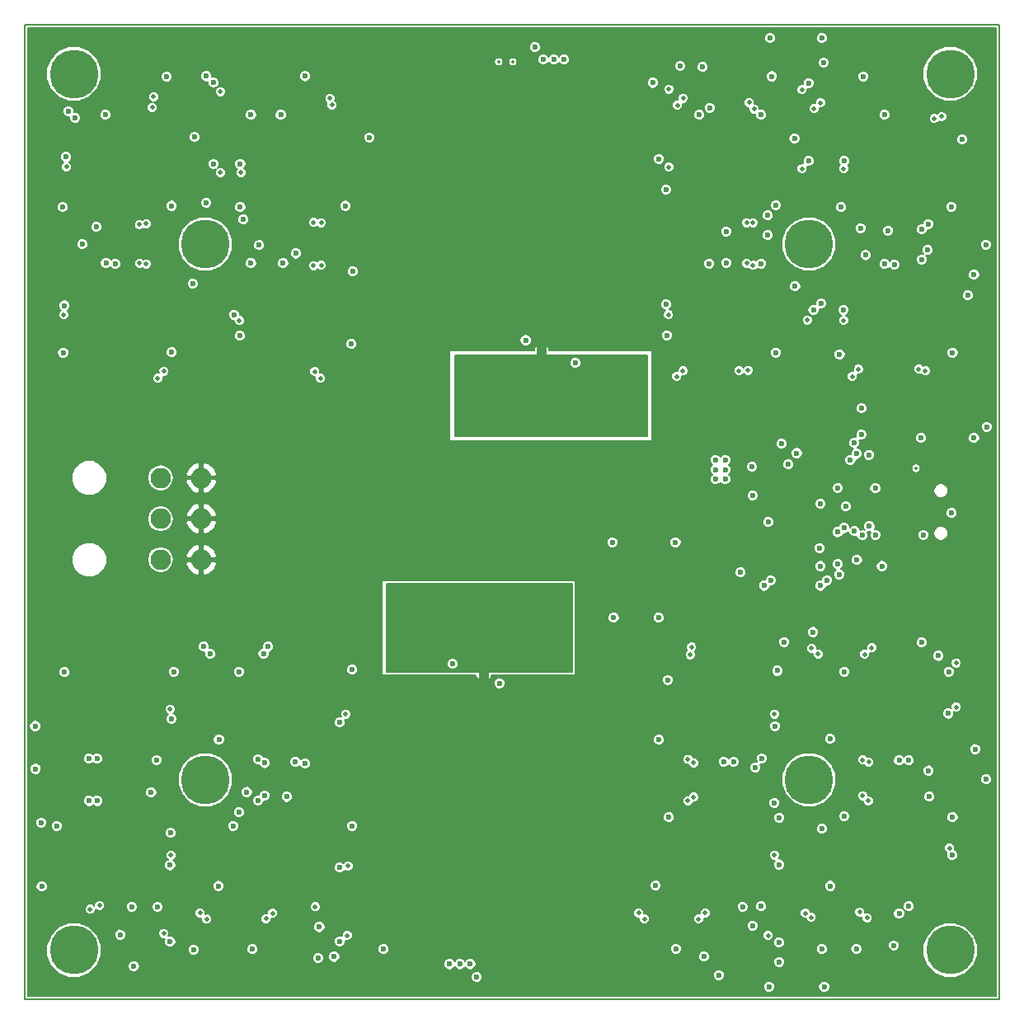
<source format=gbl>
G04 (created by PCBNEW (2013-05-16 BZR 4016)-stable) date 11. 12. 2013 14:08:56*
%MOIN*%
G04 Gerber Fmt 3.4, Leading zero omitted, Abs format*
%FSLAX34Y34*%
G01*
G70*
G90*
G04 APERTURE LIST*
%ADD10C,0.00590551*%
%ADD11C,0.19685*%
%ADD12R,0.0393701X0.0393701*%
%ADD13O,0.0826X0.0826*%
%ADD14C,0.023622*%
%ADD15C,0.019685*%
%ADD16C,0.011811*%
%ADD17C,0.00787402*%
G04 APERTURE END LIST*
G54D10*
X38779Y-61023D02*
X78149Y-61023D01*
X78149Y-61023D02*
X78149Y-21653D01*
X78149Y-21653D02*
X38779Y-21653D01*
X38779Y-21653D02*
X38779Y-61023D01*
G54D11*
X46062Y-30511D03*
G54D12*
X59665Y-34970D03*
X59665Y-34773D03*
X57322Y-47982D03*
X57322Y-47785D03*
G54D11*
X40748Y-23622D03*
X40748Y-59055D03*
X46062Y-52165D03*
X70472Y-52165D03*
X76181Y-59055D03*
X76181Y-23622D03*
X70472Y-30511D03*
G54D13*
X44252Y-43267D03*
X44252Y-41614D03*
X44252Y-39961D03*
X45904Y-39961D03*
X45904Y-41614D03*
X45904Y-43267D03*
G54D14*
X62578Y-45610D03*
X64389Y-45610D03*
X57952Y-48267D03*
X56062Y-47480D03*
X59015Y-34389D03*
X61023Y-35314D03*
X62519Y-42559D03*
X65078Y-42559D03*
G54D15*
X59665Y-35393D03*
X59665Y-35098D03*
X60039Y-35393D03*
X59291Y-35393D03*
X60039Y-35098D03*
X59311Y-35098D03*
X57437Y-36828D03*
X59484Y-36946D03*
X57342Y-47323D03*
X57342Y-47618D03*
X57716Y-47618D03*
X56968Y-47618D03*
X57716Y-47322D03*
X56988Y-47322D03*
X57688Y-45578D03*
X59641Y-45804D03*
G54D14*
X59390Y-22550D03*
X65266Y-23307D03*
X72559Y-29862D03*
X72667Y-23730D03*
X50098Y-23720D03*
X47608Y-29517D03*
X41653Y-29812D03*
X44507Y-23740D03*
X68976Y-23724D03*
X46102Y-23720D03*
X46102Y-28838D03*
X68809Y-29350D03*
X57035Y-60140D03*
X53270Y-59015D03*
X65088Y-58996D03*
X45590Y-59025D03*
X47972Y-59015D03*
X70984Y-59011D03*
X70984Y-54143D03*
X72381Y-59005D03*
X47421Y-53484D03*
X69074Y-53100D03*
X75344Y-52844D03*
X43877Y-52677D03*
X51278Y-59320D03*
X73523Y-31318D03*
X49212Y-31279D03*
X49114Y-25275D03*
X68543Y-31299D03*
X66437Y-31299D03*
X42047Y-31259D03*
X42027Y-25275D03*
X47913Y-25275D03*
X47913Y-31279D03*
X68169Y-39507D03*
X68543Y-25275D03*
X73523Y-25275D03*
X66043Y-25275D03*
X68188Y-40669D03*
X44094Y-51358D03*
X67421Y-51437D03*
X74507Y-51377D03*
X50098Y-51515D03*
G54D15*
X50511Y-57303D03*
G54D14*
X43090Y-57303D03*
X68562Y-51299D03*
X68543Y-57283D03*
X74507Y-57283D03*
X67785Y-57303D03*
X44129Y-57307D03*
X68818Y-41751D03*
X71624Y-42155D03*
G54D15*
X73011Y-46830D03*
X70570Y-46850D03*
X70326Y-57559D03*
X66271Y-57549D03*
X72724Y-47090D03*
X70846Y-47086D03*
X70561Y-57724D03*
X66003Y-57793D03*
X72889Y-51448D03*
X72866Y-53019D03*
X72645Y-52807D03*
X72641Y-51358D03*
X65807Y-52870D03*
X65807Y-51484D03*
X65580Y-51338D03*
X65578Y-53015D03*
X48789Y-57559D03*
X63582Y-57549D03*
X65728Y-46801D03*
X48523Y-57785D03*
X63818Y-57795D03*
X65669Y-47106D03*
G54D14*
X48602Y-46781D03*
X46003Y-46781D03*
G54D15*
X45856Y-57549D03*
X41791Y-57253D03*
X41407Y-57401D03*
X46122Y-57805D03*
G54D14*
X46259Y-47076D03*
X48415Y-47066D03*
X48464Y-51486D03*
X48464Y-52795D03*
X48198Y-53001D03*
X48198Y-51328D03*
X41692Y-51318D03*
X41692Y-53021D03*
X41358Y-53021D03*
X41358Y-51318D03*
G54D15*
X50492Y-35657D03*
X44393Y-35645D03*
X43980Y-24555D03*
X50716Y-35937D03*
X44145Y-35937D03*
X43917Y-24984D03*
X65381Y-24610D03*
X65374Y-35633D03*
X67645Y-35625D03*
X51098Y-24618D03*
X65149Y-24889D03*
X65127Y-35860D03*
X68011Y-35606D03*
X51181Y-24881D03*
X43405Y-31287D03*
X43397Y-29716D03*
X43677Y-31311D03*
X43673Y-29688D03*
X50440Y-31374D03*
X50444Y-29633D03*
X50751Y-29641D03*
X50751Y-31366D03*
X68051Y-24779D03*
X70935Y-24789D03*
X72468Y-35570D03*
X74909Y-35561D03*
X75177Y-35637D03*
X72214Y-35856D03*
X70679Y-25033D03*
X68248Y-25043D03*
G54D14*
X72913Y-41919D03*
X76240Y-41377D03*
G54D15*
X75836Y-25354D03*
G54D14*
X73159Y-42273D03*
X75098Y-42263D03*
G54D15*
X75531Y-25437D03*
X67952Y-29641D03*
X67952Y-31283D03*
X68212Y-29645D03*
X68208Y-31370D03*
G54D14*
X75031Y-31133D03*
X75031Y-29909D03*
X75275Y-30748D03*
X75283Y-29696D03*
X72637Y-42283D03*
X71643Y-43445D03*
G54D15*
X72824Y-57755D03*
G54D14*
X72411Y-43277D03*
G54D15*
X72529Y-57507D03*
G54D14*
X72391Y-38986D03*
X69350Y-38582D03*
X69980Y-38956D03*
X72145Y-39232D03*
X71889Y-41988D03*
X72893Y-39025D03*
X73415Y-43523D03*
X71692Y-43868D03*
X73149Y-40383D03*
X72312Y-42116D03*
X70935Y-43523D03*
X69251Y-58750D03*
X51496Y-58700D03*
X44645Y-58710D03*
X44694Y-49704D03*
X44645Y-55620D03*
X51496Y-55718D03*
X51496Y-49852D03*
X69251Y-55590D03*
X69094Y-50000D03*
X76259Y-55216D03*
X76102Y-49488D03*
X40374Y-32992D03*
X40433Y-26988D03*
X47224Y-33366D03*
X47480Y-27263D03*
X46397Y-27263D03*
X64153Y-23986D03*
X64685Y-32952D03*
X64409Y-27066D03*
X71870Y-33169D03*
X70649Y-33169D03*
X71889Y-27145D03*
X70452Y-27145D03*
X70944Y-44320D03*
X68917Y-44104D03*
X75708Y-47155D03*
X70452Y-23996D03*
X46397Y-23976D03*
X40531Y-25127D03*
G54D15*
X44675Y-55216D03*
X44645Y-49311D03*
X44389Y-58375D03*
X51830Y-55649D03*
X51742Y-49507D03*
X68818Y-58464D03*
X51801Y-58464D03*
X69074Y-55206D03*
X69074Y-49507D03*
X76151Y-54931D03*
X76427Y-49222D03*
G54D14*
X69468Y-46594D03*
G54D15*
X76427Y-47440D03*
X40344Y-33366D03*
X40452Y-27381D03*
X47440Y-33602D03*
X47509Y-27618D03*
X46673Y-24340D03*
X46673Y-27618D03*
X64793Y-33366D03*
X64803Y-27391D03*
X64803Y-24242D03*
X71879Y-27460D03*
X70196Y-27460D03*
X71870Y-33592D03*
X70403Y-33572D03*
G54D14*
X68651Y-44320D03*
G54D15*
X70196Y-24271D03*
G54D14*
X40807Y-25403D03*
X39202Y-51722D03*
X77185Y-50925D03*
X68897Y-22185D03*
X68858Y-60531D03*
X77145Y-38346D03*
X77145Y-31751D03*
X43179Y-59704D03*
X39429Y-53897D03*
X66820Y-60059D03*
X77637Y-52145D03*
X70984Y-22185D03*
X71082Y-60531D03*
X77618Y-30531D03*
X77657Y-37893D03*
X70935Y-41003D03*
X70639Y-46190D03*
X75019Y-46614D03*
X72588Y-38208D03*
X70964Y-32903D03*
X72598Y-37145D03*
X60560Y-59550D03*
X59685Y-59550D03*
X59685Y-60070D03*
X60130Y-60070D03*
X60130Y-59550D03*
X65310Y-60565D03*
X66220Y-60078D03*
X61280Y-60570D03*
X60560Y-60070D03*
X41456Y-60570D03*
X45393Y-60570D03*
X49330Y-60570D03*
X53267Y-60570D03*
X42194Y-58070D03*
X55735Y-60145D03*
X58949Y-59550D03*
X58220Y-59550D03*
X57491Y-59550D03*
X55840Y-23140D03*
X56720Y-22640D03*
X56720Y-23150D03*
X56280Y-22640D03*
X56280Y-23150D03*
X46960Y-22150D03*
X54730Y-22150D03*
X55850Y-22650D03*
X50910Y-22150D03*
X42620Y-22150D03*
X57481Y-23140D03*
X58939Y-23140D03*
X60770Y-22550D03*
X58210Y-23140D03*
X73385Y-44576D03*
X73769Y-44566D03*
X73779Y-44891D03*
X72696Y-44468D03*
X73385Y-44891D03*
X70954Y-40610D03*
G54D15*
X55954Y-43129D03*
X55954Y-42736D03*
X55954Y-42342D03*
X53582Y-43129D03*
X53582Y-42736D03*
X53582Y-42342D03*
X53582Y-41948D03*
X53976Y-41948D03*
X53976Y-42342D03*
X53976Y-42736D03*
X51299Y-43129D03*
X51692Y-43139D03*
X51692Y-42746D03*
X51692Y-42352D03*
X51692Y-41958D03*
X51299Y-41958D03*
X51299Y-42352D03*
X51299Y-42746D03*
X49744Y-43120D03*
X49350Y-43129D03*
X49350Y-42736D03*
X49350Y-42342D03*
X49350Y-41948D03*
X49744Y-41948D03*
X49744Y-42342D03*
X49744Y-42736D03*
G54D14*
X73041Y-60265D03*
X67244Y-59517D03*
X66456Y-22588D03*
X49478Y-59370D03*
X71210Y-44822D03*
X69448Y-44429D03*
X67805Y-45068D03*
X64586Y-45088D03*
X43523Y-59389D03*
X40285Y-50925D03*
X47125Y-32244D03*
X74393Y-36578D03*
X67519Y-24537D03*
X50137Y-24488D03*
X42906Y-24562D03*
G54D15*
X74015Y-55551D03*
X74015Y-55984D03*
X74448Y-55984D03*
X74881Y-55984D03*
X74881Y-55551D03*
X74448Y-55551D03*
X74015Y-55118D03*
X74015Y-55137D03*
X74448Y-54704D03*
X74448Y-54271D03*
X74881Y-54271D03*
X74881Y-54704D03*
X74881Y-55137D03*
X74448Y-55137D03*
X74005Y-54694D03*
X74005Y-54261D03*
X73572Y-54261D03*
X73139Y-54261D03*
X73139Y-54694D03*
X73572Y-54694D03*
X74005Y-55127D03*
X74005Y-55127D03*
X73572Y-55561D03*
X73572Y-55994D03*
X73139Y-55994D03*
X73139Y-55561D03*
X73139Y-55127D03*
X73572Y-55127D03*
X66929Y-55551D03*
X66929Y-55984D03*
X67362Y-55984D03*
X67795Y-55984D03*
X67795Y-55551D03*
X67362Y-55551D03*
X66929Y-55118D03*
X66929Y-55137D03*
X67362Y-54704D03*
X67362Y-54271D03*
X67795Y-54271D03*
X67795Y-54704D03*
X67795Y-55137D03*
X67362Y-55137D03*
X66919Y-54694D03*
X66919Y-54261D03*
X66486Y-54261D03*
X66053Y-54261D03*
X66053Y-54694D03*
X66486Y-54694D03*
X66919Y-55127D03*
X66919Y-55127D03*
X66486Y-55561D03*
X66486Y-55994D03*
X66053Y-55994D03*
X66053Y-55561D03*
X66053Y-55127D03*
X66486Y-55127D03*
X74015Y-49645D03*
X74015Y-50078D03*
X74448Y-50078D03*
X74881Y-50078D03*
X74881Y-49645D03*
X74448Y-49645D03*
X74015Y-49212D03*
X74015Y-49232D03*
X74448Y-48799D03*
X74448Y-48366D03*
X74881Y-48366D03*
X74881Y-48799D03*
X74881Y-49232D03*
X74448Y-49232D03*
X74005Y-48789D03*
X74005Y-48356D03*
X73572Y-48356D03*
X73139Y-48356D03*
X73139Y-48789D03*
X73572Y-48789D03*
X74005Y-49222D03*
X74005Y-49222D03*
X73572Y-49655D03*
X73572Y-50088D03*
X73139Y-50088D03*
X73139Y-49655D03*
X73139Y-49222D03*
X73572Y-49222D03*
X66486Y-49222D03*
X66053Y-49222D03*
X66053Y-49655D03*
X66053Y-50088D03*
X66486Y-50088D03*
X66486Y-49655D03*
X66919Y-49222D03*
X66919Y-49222D03*
X66486Y-48789D03*
X66053Y-48789D03*
X66053Y-48356D03*
X66486Y-48356D03*
X66919Y-48356D03*
X66919Y-48789D03*
X67362Y-49232D03*
X67795Y-49232D03*
X67795Y-48799D03*
X67795Y-48366D03*
X67362Y-48366D03*
X67362Y-48799D03*
X66929Y-49232D03*
X66929Y-49212D03*
X67362Y-49645D03*
X67795Y-49645D03*
X67795Y-50078D03*
X67362Y-50078D03*
X66929Y-50078D03*
X66929Y-49645D03*
X49163Y-55127D03*
X48730Y-55127D03*
X48730Y-55561D03*
X48730Y-55994D03*
X49163Y-55994D03*
X49163Y-55561D03*
X49596Y-55127D03*
X49596Y-55127D03*
X49163Y-54694D03*
X48730Y-54694D03*
X48730Y-54261D03*
X49163Y-54261D03*
X49596Y-54261D03*
X49596Y-54694D03*
X50039Y-55137D03*
X50472Y-55137D03*
X50472Y-54704D03*
X50472Y-54271D03*
X50039Y-54271D03*
X50039Y-54704D03*
X49606Y-55137D03*
X49606Y-55118D03*
X50039Y-55551D03*
X50472Y-55551D03*
X50472Y-55984D03*
X50039Y-55984D03*
X49606Y-55984D03*
X49606Y-55551D03*
X49163Y-49222D03*
X48730Y-49222D03*
X48730Y-49655D03*
X48730Y-50088D03*
X49163Y-50088D03*
X49163Y-49655D03*
X49596Y-49222D03*
X49596Y-49222D03*
X49163Y-48789D03*
X48730Y-48789D03*
X48730Y-48356D03*
X49163Y-48356D03*
X49596Y-48356D03*
X49596Y-48789D03*
X50039Y-49232D03*
X50472Y-49232D03*
X50472Y-48799D03*
X50472Y-48366D03*
X50039Y-48366D03*
X50039Y-48799D03*
X49606Y-49232D03*
X49606Y-49212D03*
X50039Y-49645D03*
X50472Y-49645D03*
X50472Y-50078D03*
X50039Y-50078D03*
X49606Y-50078D03*
X49606Y-49645D03*
X42076Y-55127D03*
X41643Y-55127D03*
X41643Y-55561D03*
X41643Y-55994D03*
X42076Y-55994D03*
X42076Y-55561D03*
X42509Y-55127D03*
X42509Y-55127D03*
X42076Y-54694D03*
X41643Y-54694D03*
X41643Y-54261D03*
X42076Y-54261D03*
X42509Y-54261D03*
X42509Y-54694D03*
X42952Y-55137D03*
X43385Y-55137D03*
X43385Y-54704D03*
X43385Y-54271D03*
X42952Y-54271D03*
X42952Y-54704D03*
X42519Y-55137D03*
X42519Y-55118D03*
X42952Y-55551D03*
X43385Y-55551D03*
X43385Y-55984D03*
X42952Y-55984D03*
X42519Y-55984D03*
X42519Y-55551D03*
X42519Y-49645D03*
X42519Y-50078D03*
X42952Y-50078D03*
X43385Y-50078D03*
X43385Y-49645D03*
X42952Y-49645D03*
X42519Y-49212D03*
X42519Y-49232D03*
X42952Y-48799D03*
X42952Y-48366D03*
X43385Y-48366D03*
X43385Y-48799D03*
X43385Y-49232D03*
X42952Y-49232D03*
X42509Y-48789D03*
X42509Y-48356D03*
X42076Y-48356D03*
X41643Y-48356D03*
X41643Y-48789D03*
X42076Y-48789D03*
X42509Y-49222D03*
X42509Y-49222D03*
X42076Y-49655D03*
X42076Y-50088D03*
X41643Y-50088D03*
X41643Y-49655D03*
X41643Y-49222D03*
X42076Y-49222D03*
X74458Y-33454D03*
X74891Y-33454D03*
X74891Y-33021D03*
X74891Y-32588D03*
X74458Y-32588D03*
X74458Y-33021D03*
X74025Y-33454D03*
X74025Y-33454D03*
X74458Y-33887D03*
X74891Y-33887D03*
X74891Y-34320D03*
X74458Y-34320D03*
X74025Y-34320D03*
X74025Y-33887D03*
X73582Y-33444D03*
X73149Y-33444D03*
X73149Y-33877D03*
X73149Y-34311D03*
X73582Y-34311D03*
X73582Y-33877D03*
X74015Y-33444D03*
X74015Y-33464D03*
X73582Y-33031D03*
X73149Y-33031D03*
X73149Y-32598D03*
X73582Y-32598D03*
X74015Y-32598D03*
X74015Y-33031D03*
X67372Y-33454D03*
X67805Y-33454D03*
X67805Y-33021D03*
X67805Y-32588D03*
X67372Y-32588D03*
X67372Y-33021D03*
X66938Y-33454D03*
X66938Y-33454D03*
X67372Y-33887D03*
X67805Y-33887D03*
X67805Y-34320D03*
X67372Y-34320D03*
X66938Y-34320D03*
X66938Y-33887D03*
X66496Y-33444D03*
X66062Y-33444D03*
X66062Y-33877D03*
X66062Y-34311D03*
X66496Y-34311D03*
X66496Y-33877D03*
X66929Y-33444D03*
X66929Y-33464D03*
X66496Y-33031D03*
X66062Y-33031D03*
X66062Y-32598D03*
X66496Y-32598D03*
X66929Y-32598D03*
X66929Y-33031D03*
X74458Y-27549D03*
X74891Y-27549D03*
X74891Y-27116D03*
X74891Y-26683D03*
X74458Y-26683D03*
X74458Y-27116D03*
X74025Y-27549D03*
X74025Y-27549D03*
X74458Y-27982D03*
X74891Y-27982D03*
X74891Y-28415D03*
X74458Y-28415D03*
X74025Y-28415D03*
X74025Y-27982D03*
X73582Y-27539D03*
X73149Y-27539D03*
X73149Y-27972D03*
X73149Y-28405D03*
X73582Y-28405D03*
X73582Y-27972D03*
X74015Y-27539D03*
X74015Y-27559D03*
X73582Y-27125D03*
X73149Y-27125D03*
X73149Y-26692D03*
X73582Y-26692D03*
X74015Y-26692D03*
X74015Y-27125D03*
X66929Y-27125D03*
X66929Y-26692D03*
X66496Y-26692D03*
X66062Y-26692D03*
X66062Y-27125D03*
X66496Y-27125D03*
X66929Y-27559D03*
X66929Y-27539D03*
X66496Y-27972D03*
X66496Y-28405D03*
X66062Y-28405D03*
X66062Y-27972D03*
X66062Y-27539D03*
X66496Y-27539D03*
X66938Y-27982D03*
X66938Y-28415D03*
X67372Y-28415D03*
X67805Y-28415D03*
X67805Y-27982D03*
X67372Y-27982D03*
X66938Y-27549D03*
X66938Y-27549D03*
X67372Y-27116D03*
X67372Y-26683D03*
X67805Y-26683D03*
X67805Y-27116D03*
X67805Y-27549D03*
X67372Y-27549D03*
X49606Y-33031D03*
X49606Y-32598D03*
X49173Y-32598D03*
X48740Y-32598D03*
X48740Y-33031D03*
X49173Y-33031D03*
X49606Y-33464D03*
X49606Y-33444D03*
X49173Y-33877D03*
X49173Y-34311D03*
X48740Y-34311D03*
X48740Y-33877D03*
X48740Y-33444D03*
X49173Y-33444D03*
X49616Y-33887D03*
X49616Y-34320D03*
X50049Y-34320D03*
X50482Y-34320D03*
X50482Y-33887D03*
X50049Y-33887D03*
X49616Y-33454D03*
X49616Y-33454D03*
X50049Y-33021D03*
X50049Y-32588D03*
X50482Y-32588D03*
X50482Y-33021D03*
X50482Y-33454D03*
X50049Y-33454D03*
X42519Y-33031D03*
X42519Y-32598D03*
X42086Y-32598D03*
X41653Y-32598D03*
X41653Y-33031D03*
X42086Y-33031D03*
X42519Y-33464D03*
X42519Y-33444D03*
X42086Y-33877D03*
X42086Y-34311D03*
X41653Y-34311D03*
X41653Y-33877D03*
X41653Y-33444D03*
X42086Y-33444D03*
X42529Y-33887D03*
X42529Y-34320D03*
X42962Y-34320D03*
X43395Y-34320D03*
X43395Y-33887D03*
X42962Y-33887D03*
X42529Y-33454D03*
X42529Y-33454D03*
X42962Y-33021D03*
X42962Y-32588D03*
X43395Y-32588D03*
X43395Y-33021D03*
X43395Y-33454D03*
X42962Y-33454D03*
X49606Y-27125D03*
X49606Y-26692D03*
X49173Y-26692D03*
X48740Y-26692D03*
X48740Y-27125D03*
X49173Y-27125D03*
X49606Y-27559D03*
X49606Y-27539D03*
X49173Y-27972D03*
X49173Y-28405D03*
X48740Y-28405D03*
X48740Y-27972D03*
X48740Y-27539D03*
X49173Y-27539D03*
X49616Y-27982D03*
X49616Y-28415D03*
X50049Y-28415D03*
X50482Y-28415D03*
X50482Y-27982D03*
X50049Y-27982D03*
X49616Y-27549D03*
X49616Y-27549D03*
X50049Y-27116D03*
X50049Y-26683D03*
X50482Y-26683D03*
X50482Y-27116D03*
X50482Y-27549D03*
X50049Y-27549D03*
X42962Y-27549D03*
X43395Y-27549D03*
X43395Y-27116D03*
X43395Y-26683D03*
X42962Y-26683D03*
X42962Y-27116D03*
X42529Y-27549D03*
X42529Y-27549D03*
X42962Y-27982D03*
X43395Y-27982D03*
X43395Y-28415D03*
X42962Y-28415D03*
X42529Y-28415D03*
X42529Y-27982D03*
X42086Y-27539D03*
X41653Y-27539D03*
X41653Y-27972D03*
X41653Y-28405D03*
X42086Y-28405D03*
X42086Y-27972D03*
X42519Y-27539D03*
X42519Y-27559D03*
X42086Y-27125D03*
X41653Y-27125D03*
X41653Y-26692D03*
X42086Y-26692D03*
X42519Y-26692D03*
X42519Y-27125D03*
G54D14*
X62913Y-22145D03*
X66850Y-22145D03*
X77204Y-24862D03*
X76417Y-56318D03*
X77342Y-57480D03*
X74783Y-60098D03*
X73614Y-58122D03*
X68031Y-42322D03*
X67362Y-42992D03*
X66535Y-43759D03*
X65433Y-43799D03*
X64566Y-43996D03*
X68110Y-37775D03*
X66535Y-37775D03*
X64566Y-37775D03*
X63700Y-44350D03*
X63700Y-46318D03*
X63700Y-48287D03*
X63700Y-51043D03*
X63070Y-51574D03*
X59448Y-49625D03*
X59842Y-49625D03*
X60236Y-49625D03*
X60629Y-49625D03*
X61023Y-49625D03*
X61417Y-49625D03*
X61811Y-49625D03*
X59055Y-51555D03*
X57165Y-51555D03*
X54133Y-51082D03*
X54133Y-49507D03*
X54133Y-48326D03*
G54D15*
X74551Y-24598D03*
G54D14*
X73070Y-22972D03*
X57559Y-33110D03*
X57165Y-33110D03*
X56771Y-33110D03*
X56377Y-33110D03*
X55984Y-33110D03*
X55590Y-33110D03*
X55196Y-33110D03*
X63307Y-31377D03*
X63307Y-32952D03*
X63307Y-34704D03*
X61988Y-34704D03*
X58031Y-31082D03*
X59881Y-31082D03*
X53661Y-36732D03*
X52992Y-36732D03*
X52992Y-34960D03*
X52992Y-32992D03*
X52992Y-31023D03*
X54133Y-30984D03*
G54D15*
X48188Y-45098D03*
X48582Y-45098D03*
X48976Y-45098D03*
X49370Y-45098D03*
X49763Y-45098D03*
X52125Y-45098D03*
X51732Y-45098D03*
X51338Y-45098D03*
X50944Y-45098D03*
X50551Y-45098D03*
X50157Y-45098D03*
X53976Y-43129D03*
X55954Y-41948D03*
X55561Y-41948D03*
X55561Y-42342D03*
X55561Y-42736D03*
X55561Y-43129D03*
G54D14*
X66948Y-52282D03*
X71830Y-56318D03*
X76377Y-32007D03*
G54D15*
X50141Y-36555D03*
X66653Y-58055D03*
G54D14*
X39823Y-34291D03*
X76181Y-26338D03*
X39940Y-56318D03*
X43287Y-46181D03*
X45610Y-50295D03*
X45294Y-48366D03*
X46969Y-28405D03*
X39804Y-28385D03*
X76692Y-28366D03*
X67775Y-46141D03*
X64763Y-47618D03*
X69783Y-48385D03*
X66397Y-46141D03*
X64763Y-56338D03*
X64292Y-54271D03*
X69842Y-54271D03*
X76790Y-34291D03*
X76790Y-54271D03*
X73956Y-52302D03*
X74547Y-46141D03*
X73405Y-46102D03*
X71811Y-50413D03*
X71201Y-34311D03*
X76712Y-48366D03*
X76643Y-50177D03*
X71260Y-28385D03*
X71092Y-32312D03*
X71456Y-25984D03*
X73917Y-30433D03*
X66830Y-30355D03*
X67263Y-36480D03*
X69448Y-32204D03*
X66141Y-36456D03*
X73188Y-36437D03*
X52204Y-26299D03*
X43208Y-36535D03*
X48799Y-36515D03*
X45059Y-32204D03*
X41771Y-36515D03*
X64232Y-34822D03*
X69409Y-26299D03*
X64173Y-28917D03*
X52706Y-56013D03*
X45078Y-56082D03*
X52480Y-48405D03*
X49350Y-46161D03*
X49625Y-52361D03*
X51889Y-53524D03*
X44655Y-53316D03*
X42539Y-52184D03*
X51535Y-32263D03*
X46948Y-34803D03*
X49448Y-30432D03*
X42519Y-30392D03*
X68937Y-23169D03*
X62224Y-33169D03*
X62224Y-33562D03*
X62224Y-33956D03*
X62224Y-34350D03*
X63425Y-41968D03*
X63425Y-41574D03*
X63425Y-41181D03*
X55118Y-49507D03*
X55118Y-49114D03*
X55118Y-48720D03*
X55118Y-48326D03*
X66496Y-38543D03*
X66102Y-38543D03*
X65708Y-38543D03*
X65314Y-38543D03*
G54D15*
X65098Y-41751D03*
X64744Y-41751D03*
X65098Y-41417D03*
X64744Y-41417D03*
G54D14*
X68543Y-40078D03*
X47342Y-56534D03*
X41948Y-46161D03*
X47342Y-50629D03*
X52568Y-50403D03*
X69793Y-50442D03*
X69812Y-56505D03*
X69566Y-28346D03*
X64468Y-25905D03*
X69625Y-34271D03*
X64153Y-32047D03*
X51850Y-34034D03*
X52224Y-28385D03*
X45196Y-34271D03*
X45137Y-26299D03*
X45216Y-28366D03*
X47106Y-26574D03*
X39458Y-32234D03*
X40039Y-26318D03*
X46909Y-48405D03*
X71397Y-54330D03*
X47322Y-54546D03*
X40196Y-54546D03*
X39881Y-48405D03*
X71417Y-48385D03*
X71958Y-41112D03*
X71633Y-40374D03*
X49723Y-30885D03*
X48238Y-30551D03*
X75305Y-51791D03*
X74114Y-51377D03*
X66456Y-25000D03*
X66171Y-23346D03*
X42421Y-31318D03*
X41092Y-30511D03*
X66220Y-59311D03*
X68188Y-58061D03*
X67125Y-31259D03*
X67125Y-30000D03*
X68809Y-30147D03*
X72765Y-30954D03*
X73917Y-31338D03*
X73661Y-29960D03*
X74114Y-57559D03*
X73897Y-58858D03*
X47746Y-52658D03*
X49350Y-52854D03*
X49704Y-51437D03*
X42618Y-58425D03*
X68306Y-51673D03*
X67027Y-51427D03*
X50679Y-58120D03*
X50620Y-59370D03*
X60150Y-23050D03*
X60570Y-23050D03*
X59730Y-23050D03*
X56360Y-59620D03*
X55940Y-59620D03*
X56780Y-59620D03*
X70905Y-42795D03*
X69635Y-39419D03*
X69133Y-34901D03*
X71200Y-44094D03*
X67706Y-43780D03*
X76279Y-34901D03*
X39183Y-49990D03*
X76663Y-26279D03*
X47480Y-29015D03*
X40314Y-34901D03*
X64409Y-50551D03*
X64763Y-48129D03*
X69192Y-47755D03*
X64271Y-56437D03*
X64803Y-53681D03*
X69271Y-53700D03*
X71338Y-56456D03*
X76279Y-53681D03*
X71889Y-53641D03*
X71318Y-50511D03*
X71712Y-34960D03*
X76122Y-47795D03*
X71909Y-47795D03*
X71771Y-29015D03*
X76889Y-32578D03*
X76220Y-28996D03*
X69911Y-32214D03*
X64724Y-34192D03*
X69881Y-26240D03*
X69133Y-28937D03*
X64685Y-28307D03*
X52007Y-47716D03*
X46614Y-50531D03*
X47421Y-47795D03*
X46594Y-56456D03*
X52007Y-54035D03*
X47185Y-54035D03*
X44665Y-54311D03*
X39448Y-56476D03*
X40059Y-54035D03*
X40374Y-47814D03*
X44783Y-47795D03*
X52027Y-31614D03*
X51968Y-34547D03*
X47460Y-34212D03*
X45551Y-32106D03*
X52696Y-26200D03*
X45629Y-26181D03*
X40295Y-29015D03*
X72303Y-38543D03*
X67086Y-40019D03*
X66692Y-40019D03*
X66692Y-39625D03*
X67086Y-39625D03*
X67086Y-39232D03*
X66692Y-39232D03*
X75000Y-38346D03*
X51732Y-28956D03*
X44704Y-34881D03*
X44704Y-28956D03*
X69271Y-59527D03*
X71062Y-23169D03*
G54D16*
X74793Y-39577D02*
X74803Y-39587D01*
X74793Y-39557D02*
X74793Y-39577D01*
X57924Y-23140D02*
X57920Y-23140D01*
X58496Y-23140D02*
X58500Y-23140D01*
X65315Y-60570D02*
X65310Y-60565D01*
X66220Y-60078D02*
X66220Y-60079D01*
X66220Y-60079D02*
X65730Y-60570D01*
X65730Y-60570D02*
X65315Y-60570D01*
X61060Y-60570D02*
X60560Y-60070D01*
X61280Y-60570D02*
X61060Y-60570D01*
X53267Y-60570D02*
X55309Y-60570D01*
X42194Y-59832D02*
X41456Y-60570D01*
X45393Y-60570D02*
X49330Y-60570D01*
X42194Y-58070D02*
X42194Y-59832D01*
X55309Y-60570D02*
X55735Y-60145D01*
X58949Y-59550D02*
X58950Y-59550D01*
X57491Y-59550D02*
X57490Y-59550D01*
X42620Y-22150D02*
X46960Y-22150D01*
X50910Y-22150D02*
X54730Y-22150D01*
X57481Y-23140D02*
X57480Y-23140D01*
X58939Y-23140D02*
X58940Y-23140D01*
X73385Y-44891D02*
X73779Y-44891D01*
X73385Y-44576D02*
X73474Y-44566D01*
X73474Y-44566D02*
X73769Y-44566D01*
X55561Y-42342D02*
X55561Y-41948D01*
X55561Y-43129D02*
X55561Y-42736D01*
X53582Y-42736D02*
X53582Y-43129D01*
X53582Y-41948D02*
X53582Y-42342D01*
X53976Y-42342D02*
X53976Y-41948D01*
X53976Y-43129D02*
X53976Y-42736D01*
X51299Y-43129D02*
X51299Y-42746D01*
X51692Y-42746D02*
X51692Y-43139D01*
X51692Y-41958D02*
X51692Y-42352D01*
X51299Y-42352D02*
X51299Y-41958D01*
X49744Y-43120D02*
X49744Y-42736D01*
X49350Y-42736D02*
X49350Y-43129D01*
X49350Y-41948D02*
X49350Y-42342D01*
X49744Y-42342D02*
X49744Y-41948D01*
X71092Y-45039D02*
X71092Y-45029D01*
X71210Y-44842D02*
X71210Y-44822D01*
X71092Y-45029D02*
X71210Y-44842D01*
X69448Y-44429D02*
X69448Y-44419D01*
X67805Y-45068D02*
X71092Y-45039D01*
X71092Y-45039D02*
X71082Y-45039D01*
X40305Y-50954D02*
X40305Y-50944D01*
X40305Y-50944D02*
X40285Y-50925D01*
X74015Y-55551D02*
X74015Y-55118D01*
X74015Y-55984D02*
X74448Y-55984D01*
X74881Y-55984D02*
X74881Y-55551D01*
X74881Y-54271D02*
X74448Y-54271D01*
X74881Y-55137D02*
X74881Y-54704D01*
X74448Y-55137D02*
X74015Y-55137D01*
X74005Y-54694D02*
X74005Y-55127D01*
X74005Y-54261D02*
X73572Y-54261D01*
X73139Y-54261D02*
X73139Y-54694D01*
X73139Y-55994D02*
X73572Y-55994D01*
X73139Y-55127D02*
X73139Y-55561D01*
X73572Y-55127D02*
X74005Y-55127D01*
X66929Y-55551D02*
X66929Y-55118D01*
X66929Y-55984D02*
X67362Y-55984D01*
X67795Y-55984D02*
X67795Y-55551D01*
X67795Y-54271D02*
X67362Y-54271D01*
X67795Y-55137D02*
X67795Y-54704D01*
X67362Y-55137D02*
X66929Y-55137D01*
X66919Y-54694D02*
X66919Y-55127D01*
X66919Y-54261D02*
X66486Y-54261D01*
X66053Y-54261D02*
X66053Y-54694D01*
X66053Y-55994D02*
X66486Y-55994D01*
X66053Y-55127D02*
X66053Y-55561D01*
X66486Y-55127D02*
X66919Y-55127D01*
X74015Y-49645D02*
X74015Y-49212D01*
X74015Y-50078D02*
X74448Y-50078D01*
X74881Y-50078D02*
X74881Y-49645D01*
X74881Y-48366D02*
X74448Y-48366D01*
X74881Y-49232D02*
X74881Y-48799D01*
X74448Y-49232D02*
X74015Y-49232D01*
X74005Y-48789D02*
X74005Y-49222D01*
X74005Y-48356D02*
X73572Y-48356D01*
X73139Y-48356D02*
X73139Y-48789D01*
X73139Y-50088D02*
X73572Y-50088D01*
X73139Y-49222D02*
X73139Y-49655D01*
X73572Y-49222D02*
X74005Y-49222D01*
X66486Y-49222D02*
X66919Y-49222D01*
X66053Y-49222D02*
X66053Y-49655D01*
X66053Y-50088D02*
X66486Y-50088D01*
X66053Y-48356D02*
X66053Y-48789D01*
X66919Y-48356D02*
X66486Y-48356D01*
X66919Y-48789D02*
X66919Y-49222D01*
X67362Y-49232D02*
X66929Y-49232D01*
X67795Y-49232D02*
X67795Y-48799D01*
X67795Y-48366D02*
X67362Y-48366D01*
X67795Y-50078D02*
X67795Y-49645D01*
X66929Y-50078D02*
X67362Y-50078D01*
X66929Y-49645D02*
X66929Y-49212D01*
X49163Y-55127D02*
X49596Y-55127D01*
X48730Y-55127D02*
X48730Y-55561D01*
X48730Y-55994D02*
X49163Y-55994D01*
X48730Y-54261D02*
X48730Y-54694D01*
X49596Y-54261D02*
X49163Y-54261D01*
X49596Y-54694D02*
X49596Y-55127D01*
X50039Y-55137D02*
X49606Y-55137D01*
X50472Y-55137D02*
X50472Y-54704D01*
X50472Y-54271D02*
X50039Y-54271D01*
X50472Y-55984D02*
X50472Y-55551D01*
X49606Y-55984D02*
X50039Y-55984D01*
X49606Y-55551D02*
X49606Y-55118D01*
X49163Y-49222D02*
X49596Y-49222D01*
X48730Y-49222D02*
X48730Y-49655D01*
X48730Y-50088D02*
X49163Y-50088D01*
X48730Y-48356D02*
X48730Y-48789D01*
X49596Y-48356D02*
X49163Y-48356D01*
X49596Y-48789D02*
X49596Y-49222D01*
X50039Y-49232D02*
X49606Y-49232D01*
X50472Y-49232D02*
X50472Y-48799D01*
X50472Y-48366D02*
X50039Y-48366D01*
X50472Y-50078D02*
X50472Y-49645D01*
X49606Y-50078D02*
X50039Y-50078D01*
X49606Y-49645D02*
X49606Y-49212D01*
X42076Y-55127D02*
X42509Y-55127D01*
X41643Y-55127D02*
X41643Y-55561D01*
X41643Y-55994D02*
X42076Y-55994D01*
X41643Y-54261D02*
X41643Y-54694D01*
X42509Y-54261D02*
X42076Y-54261D01*
X42509Y-54694D02*
X42509Y-55127D01*
X42952Y-55137D02*
X42519Y-55137D01*
X43385Y-55137D02*
X43385Y-54704D01*
X43385Y-54271D02*
X42952Y-54271D01*
X43385Y-55984D02*
X43385Y-55551D01*
X42519Y-55984D02*
X42952Y-55984D01*
X42519Y-55551D02*
X42519Y-55118D01*
X42519Y-49645D02*
X42519Y-49212D01*
X42519Y-50078D02*
X42952Y-50078D01*
X43385Y-50078D02*
X43385Y-49645D01*
X43385Y-48366D02*
X42952Y-48366D01*
X43385Y-49232D02*
X43385Y-48799D01*
X42952Y-49232D02*
X42519Y-49232D01*
X42509Y-48789D02*
X42509Y-49222D01*
X42509Y-48356D02*
X42076Y-48356D01*
X41643Y-48356D02*
X41643Y-48789D01*
X41643Y-50088D02*
X42076Y-50088D01*
X41643Y-49222D02*
X41643Y-49655D01*
X42076Y-49222D02*
X42509Y-49222D01*
X74458Y-33454D02*
X74025Y-33454D01*
X74891Y-33454D02*
X74891Y-33021D01*
X74891Y-32588D02*
X74458Y-32588D01*
X74891Y-34320D02*
X74891Y-33887D01*
X74025Y-34320D02*
X74458Y-34320D01*
X74025Y-33887D02*
X74025Y-33454D01*
X73582Y-33444D02*
X74015Y-33444D01*
X73149Y-33444D02*
X73149Y-33877D01*
X73149Y-34311D02*
X73582Y-34311D01*
X73149Y-32598D02*
X73149Y-33031D01*
X74015Y-32598D02*
X73582Y-32598D01*
X74015Y-33031D02*
X74015Y-33464D01*
X67372Y-33454D02*
X66938Y-33454D01*
X67805Y-33454D02*
X67805Y-33021D01*
X67805Y-32588D02*
X67372Y-32588D01*
X67805Y-34320D02*
X67805Y-33887D01*
X66938Y-34320D02*
X67372Y-34320D01*
X66938Y-33887D02*
X66938Y-33454D01*
X66496Y-33444D02*
X66929Y-33444D01*
X66062Y-33444D02*
X66062Y-33877D01*
X66062Y-34311D02*
X66496Y-34311D01*
X66062Y-32598D02*
X66062Y-33031D01*
X66929Y-32598D02*
X66496Y-32598D01*
X66929Y-33031D02*
X66929Y-33464D01*
X74458Y-27549D02*
X74025Y-27549D01*
X74891Y-27549D02*
X74891Y-27116D01*
X74891Y-26683D02*
X74458Y-26683D01*
X74891Y-28415D02*
X74891Y-27982D01*
X74025Y-28415D02*
X74458Y-28415D01*
X74025Y-27982D02*
X74025Y-27549D01*
X73582Y-27539D02*
X74015Y-27539D01*
X73149Y-27539D02*
X73149Y-27972D01*
X73149Y-28405D02*
X73582Y-28405D01*
X73149Y-26692D02*
X73149Y-27125D01*
X74015Y-26692D02*
X73582Y-26692D01*
X74015Y-27125D02*
X74015Y-27559D01*
X66929Y-27125D02*
X66929Y-27559D01*
X66929Y-26692D02*
X66496Y-26692D01*
X66062Y-26692D02*
X66062Y-27125D01*
X66062Y-28405D02*
X66496Y-28405D01*
X66062Y-27539D02*
X66062Y-27972D01*
X66496Y-27539D02*
X66929Y-27539D01*
X66938Y-27982D02*
X66938Y-27549D01*
X66938Y-28415D02*
X67372Y-28415D01*
X67805Y-28415D02*
X67805Y-27982D01*
X67805Y-26683D02*
X67372Y-26683D01*
X67805Y-27549D02*
X67805Y-27116D01*
X67372Y-27549D02*
X66938Y-27549D01*
X49606Y-33031D02*
X49606Y-33464D01*
X49606Y-32598D02*
X49173Y-32598D01*
X48740Y-32598D02*
X48740Y-33031D01*
X48740Y-34311D02*
X49173Y-34311D01*
X48740Y-33444D02*
X48740Y-33877D01*
X49173Y-33444D02*
X49606Y-33444D01*
X49616Y-33887D02*
X49616Y-33454D01*
X49616Y-34320D02*
X50049Y-34320D01*
X50482Y-34320D02*
X50482Y-33887D01*
X50482Y-32588D02*
X50049Y-32588D01*
X50482Y-33454D02*
X50482Y-33021D01*
X50049Y-33454D02*
X49616Y-33454D01*
X42519Y-33031D02*
X42519Y-33464D01*
X42519Y-32598D02*
X42086Y-32598D01*
X41653Y-32598D02*
X41653Y-33031D01*
X41653Y-34311D02*
X42086Y-34311D01*
X41653Y-33444D02*
X41653Y-33877D01*
X42086Y-33444D02*
X42519Y-33444D01*
X42529Y-33887D02*
X42529Y-33454D01*
X42529Y-34320D02*
X42962Y-34320D01*
X43395Y-34320D02*
X43395Y-33887D01*
X43395Y-32588D02*
X42962Y-32588D01*
X43395Y-33454D02*
X43395Y-33021D01*
X42962Y-33454D02*
X42529Y-33454D01*
X49606Y-27125D02*
X49606Y-27559D01*
X49606Y-26692D02*
X49173Y-26692D01*
X48740Y-26692D02*
X48740Y-27125D01*
X48740Y-28405D02*
X49173Y-28405D01*
X48740Y-27539D02*
X48740Y-27972D01*
X49173Y-27539D02*
X49606Y-27539D01*
X49616Y-27982D02*
X49616Y-27549D01*
X49616Y-28415D02*
X50049Y-28415D01*
X50482Y-28415D02*
X50482Y-27982D01*
X50482Y-26683D02*
X50049Y-26683D01*
X50482Y-27549D02*
X50482Y-27116D01*
X50049Y-27549D02*
X49616Y-27549D01*
X42962Y-27549D02*
X42529Y-27549D01*
X43395Y-27549D02*
X43395Y-27116D01*
X43395Y-26683D02*
X42962Y-26683D01*
X43395Y-28415D02*
X43395Y-27982D01*
X42529Y-28415D02*
X42962Y-28415D01*
X42529Y-27982D02*
X42529Y-27549D01*
X42086Y-27539D02*
X42519Y-27539D01*
X41653Y-27539D02*
X41653Y-27972D01*
X41653Y-28405D02*
X42086Y-28405D01*
X41653Y-26692D02*
X41653Y-27125D01*
X42519Y-26692D02*
X42086Y-26692D01*
X42519Y-27125D02*
X42519Y-27559D01*
X66850Y-22145D02*
X62913Y-22145D01*
X76181Y-26338D02*
X76181Y-25885D01*
X76181Y-25885D02*
X77204Y-24862D01*
X76417Y-56318D02*
X76417Y-56555D01*
X76417Y-56555D02*
X77342Y-57480D01*
X73614Y-58122D02*
X73614Y-58929D01*
X73614Y-58929D02*
X74783Y-60098D01*
X68031Y-42322D02*
X67362Y-42992D01*
X66535Y-43759D02*
X66496Y-43799D01*
X66496Y-43799D02*
X65433Y-43799D01*
X64566Y-43996D02*
X64586Y-44015D01*
X64586Y-44015D02*
X64586Y-45088D01*
X65314Y-38543D02*
X65314Y-38523D01*
X66535Y-37775D02*
X68110Y-37775D01*
X65314Y-38523D02*
X64566Y-37775D01*
X63700Y-48287D02*
X63700Y-46318D01*
X63602Y-51043D02*
X63700Y-51043D01*
X63070Y-51574D02*
X63602Y-51043D01*
X60236Y-49625D02*
X59842Y-49625D01*
X61023Y-49625D02*
X60629Y-49625D01*
X61811Y-49625D02*
X61417Y-49625D01*
X57165Y-51555D02*
X59055Y-51555D01*
X54133Y-48326D02*
X54133Y-49507D01*
X74551Y-24598D02*
X74551Y-24452D01*
X74551Y-24452D02*
X73070Y-22972D01*
X56771Y-33110D02*
X57165Y-33110D01*
X55984Y-33110D02*
X56377Y-33110D01*
X55196Y-33110D02*
X55590Y-33110D01*
X63307Y-32952D02*
X63307Y-31377D01*
X61988Y-34704D02*
X63307Y-34704D01*
X59881Y-31082D02*
X58031Y-31082D01*
X52992Y-36732D02*
X53661Y-36732D01*
X52992Y-32992D02*
X52992Y-34960D01*
X54094Y-31023D02*
X52992Y-31023D01*
X54133Y-30984D02*
X54094Y-31023D01*
X48976Y-45098D02*
X48582Y-45098D01*
X49763Y-45098D02*
X49370Y-45098D01*
X51732Y-45098D02*
X52125Y-45098D01*
X50944Y-45098D02*
X51338Y-45098D01*
X50157Y-45098D02*
X50551Y-45098D01*
X55954Y-42736D02*
X55954Y-43129D01*
X55954Y-41948D02*
X55954Y-42342D01*
X66948Y-52282D02*
X66948Y-52303D01*
X71830Y-56318D02*
X71850Y-56338D01*
X76181Y-26338D02*
X76161Y-26338D01*
X46969Y-28405D02*
X46988Y-28405D01*
X39745Y-28385D02*
X39744Y-28385D01*
X69783Y-48385D02*
X69784Y-48385D01*
X64292Y-54271D02*
X64291Y-54271D01*
X69842Y-54271D02*
X69863Y-54271D01*
X76672Y-34291D02*
X76673Y-34291D01*
X73956Y-52302D02*
X73956Y-52283D01*
X76712Y-48366D02*
X76713Y-48366D01*
X76643Y-50177D02*
X76633Y-50177D01*
X73917Y-30433D02*
X73917Y-30433D01*
X66830Y-30355D02*
X66830Y-30334D01*
X69448Y-32204D02*
X69468Y-32204D01*
X69409Y-26299D02*
X69409Y-26319D01*
X45078Y-56082D02*
X45078Y-56103D01*
X49625Y-52361D02*
X49625Y-52362D01*
X51889Y-53524D02*
X51889Y-53543D01*
X44655Y-53316D02*
X44655Y-53335D01*
X42539Y-52184D02*
X42539Y-52185D01*
X46948Y-34803D02*
X46948Y-34804D01*
X49448Y-30432D02*
X49448Y-30433D01*
X42519Y-30392D02*
X42519Y-30393D01*
X62224Y-33562D02*
X62224Y-33169D01*
X62224Y-34350D02*
X62224Y-33956D01*
X63425Y-41181D02*
X63425Y-41574D01*
X47342Y-56534D02*
X47342Y-56535D01*
X47342Y-50629D02*
X47342Y-50629D01*
X51850Y-34034D02*
X51850Y-34035D01*
X47106Y-26574D02*
X47106Y-26573D01*
X47322Y-54546D02*
X47322Y-54527D01*
X40196Y-54546D02*
X40196Y-54547D01*
X71476Y-48385D02*
X71476Y-48406D01*
G54D10*
G36*
X78031Y-60905D02*
X77893Y-60905D01*
X77893Y-37846D01*
X77857Y-37760D01*
X77854Y-37756D01*
X77854Y-30484D01*
X77818Y-30397D01*
X77752Y-30331D01*
X77665Y-30295D01*
X77571Y-30295D01*
X77484Y-30331D01*
X77417Y-30397D01*
X77381Y-30484D01*
X77381Y-30578D01*
X77417Y-30665D01*
X77484Y-30731D01*
X77570Y-30767D01*
X77664Y-30767D01*
X77751Y-30731D01*
X77818Y-30665D01*
X77854Y-30578D01*
X77854Y-30484D01*
X77854Y-37756D01*
X77791Y-37693D01*
X77704Y-37657D01*
X77610Y-37657D01*
X77523Y-37693D01*
X77457Y-37759D01*
X77421Y-37846D01*
X77421Y-37940D01*
X77457Y-38027D01*
X77523Y-38093D01*
X77610Y-38129D01*
X77704Y-38129D01*
X77791Y-38094D01*
X77857Y-38027D01*
X77893Y-37940D01*
X77893Y-37846D01*
X77893Y-60905D01*
X77874Y-60905D01*
X77874Y-52098D01*
X77838Y-52012D01*
X77771Y-51945D01*
X77684Y-51909D01*
X77591Y-51909D01*
X77504Y-51945D01*
X77437Y-52011D01*
X77421Y-52051D01*
X77421Y-50878D01*
X77385Y-50791D01*
X77381Y-50788D01*
X77381Y-38299D01*
X77381Y-31705D01*
X77346Y-31618D01*
X77283Y-31555D01*
X77283Y-23403D01*
X77116Y-22998D01*
X76806Y-22688D01*
X76401Y-22519D01*
X75962Y-22519D01*
X75557Y-22686D01*
X75247Y-22996D01*
X75078Y-23401D01*
X75078Y-23840D01*
X75246Y-24245D01*
X75555Y-24556D01*
X75960Y-24724D01*
X76399Y-24724D01*
X76804Y-24557D01*
X77115Y-24247D01*
X77283Y-23842D01*
X77283Y-23403D01*
X77283Y-31555D01*
X77279Y-31551D01*
X77192Y-31515D01*
X77098Y-31515D01*
X77012Y-31551D01*
X76945Y-31617D01*
X76909Y-31704D01*
X76909Y-31798D01*
X76945Y-31885D01*
X77011Y-31952D01*
X77098Y-31988D01*
X77192Y-31988D01*
X77279Y-31952D01*
X77345Y-31885D01*
X77381Y-31799D01*
X77381Y-31705D01*
X77381Y-38299D01*
X77346Y-38212D01*
X77279Y-38146D01*
X77192Y-38110D01*
X77126Y-38110D01*
X77126Y-32531D01*
X77090Y-32445D01*
X77023Y-32378D01*
X76936Y-32342D01*
X76899Y-32342D01*
X76899Y-26232D01*
X76863Y-26145D01*
X76797Y-26079D01*
X76710Y-26043D01*
X76616Y-26043D01*
X76529Y-26079D01*
X76463Y-26145D01*
X76427Y-26232D01*
X76427Y-26326D01*
X76463Y-26413D01*
X76529Y-26479D01*
X76616Y-26515D01*
X76710Y-26515D01*
X76797Y-26479D01*
X76863Y-26413D01*
X76899Y-26326D01*
X76899Y-26232D01*
X76899Y-32342D01*
X76842Y-32342D01*
X76756Y-32378D01*
X76689Y-32444D01*
X76653Y-32531D01*
X76653Y-32625D01*
X76689Y-32712D01*
X76755Y-32778D01*
X76842Y-32814D01*
X76936Y-32815D01*
X77023Y-32779D01*
X77089Y-32712D01*
X77125Y-32625D01*
X77126Y-32531D01*
X77126Y-38110D01*
X77098Y-38110D01*
X77012Y-38146D01*
X76945Y-38212D01*
X76909Y-38299D01*
X76909Y-38393D01*
X76945Y-38480D01*
X77011Y-38546D01*
X77098Y-38582D01*
X77192Y-38582D01*
X77279Y-38546D01*
X77345Y-38480D01*
X77381Y-38393D01*
X77381Y-38299D01*
X77381Y-50788D01*
X77319Y-50725D01*
X77232Y-50689D01*
X77138Y-50688D01*
X77051Y-50724D01*
X76984Y-50791D01*
X76948Y-50878D01*
X76948Y-50971D01*
X76984Y-51058D01*
X77051Y-51125D01*
X77137Y-51161D01*
X77231Y-51161D01*
X77318Y-51125D01*
X77385Y-51059D01*
X77421Y-50972D01*
X77421Y-50878D01*
X77421Y-52051D01*
X77401Y-52098D01*
X77401Y-52192D01*
X77437Y-52279D01*
X77503Y-52345D01*
X77590Y-52381D01*
X77684Y-52381D01*
X77771Y-52346D01*
X77837Y-52279D01*
X77873Y-52192D01*
X77874Y-52098D01*
X77874Y-60905D01*
X77283Y-60905D01*
X77283Y-58836D01*
X77116Y-58431D01*
X76806Y-58121D01*
X76643Y-58053D01*
X76643Y-49179D01*
X76643Y-47398D01*
X76610Y-47318D01*
X76549Y-47257D01*
X76515Y-47243D01*
X76515Y-34854D01*
X76479Y-34767D01*
X76456Y-34744D01*
X76456Y-28949D01*
X76420Y-28862D01*
X76354Y-28795D01*
X76267Y-28759D01*
X76173Y-28759D01*
X76086Y-28795D01*
X76053Y-28829D01*
X76053Y-25311D01*
X76020Y-25231D01*
X75959Y-25170D01*
X75879Y-25137D01*
X75793Y-25137D01*
X75714Y-25170D01*
X75653Y-25231D01*
X75645Y-25249D01*
X75574Y-25220D01*
X75488Y-25220D01*
X75408Y-25253D01*
X75348Y-25314D01*
X75314Y-25393D01*
X75314Y-25479D01*
X75347Y-25559D01*
X75408Y-25620D01*
X75488Y-25653D01*
X75574Y-25653D01*
X75653Y-25620D01*
X75714Y-25559D01*
X75722Y-25541D01*
X75793Y-25570D01*
X75879Y-25570D01*
X75959Y-25538D01*
X76020Y-25477D01*
X76053Y-25397D01*
X76053Y-25311D01*
X76053Y-28829D01*
X76020Y-28862D01*
X75984Y-28948D01*
X75984Y-29042D01*
X76020Y-29129D01*
X76086Y-29196D01*
X76173Y-29232D01*
X76267Y-29232D01*
X76354Y-29196D01*
X76420Y-29130D01*
X76456Y-29043D01*
X76456Y-28949D01*
X76456Y-34744D01*
X76413Y-34701D01*
X76326Y-34665D01*
X76232Y-34665D01*
X76145Y-34701D01*
X76079Y-34767D01*
X76043Y-34854D01*
X76043Y-34948D01*
X76079Y-35035D01*
X76145Y-35101D01*
X76232Y-35137D01*
X76326Y-35137D01*
X76413Y-35101D01*
X76479Y-35035D01*
X76515Y-34948D01*
X76515Y-34854D01*
X76515Y-47243D01*
X76476Y-47226D01*
X76476Y-41331D01*
X76440Y-41244D01*
X76374Y-41177D01*
X76287Y-41141D01*
X76193Y-41141D01*
X76106Y-41177D01*
X76102Y-41181D01*
X76102Y-40414D01*
X76058Y-40305D01*
X75975Y-40222D01*
X75866Y-40177D01*
X75749Y-40177D01*
X75640Y-40222D01*
X75557Y-40305D01*
X75519Y-40396D01*
X75519Y-29650D01*
X75483Y-29563D01*
X75417Y-29496D01*
X75330Y-29460D01*
X75236Y-29460D01*
X75149Y-29496D01*
X75083Y-29562D01*
X75047Y-29649D01*
X75047Y-29673D01*
X74984Y-29673D01*
X74897Y-29709D01*
X74831Y-29775D01*
X74795Y-29862D01*
X74795Y-29956D01*
X74831Y-30043D01*
X74897Y-30109D01*
X74984Y-30145D01*
X75078Y-30145D01*
X75165Y-30109D01*
X75231Y-30043D01*
X75267Y-29956D01*
X75267Y-29933D01*
X75330Y-29933D01*
X75417Y-29897D01*
X75483Y-29830D01*
X75519Y-29744D01*
X75519Y-29650D01*
X75519Y-40396D01*
X75512Y-40413D01*
X75512Y-40531D01*
X75557Y-40639D01*
X75640Y-40722D01*
X75748Y-40767D01*
X75866Y-40767D01*
X75974Y-40722D01*
X76057Y-40639D01*
X76102Y-40531D01*
X76102Y-40414D01*
X76102Y-41181D01*
X76040Y-41243D01*
X76003Y-41330D01*
X76003Y-41424D01*
X76039Y-41511D01*
X76106Y-41578D01*
X76192Y-41614D01*
X76286Y-41614D01*
X76373Y-41578D01*
X76440Y-41511D01*
X76476Y-41425D01*
X76476Y-41331D01*
X76476Y-47226D01*
X76470Y-47224D01*
X76384Y-47224D01*
X76304Y-47257D01*
X76243Y-47318D01*
X76210Y-47397D01*
X76210Y-47483D01*
X76243Y-47563D01*
X76304Y-47624D01*
X76383Y-47657D01*
X76470Y-47657D01*
X76549Y-47624D01*
X76610Y-47563D01*
X76643Y-47484D01*
X76643Y-47398D01*
X76643Y-49179D01*
X76610Y-49099D01*
X76549Y-49038D01*
X76470Y-49005D01*
X76384Y-49005D01*
X76358Y-49016D01*
X76358Y-47748D01*
X76322Y-47661D01*
X76256Y-47595D01*
X76169Y-47559D01*
X76102Y-47559D01*
X76102Y-42146D01*
X76058Y-42037D01*
X75975Y-41954D01*
X75866Y-41909D01*
X75749Y-41909D01*
X75640Y-41954D01*
X75557Y-42037D01*
X75512Y-42145D01*
X75512Y-42263D01*
X75557Y-42371D01*
X75640Y-42454D01*
X75748Y-42499D01*
X75866Y-42499D01*
X75974Y-42454D01*
X76057Y-42371D01*
X76102Y-42263D01*
X76102Y-42146D01*
X76102Y-47559D01*
X76075Y-47559D01*
X75988Y-47594D01*
X75944Y-47638D01*
X75944Y-47108D01*
X75909Y-47021D01*
X75842Y-46955D01*
X75755Y-46919D01*
X75661Y-46919D01*
X75575Y-46955D01*
X75511Y-47018D01*
X75511Y-30701D01*
X75475Y-30614D01*
X75409Y-30547D01*
X75322Y-30511D01*
X75228Y-30511D01*
X75141Y-30547D01*
X75075Y-30614D01*
X75039Y-30700D01*
X75039Y-30794D01*
X75075Y-30881D01*
X75100Y-30906D01*
X75078Y-30897D01*
X74984Y-30897D01*
X74897Y-30933D01*
X74831Y-30999D01*
X74795Y-31086D01*
X74795Y-31180D01*
X74831Y-31267D01*
X74897Y-31333D01*
X74984Y-31370D01*
X75078Y-31370D01*
X75165Y-31334D01*
X75231Y-31267D01*
X75267Y-31181D01*
X75267Y-31087D01*
X75231Y-31000D01*
X75207Y-30975D01*
X75228Y-30984D01*
X75322Y-30984D01*
X75409Y-30948D01*
X75475Y-30882D01*
X75511Y-30795D01*
X75511Y-30701D01*
X75511Y-47018D01*
X75508Y-47021D01*
X75472Y-47108D01*
X75472Y-47202D01*
X75508Y-47289D01*
X75574Y-47355D01*
X75661Y-47391D01*
X75755Y-47391D01*
X75842Y-47355D01*
X75908Y-47289D01*
X75944Y-47202D01*
X75944Y-47108D01*
X75944Y-47638D01*
X75921Y-47661D01*
X75885Y-47748D01*
X75885Y-47842D01*
X75921Y-47928D01*
X75988Y-47995D01*
X76074Y-48031D01*
X76168Y-48031D01*
X76255Y-47995D01*
X76322Y-47929D01*
X76358Y-47842D01*
X76358Y-47748D01*
X76358Y-49016D01*
X76304Y-49038D01*
X76243Y-49099D01*
X76210Y-49179D01*
X76210Y-49265D01*
X76216Y-49279D01*
X76149Y-49252D01*
X76055Y-49251D01*
X75968Y-49287D01*
X75902Y-49354D01*
X75866Y-49440D01*
X75866Y-49534D01*
X75901Y-49621D01*
X75968Y-49688D01*
X76055Y-49724D01*
X76149Y-49724D01*
X76235Y-49688D01*
X76302Y-49622D01*
X76338Y-49535D01*
X76338Y-49441D01*
X76328Y-49415D01*
X76383Y-49438D01*
X76470Y-49439D01*
X76549Y-49406D01*
X76610Y-49345D01*
X76643Y-49265D01*
X76643Y-49179D01*
X76643Y-58053D01*
X76515Y-58000D01*
X76515Y-53634D01*
X76479Y-53547D01*
X76413Y-53480D01*
X76326Y-53444D01*
X76232Y-53444D01*
X76145Y-53480D01*
X76079Y-53547D01*
X76043Y-53633D01*
X76043Y-53727D01*
X76079Y-53814D01*
X76145Y-53881D01*
X76232Y-53917D01*
X76326Y-53917D01*
X76413Y-53881D01*
X76479Y-53815D01*
X76515Y-53728D01*
X76515Y-53634D01*
X76515Y-58000D01*
X76496Y-57992D01*
X76496Y-55169D01*
X76460Y-55082D01*
X76393Y-55016D01*
X76356Y-55001D01*
X76368Y-54974D01*
X76368Y-54888D01*
X76335Y-54808D01*
X76274Y-54747D01*
X76194Y-54714D01*
X76108Y-54714D01*
X76029Y-54747D01*
X75968Y-54808D01*
X75935Y-54887D01*
X75935Y-54973D01*
X75967Y-55053D01*
X76028Y-55114D01*
X76043Y-55120D01*
X76023Y-55169D01*
X76023Y-55263D01*
X76059Y-55350D01*
X76125Y-55416D01*
X76212Y-55452D01*
X76306Y-55452D01*
X76393Y-55416D01*
X76459Y-55350D01*
X76496Y-55263D01*
X76496Y-55169D01*
X76496Y-57992D01*
X76401Y-57952D01*
X75962Y-57952D01*
X75580Y-58110D01*
X75580Y-52797D01*
X75544Y-52710D01*
X75541Y-52707D01*
X75541Y-51744D01*
X75505Y-51657D01*
X75439Y-51591D01*
X75393Y-51572D01*
X75393Y-35594D01*
X75360Y-35515D01*
X75299Y-35454D01*
X75220Y-35421D01*
X75134Y-35421D01*
X75092Y-35438D01*
X75032Y-35377D01*
X74952Y-35344D01*
X74866Y-35344D01*
X74786Y-35377D01*
X74725Y-35438D01*
X74692Y-35517D01*
X74692Y-35603D01*
X74725Y-35683D01*
X74786Y-35744D01*
X74866Y-35777D01*
X74952Y-35777D01*
X74993Y-35760D01*
X75054Y-35821D01*
X75133Y-35854D01*
X75220Y-35854D01*
X75299Y-35821D01*
X75360Y-35760D01*
X75393Y-35681D01*
X75393Y-35594D01*
X75393Y-51572D01*
X75352Y-51555D01*
X75334Y-51555D01*
X75334Y-42216D01*
X75298Y-42130D01*
X75236Y-42067D01*
X75236Y-38299D01*
X75200Y-38212D01*
X75133Y-38146D01*
X75047Y-38110D01*
X74953Y-38110D01*
X74866Y-38146D01*
X74799Y-38212D01*
X74763Y-38299D01*
X74763Y-38393D01*
X74799Y-38480D01*
X74866Y-38546D01*
X74952Y-38582D01*
X75046Y-38582D01*
X75133Y-38546D01*
X75200Y-38480D01*
X75236Y-38393D01*
X75236Y-38299D01*
X75236Y-42067D01*
X75232Y-42063D01*
X75145Y-42027D01*
X75051Y-42027D01*
X74980Y-42056D01*
X74980Y-39587D01*
X74967Y-39519D01*
X74961Y-39510D01*
X74956Y-39489D01*
X74918Y-39431D01*
X74861Y-39393D01*
X74793Y-39379D01*
X74725Y-39393D01*
X74668Y-39431D01*
X74629Y-39489D01*
X74616Y-39557D01*
X74616Y-39577D01*
X74629Y-39644D01*
X74668Y-39702D01*
X74678Y-39712D01*
X74735Y-39751D01*
X74803Y-39764D01*
X74871Y-39751D01*
X74929Y-39712D01*
X74967Y-39655D01*
X74980Y-39587D01*
X74980Y-42056D01*
X74964Y-42063D01*
X74898Y-42129D01*
X74862Y-42216D01*
X74862Y-42310D01*
X74898Y-42397D01*
X74964Y-42463D01*
X75051Y-42499D01*
X75145Y-42500D01*
X75232Y-42464D01*
X75298Y-42397D01*
X75334Y-42310D01*
X75334Y-42216D01*
X75334Y-51555D01*
X75258Y-51555D01*
X75255Y-51556D01*
X75255Y-46567D01*
X75220Y-46480D01*
X75153Y-46414D01*
X75066Y-46377D01*
X74972Y-46377D01*
X74886Y-46413D01*
X74819Y-46480D01*
X74783Y-46566D01*
X74783Y-46660D01*
X74819Y-46747D01*
X74885Y-46814D01*
X74972Y-46850D01*
X75066Y-46850D01*
X75153Y-46814D01*
X75219Y-46748D01*
X75255Y-46661D01*
X75255Y-46567D01*
X75255Y-51556D01*
X75171Y-51590D01*
X75104Y-51657D01*
X75068Y-51744D01*
X75068Y-51838D01*
X75104Y-51924D01*
X75171Y-51991D01*
X75257Y-52027D01*
X75351Y-52027D01*
X75438Y-51991D01*
X75505Y-51925D01*
X75541Y-51838D01*
X75541Y-51744D01*
X75541Y-52707D01*
X75478Y-52644D01*
X75391Y-52608D01*
X75297Y-52608D01*
X75210Y-52644D01*
X75144Y-52710D01*
X75108Y-52797D01*
X75108Y-52891D01*
X75144Y-52978D01*
X75210Y-53044D01*
X75297Y-53080D01*
X75391Y-53080D01*
X75478Y-53044D01*
X75544Y-52978D01*
X75580Y-52891D01*
X75580Y-52797D01*
X75580Y-58110D01*
X75557Y-58120D01*
X75247Y-58429D01*
X75078Y-58834D01*
X75078Y-59273D01*
X75246Y-59678D01*
X75555Y-59989D01*
X75960Y-60157D01*
X76399Y-60157D01*
X76804Y-59990D01*
X77115Y-59680D01*
X77283Y-59275D01*
X77283Y-58836D01*
X77283Y-60905D01*
X74744Y-60905D01*
X74744Y-57236D01*
X74744Y-51331D01*
X74708Y-51244D01*
X74641Y-51177D01*
X74555Y-51141D01*
X74461Y-51141D01*
X74374Y-51177D01*
X74310Y-51240D01*
X74248Y-51177D01*
X74161Y-51141D01*
X74154Y-51141D01*
X74154Y-31291D01*
X74118Y-31204D01*
X74051Y-31138D01*
X73964Y-31102D01*
X73897Y-31102D01*
X73897Y-29913D01*
X73861Y-29826D01*
X73795Y-29760D01*
X73759Y-29745D01*
X73759Y-25228D01*
X73723Y-25141D01*
X73657Y-25075D01*
X73570Y-25039D01*
X73476Y-25039D01*
X73389Y-25075D01*
X73323Y-25141D01*
X73287Y-25228D01*
X73287Y-25322D01*
X73323Y-25409D01*
X73389Y-25475D01*
X73476Y-25511D01*
X73570Y-25511D01*
X73657Y-25475D01*
X73723Y-25409D01*
X73759Y-25322D01*
X73759Y-25228D01*
X73759Y-29745D01*
X73708Y-29724D01*
X73614Y-29724D01*
X73527Y-29760D01*
X73461Y-29826D01*
X73425Y-29913D01*
X73425Y-30007D01*
X73461Y-30094D01*
X73527Y-30160D01*
X73614Y-30196D01*
X73708Y-30196D01*
X73795Y-30161D01*
X73861Y-30094D01*
X73897Y-30007D01*
X73897Y-29913D01*
X73897Y-31102D01*
X73870Y-31102D01*
X73784Y-31138D01*
X73727Y-31194D01*
X73723Y-31185D01*
X73657Y-31118D01*
X73570Y-31082D01*
X73476Y-31082D01*
X73389Y-31118D01*
X73323Y-31184D01*
X73287Y-31271D01*
X73287Y-31365D01*
X73323Y-31452D01*
X73389Y-31519D01*
X73476Y-31555D01*
X73570Y-31555D01*
X73657Y-31519D01*
X73713Y-31463D01*
X73717Y-31472D01*
X73783Y-31538D01*
X73870Y-31574D01*
X73964Y-31574D01*
X74051Y-31538D01*
X74117Y-31472D01*
X74153Y-31385D01*
X74154Y-31291D01*
X74154Y-51141D01*
X74067Y-51141D01*
X73980Y-51177D01*
X73914Y-51243D01*
X73877Y-51330D01*
X73877Y-51424D01*
X73913Y-51511D01*
X73980Y-51578D01*
X74066Y-51614D01*
X74160Y-51614D01*
X74247Y-51578D01*
X74311Y-51515D01*
X74373Y-51578D01*
X74460Y-51614D01*
X74554Y-51614D01*
X74641Y-51578D01*
X74708Y-51511D01*
X74744Y-51425D01*
X74744Y-51331D01*
X74744Y-57236D01*
X74708Y-57149D01*
X74641Y-57083D01*
X74555Y-57047D01*
X74461Y-57047D01*
X74374Y-57083D01*
X74307Y-57149D01*
X74271Y-57236D01*
X74271Y-57330D01*
X74307Y-57417D01*
X74373Y-57483D01*
X74460Y-57519D01*
X74554Y-57519D01*
X74641Y-57483D01*
X74708Y-57417D01*
X74744Y-57330D01*
X74744Y-57236D01*
X74744Y-60905D01*
X74350Y-60905D01*
X74350Y-57512D01*
X74314Y-57425D01*
X74248Y-57358D01*
X74161Y-57322D01*
X74067Y-57322D01*
X73980Y-57358D01*
X73914Y-57425D01*
X73877Y-57511D01*
X73877Y-57605D01*
X73913Y-57692D01*
X73980Y-57759D01*
X74066Y-57795D01*
X74160Y-57795D01*
X74247Y-57759D01*
X74314Y-57693D01*
X74350Y-57606D01*
X74350Y-57512D01*
X74350Y-60905D01*
X74133Y-60905D01*
X74133Y-58811D01*
X74098Y-58724D01*
X74031Y-58658D01*
X73944Y-58622D01*
X73850Y-58622D01*
X73764Y-58657D01*
X73697Y-58724D01*
X73661Y-58811D01*
X73661Y-58905D01*
X73697Y-58991D01*
X73763Y-59058D01*
X73850Y-59094D01*
X73944Y-59094D01*
X74031Y-59058D01*
X74097Y-58992D01*
X74133Y-58905D01*
X74133Y-58811D01*
X74133Y-60905D01*
X73651Y-60905D01*
X73651Y-43476D01*
X73615Y-43389D01*
X73549Y-43323D01*
X73462Y-43287D01*
X73395Y-43287D01*
X73395Y-42226D01*
X73385Y-42203D01*
X73385Y-40337D01*
X73349Y-40250D01*
X73283Y-40183D01*
X73196Y-40147D01*
X73129Y-40147D01*
X73129Y-38978D01*
X73094Y-38891D01*
X73027Y-38825D01*
X73002Y-38814D01*
X73002Y-30907D01*
X72966Y-30821D01*
X72903Y-30758D01*
X72903Y-23683D01*
X72867Y-23596D01*
X72801Y-23530D01*
X72714Y-23494D01*
X72620Y-23494D01*
X72533Y-23529D01*
X72467Y-23596D01*
X72431Y-23683D01*
X72431Y-23777D01*
X72466Y-23863D01*
X72533Y-23930D01*
X72620Y-23966D01*
X72714Y-23966D01*
X72800Y-23930D01*
X72867Y-23864D01*
X72903Y-23777D01*
X72903Y-23683D01*
X72903Y-30758D01*
X72899Y-30754D01*
X72812Y-30718D01*
X72795Y-30718D01*
X72795Y-29815D01*
X72759Y-29728D01*
X72693Y-29662D01*
X72606Y-29626D01*
X72512Y-29625D01*
X72425Y-29661D01*
X72358Y-29728D01*
X72322Y-29815D01*
X72322Y-29908D01*
X72358Y-29995D01*
X72425Y-30062D01*
X72511Y-30098D01*
X72605Y-30098D01*
X72692Y-30062D01*
X72759Y-29996D01*
X72795Y-29909D01*
X72795Y-29815D01*
X72795Y-30718D01*
X72718Y-30718D01*
X72632Y-30754D01*
X72565Y-30820D01*
X72529Y-30907D01*
X72529Y-31001D01*
X72565Y-31088D01*
X72631Y-31154D01*
X72718Y-31190D01*
X72812Y-31190D01*
X72899Y-31155D01*
X72965Y-31088D01*
X73001Y-31001D01*
X73002Y-30907D01*
X73002Y-38814D01*
X72940Y-38789D01*
X72846Y-38789D01*
X72834Y-38794D01*
X72834Y-37098D01*
X72798Y-37012D01*
X72732Y-36945D01*
X72685Y-36925D01*
X72685Y-35527D01*
X72652Y-35448D01*
X72591Y-35387D01*
X72511Y-35354D01*
X72425Y-35354D01*
X72346Y-35387D01*
X72285Y-35448D01*
X72252Y-35527D01*
X72251Y-35613D01*
X72263Y-35642D01*
X72257Y-35639D01*
X72171Y-35639D01*
X72126Y-35658D01*
X72126Y-27098D01*
X72090Y-27012D01*
X72023Y-26945D01*
X71936Y-26909D01*
X71842Y-26909D01*
X71756Y-26945D01*
X71689Y-27011D01*
X71653Y-27098D01*
X71653Y-27192D01*
X71689Y-27279D01*
X71722Y-27312D01*
X71696Y-27337D01*
X71663Y-27417D01*
X71663Y-27503D01*
X71696Y-27583D01*
X71757Y-27644D01*
X71836Y-27677D01*
X71922Y-27677D01*
X72002Y-27644D01*
X72063Y-27583D01*
X72096Y-27503D01*
X72096Y-27417D01*
X72063Y-27338D01*
X72047Y-27321D01*
X72089Y-27279D01*
X72125Y-27192D01*
X72126Y-27098D01*
X72126Y-35658D01*
X72106Y-35666D01*
X72106Y-33122D01*
X72070Y-33035D01*
X72007Y-32973D01*
X72007Y-28968D01*
X71972Y-28882D01*
X71905Y-28815D01*
X71818Y-28779D01*
X71724Y-28779D01*
X71638Y-28815D01*
X71571Y-28881D01*
X71535Y-28968D01*
X71535Y-29062D01*
X71571Y-29149D01*
X71637Y-29215D01*
X71724Y-29251D01*
X71818Y-29252D01*
X71905Y-29216D01*
X71971Y-29149D01*
X72007Y-29062D01*
X72007Y-28968D01*
X72007Y-32973D01*
X72004Y-32969D01*
X71917Y-32933D01*
X71823Y-32933D01*
X71736Y-32968D01*
X71669Y-33035D01*
X71633Y-33122D01*
X71633Y-33216D01*
X71669Y-33302D01*
X71736Y-33369D01*
X71789Y-33391D01*
X71747Y-33408D01*
X71686Y-33469D01*
X71653Y-33549D01*
X71653Y-33635D01*
X71686Y-33715D01*
X71747Y-33775D01*
X71826Y-33809D01*
X71912Y-33809D01*
X71992Y-33776D01*
X72053Y-33715D01*
X72086Y-33635D01*
X72086Y-33549D01*
X72053Y-33470D01*
X71992Y-33409D01*
X71950Y-33391D01*
X72003Y-33369D01*
X72070Y-33303D01*
X72106Y-33216D01*
X72106Y-33122D01*
X72106Y-35666D01*
X72092Y-35672D01*
X72031Y-35733D01*
X71998Y-35813D01*
X71997Y-35899D01*
X72030Y-35978D01*
X72091Y-36039D01*
X72171Y-36072D01*
X72257Y-36072D01*
X72337Y-36039D01*
X72398Y-35979D01*
X72431Y-35899D01*
X72431Y-35813D01*
X72419Y-35784D01*
X72425Y-35787D01*
X72511Y-35787D01*
X72591Y-35754D01*
X72651Y-35693D01*
X72685Y-35614D01*
X72685Y-35527D01*
X72685Y-36925D01*
X72645Y-36909D01*
X72551Y-36909D01*
X72464Y-36945D01*
X72398Y-37011D01*
X72362Y-37098D01*
X72362Y-37192D01*
X72398Y-37279D01*
X72464Y-37345D01*
X72551Y-37381D01*
X72645Y-37381D01*
X72732Y-37346D01*
X72798Y-37279D01*
X72834Y-37192D01*
X72834Y-37098D01*
X72834Y-38794D01*
X72824Y-38798D01*
X72824Y-38161D01*
X72788Y-38075D01*
X72722Y-38008D01*
X72635Y-37972D01*
X72541Y-37972D01*
X72454Y-38008D01*
X72388Y-38074D01*
X72352Y-38161D01*
X72352Y-38255D01*
X72378Y-38318D01*
X72350Y-38307D01*
X72256Y-38307D01*
X72169Y-38342D01*
X72103Y-38409D01*
X72066Y-38496D01*
X72066Y-38590D01*
X72102Y-38676D01*
X72169Y-38743D01*
X72255Y-38779D01*
X72273Y-38779D01*
X72258Y-38785D01*
X72191Y-38852D01*
X72155Y-38939D01*
X72155Y-38996D01*
X72098Y-38996D01*
X72012Y-39031D01*
X71948Y-39094D01*
X71948Y-34913D01*
X71912Y-34826D01*
X71846Y-34760D01*
X71759Y-34724D01*
X71665Y-34724D01*
X71578Y-34760D01*
X71574Y-34764D01*
X71574Y-30293D01*
X71407Y-29888D01*
X71299Y-29779D01*
X71299Y-23122D01*
X71263Y-23035D01*
X71220Y-22992D01*
X71220Y-22138D01*
X71184Y-22051D01*
X71118Y-21984D01*
X71031Y-21948D01*
X70937Y-21948D01*
X70850Y-21984D01*
X70784Y-22051D01*
X70748Y-22137D01*
X70747Y-22231D01*
X70783Y-22318D01*
X70850Y-22385D01*
X70937Y-22421D01*
X71031Y-22421D01*
X71117Y-22385D01*
X71184Y-22319D01*
X71220Y-22232D01*
X71220Y-22138D01*
X71220Y-22992D01*
X71196Y-22969D01*
X71110Y-22933D01*
X71016Y-22933D01*
X70929Y-22968D01*
X70862Y-23035D01*
X70826Y-23122D01*
X70826Y-23216D01*
X70862Y-23302D01*
X70929Y-23369D01*
X71015Y-23405D01*
X71109Y-23405D01*
X71196Y-23369D01*
X71263Y-23303D01*
X71299Y-23216D01*
X71299Y-23122D01*
X71299Y-29779D01*
X71151Y-29631D01*
X71151Y-24746D01*
X71118Y-24666D01*
X71057Y-24605D01*
X70978Y-24572D01*
X70892Y-24572D01*
X70812Y-24605D01*
X70751Y-24666D01*
X70718Y-24746D01*
X70718Y-24816D01*
X70689Y-24816D01*
X70689Y-23949D01*
X70653Y-23862D01*
X70586Y-23795D01*
X70499Y-23759D01*
X70405Y-23759D01*
X70319Y-23795D01*
X70252Y-23862D01*
X70216Y-23948D01*
X70216Y-24042D01*
X70221Y-24055D01*
X70153Y-24055D01*
X70074Y-24087D01*
X70013Y-24148D01*
X69980Y-24228D01*
X69980Y-24314D01*
X70013Y-24394D01*
X70074Y-24455D01*
X70153Y-24488D01*
X70239Y-24488D01*
X70319Y-24455D01*
X70380Y-24394D01*
X70413Y-24314D01*
X70413Y-24232D01*
X70499Y-24232D01*
X70586Y-24196D01*
X70652Y-24130D01*
X70688Y-24043D01*
X70689Y-23949D01*
X70689Y-24816D01*
X70636Y-24816D01*
X70556Y-24849D01*
X70495Y-24910D01*
X70462Y-24990D01*
X70462Y-25076D01*
X70495Y-25155D01*
X70556Y-25216D01*
X70635Y-25249D01*
X70722Y-25250D01*
X70801Y-25217D01*
X70862Y-25156D01*
X70895Y-25076D01*
X70895Y-25005D01*
X70977Y-25005D01*
X71057Y-24973D01*
X71118Y-24912D01*
X71151Y-24832D01*
X71151Y-24746D01*
X71151Y-29631D01*
X71097Y-29577D01*
X70692Y-29409D01*
X70689Y-29409D01*
X70689Y-27098D01*
X70653Y-27012D01*
X70586Y-26945D01*
X70499Y-26909D01*
X70405Y-26909D01*
X70319Y-26945D01*
X70252Y-27011D01*
X70216Y-27098D01*
X70216Y-27192D01*
X70237Y-27244D01*
X70153Y-27244D01*
X70118Y-27258D01*
X70118Y-26193D01*
X70082Y-26106D01*
X70015Y-26040D01*
X69929Y-26003D01*
X69835Y-26003D01*
X69748Y-26039D01*
X69681Y-26106D01*
X69645Y-26192D01*
X69645Y-26286D01*
X69681Y-26373D01*
X69747Y-26440D01*
X69834Y-26476D01*
X69928Y-26476D01*
X70015Y-26440D01*
X70082Y-26374D01*
X70118Y-26287D01*
X70118Y-26193D01*
X70118Y-27258D01*
X70074Y-27276D01*
X70013Y-27337D01*
X69980Y-27417D01*
X69980Y-27503D01*
X70013Y-27583D01*
X70074Y-27644D01*
X70153Y-27677D01*
X70239Y-27677D01*
X70319Y-27644D01*
X70380Y-27583D01*
X70413Y-27503D01*
X70413Y-27417D01*
X70397Y-27378D01*
X70405Y-27381D01*
X70499Y-27381D01*
X70586Y-27346D01*
X70652Y-27279D01*
X70688Y-27192D01*
X70689Y-27098D01*
X70689Y-29409D01*
X70254Y-29409D01*
X69848Y-29576D01*
X69538Y-29886D01*
X69370Y-30291D01*
X69370Y-30464D01*
X69370Y-28890D01*
X69334Y-28803D01*
X69267Y-28736D01*
X69212Y-28713D01*
X69212Y-23678D01*
X69176Y-23591D01*
X69133Y-23548D01*
X69133Y-22138D01*
X69098Y-22051D01*
X69031Y-21984D01*
X68944Y-21948D01*
X68850Y-21948D01*
X68764Y-21984D01*
X68697Y-22051D01*
X68661Y-22137D01*
X68661Y-22231D01*
X68697Y-22318D01*
X68763Y-22385D01*
X68850Y-22421D01*
X68944Y-22421D01*
X69031Y-22385D01*
X69097Y-22319D01*
X69133Y-22232D01*
X69133Y-22138D01*
X69133Y-23548D01*
X69110Y-23524D01*
X69023Y-23488D01*
X68929Y-23488D01*
X68842Y-23524D01*
X68776Y-23590D01*
X68740Y-23677D01*
X68740Y-23771D01*
X68776Y-23858D01*
X68842Y-23924D01*
X68929Y-23961D01*
X69023Y-23961D01*
X69110Y-23925D01*
X69176Y-23858D01*
X69212Y-23772D01*
X69212Y-23678D01*
X69212Y-28713D01*
X69181Y-28700D01*
X69087Y-28700D01*
X69000Y-28736D01*
X68933Y-28803D01*
X68897Y-28889D01*
X68897Y-28983D01*
X68933Y-29070D01*
X68999Y-29137D01*
X69086Y-29173D01*
X69180Y-29173D01*
X69267Y-29137D01*
X69333Y-29070D01*
X69370Y-28984D01*
X69370Y-28890D01*
X69370Y-30464D01*
X69369Y-30730D01*
X69537Y-31135D01*
X69847Y-31445D01*
X70252Y-31613D01*
X70690Y-31614D01*
X71096Y-31446D01*
X71406Y-31137D01*
X71574Y-30732D01*
X71574Y-30293D01*
X71574Y-34764D01*
X71512Y-34826D01*
X71476Y-34913D01*
X71476Y-35007D01*
X71512Y-35094D01*
X71578Y-35160D01*
X71665Y-35196D01*
X71759Y-35196D01*
X71846Y-35161D01*
X71912Y-35094D01*
X71948Y-35007D01*
X71948Y-34913D01*
X71948Y-39094D01*
X71945Y-39098D01*
X71909Y-39185D01*
X71909Y-39279D01*
X71945Y-39365D01*
X72011Y-39432D01*
X72098Y-39468D01*
X72192Y-39468D01*
X72279Y-39432D01*
X72345Y-39366D01*
X72381Y-39279D01*
X72381Y-39222D01*
X72438Y-39222D01*
X72525Y-39186D01*
X72591Y-39120D01*
X72627Y-39033D01*
X72627Y-38939D01*
X72592Y-38852D01*
X72525Y-38786D01*
X72438Y-38750D01*
X72421Y-38750D01*
X72436Y-38743D01*
X72503Y-38677D01*
X72539Y-38590D01*
X72539Y-38496D01*
X72513Y-38433D01*
X72541Y-38444D01*
X72635Y-38444D01*
X72722Y-38409D01*
X72788Y-38342D01*
X72824Y-38255D01*
X72824Y-38161D01*
X72824Y-38798D01*
X72760Y-38825D01*
X72693Y-38891D01*
X72657Y-38978D01*
X72657Y-39072D01*
X72693Y-39159D01*
X72759Y-39225D01*
X72846Y-39261D01*
X72940Y-39261D01*
X73027Y-39225D01*
X73093Y-39159D01*
X73129Y-39072D01*
X73129Y-38978D01*
X73129Y-40147D01*
X73102Y-40147D01*
X73015Y-40183D01*
X72949Y-40249D01*
X72913Y-40336D01*
X72913Y-40430D01*
X72949Y-40517D01*
X73015Y-40583D01*
X73102Y-40620D01*
X73196Y-40620D01*
X73283Y-40584D01*
X73349Y-40517D01*
X73385Y-40431D01*
X73385Y-40337D01*
X73385Y-42203D01*
X73359Y-42139D01*
X73293Y-42073D01*
X73206Y-42037D01*
X73120Y-42037D01*
X73149Y-41966D01*
X73149Y-41872D01*
X73113Y-41785D01*
X73047Y-41719D01*
X72960Y-41683D01*
X72866Y-41683D01*
X72779Y-41718D01*
X72713Y-41785D01*
X72677Y-41872D01*
X72677Y-41966D01*
X72713Y-42052D01*
X72723Y-42063D01*
X72684Y-42047D01*
X72591Y-42047D01*
X72547Y-42065D01*
X72513Y-41982D01*
X72446Y-41916D01*
X72360Y-41879D01*
X72266Y-41879D01*
X72194Y-41909D01*
X72194Y-41065D01*
X72159Y-40978D01*
X72092Y-40912D01*
X72005Y-40876D01*
X71911Y-40875D01*
X71870Y-40893D01*
X71870Y-40327D01*
X71834Y-40240D01*
X71767Y-40173D01*
X71681Y-40137D01*
X71587Y-40137D01*
X71500Y-40173D01*
X71433Y-40240D01*
X71397Y-40326D01*
X71397Y-40420D01*
X71433Y-40507D01*
X71499Y-40574D01*
X71586Y-40610D01*
X71680Y-40610D01*
X71767Y-40574D01*
X71833Y-40507D01*
X71870Y-40421D01*
X71870Y-40327D01*
X71870Y-40893D01*
X71825Y-40911D01*
X71758Y-40978D01*
X71722Y-41065D01*
X71722Y-41158D01*
X71758Y-41245D01*
X71824Y-41312D01*
X71911Y-41348D01*
X72005Y-41348D01*
X72092Y-41312D01*
X72158Y-41246D01*
X72194Y-41159D01*
X72194Y-41065D01*
X72194Y-41909D01*
X72179Y-41915D01*
X72126Y-41969D01*
X72126Y-41941D01*
X72090Y-41854D01*
X72023Y-41788D01*
X71936Y-41752D01*
X71842Y-41751D01*
X71756Y-41787D01*
X71689Y-41854D01*
X71662Y-41919D01*
X71577Y-41919D01*
X71490Y-41955D01*
X71423Y-42021D01*
X71387Y-42108D01*
X71387Y-42202D01*
X71423Y-42289D01*
X71490Y-42355D01*
X71576Y-42391D01*
X71670Y-42391D01*
X71757Y-42355D01*
X71824Y-42289D01*
X71851Y-42224D01*
X71936Y-42224D01*
X72023Y-42188D01*
X72076Y-42135D01*
X72076Y-42162D01*
X72112Y-42249D01*
X72179Y-42316D01*
X72265Y-42352D01*
X72359Y-42352D01*
X72403Y-42334D01*
X72437Y-42417D01*
X72503Y-42483D01*
X72590Y-42519D01*
X72684Y-42519D01*
X72771Y-42483D01*
X72837Y-42417D01*
X72873Y-42330D01*
X72874Y-42236D01*
X72838Y-42149D01*
X72827Y-42139D01*
X72866Y-42155D01*
X72952Y-42155D01*
X72923Y-42226D01*
X72923Y-42320D01*
X72959Y-42407D01*
X73025Y-42473D01*
X73112Y-42509D01*
X73206Y-42509D01*
X73293Y-42473D01*
X73359Y-42407D01*
X73395Y-42320D01*
X73395Y-42226D01*
X73395Y-43287D01*
X73368Y-43287D01*
X73281Y-43323D01*
X73215Y-43389D01*
X73179Y-43476D01*
X73179Y-43570D01*
X73214Y-43657D01*
X73281Y-43723D01*
X73368Y-43759D01*
X73462Y-43759D01*
X73548Y-43723D01*
X73615Y-43657D01*
X73651Y-43570D01*
X73651Y-43476D01*
X73651Y-60905D01*
X73228Y-60905D01*
X73228Y-46787D01*
X73195Y-46708D01*
X73134Y-46647D01*
X73055Y-46614D01*
X72968Y-46614D01*
X72889Y-46647D01*
X72828Y-46707D01*
X72795Y-46787D01*
X72795Y-46873D01*
X72801Y-46887D01*
X72767Y-46874D01*
X72681Y-46873D01*
X72647Y-46887D01*
X72647Y-43230D01*
X72611Y-43143D01*
X72545Y-43077D01*
X72458Y-43041D01*
X72364Y-43041D01*
X72277Y-43077D01*
X72211Y-43143D01*
X72175Y-43230D01*
X72175Y-43324D01*
X72211Y-43411D01*
X72277Y-43477D01*
X72364Y-43513D01*
X72458Y-43513D01*
X72545Y-43477D01*
X72611Y-43411D01*
X72647Y-43324D01*
X72647Y-43230D01*
X72647Y-46887D01*
X72601Y-46906D01*
X72540Y-46967D01*
X72507Y-47047D01*
X72507Y-47133D01*
X72540Y-47213D01*
X72601Y-47274D01*
X72681Y-47307D01*
X72767Y-47307D01*
X72846Y-47274D01*
X72907Y-47213D01*
X72940Y-47133D01*
X72940Y-47047D01*
X72935Y-47033D01*
X72968Y-47047D01*
X73054Y-47047D01*
X73134Y-47014D01*
X73195Y-46953D01*
X73228Y-46873D01*
X73228Y-46787D01*
X73228Y-60905D01*
X73106Y-60905D01*
X73106Y-51405D01*
X73073Y-51326D01*
X73012Y-51265D01*
X72933Y-51232D01*
X72846Y-51232D01*
X72827Y-51240D01*
X72825Y-51235D01*
X72764Y-51174D01*
X72684Y-51141D01*
X72598Y-51141D01*
X72519Y-51174D01*
X72458Y-51235D01*
X72425Y-51315D01*
X72425Y-51401D01*
X72458Y-51480D01*
X72518Y-51541D01*
X72598Y-51574D01*
X72684Y-51574D01*
X72704Y-51566D01*
X72706Y-51571D01*
X72766Y-51632D01*
X72846Y-51665D01*
X72932Y-51665D01*
X73012Y-51632D01*
X73073Y-51571D01*
X73106Y-51492D01*
X73106Y-51405D01*
X73106Y-60905D01*
X73082Y-60905D01*
X73082Y-52976D01*
X73049Y-52897D01*
X72988Y-52836D01*
X72909Y-52803D01*
X72862Y-52803D01*
X72862Y-52764D01*
X72829Y-52684D01*
X72768Y-52623D01*
X72688Y-52590D01*
X72602Y-52590D01*
X72523Y-52623D01*
X72462Y-52684D01*
X72429Y-52763D01*
X72429Y-52849D01*
X72461Y-52929D01*
X72522Y-52990D01*
X72602Y-53023D01*
X72649Y-53023D01*
X72649Y-53062D01*
X72682Y-53142D01*
X72743Y-53203D01*
X72822Y-53236D01*
X72909Y-53236D01*
X72988Y-53203D01*
X73049Y-53142D01*
X73082Y-53062D01*
X73082Y-52976D01*
X73082Y-60905D01*
X73041Y-60905D01*
X73041Y-57713D01*
X73008Y-57633D01*
X72947Y-57572D01*
X72868Y-57539D01*
X72781Y-57539D01*
X72744Y-57554D01*
X72746Y-57551D01*
X72746Y-57464D01*
X72713Y-57385D01*
X72652Y-57324D01*
X72572Y-57291D01*
X72486Y-57291D01*
X72407Y-57324D01*
X72346Y-57385D01*
X72313Y-57464D01*
X72312Y-57550D01*
X72345Y-57630D01*
X72406Y-57691D01*
X72486Y-57724D01*
X72572Y-57724D01*
X72609Y-57708D01*
X72608Y-57712D01*
X72608Y-57798D01*
X72641Y-57878D01*
X72701Y-57939D01*
X72781Y-57972D01*
X72867Y-57972D01*
X72947Y-57939D01*
X73008Y-57878D01*
X73041Y-57799D01*
X73041Y-57713D01*
X73041Y-60905D01*
X72618Y-60905D01*
X72618Y-58959D01*
X72582Y-58872D01*
X72515Y-58805D01*
X72429Y-58769D01*
X72335Y-58769D01*
X72248Y-58805D01*
X72181Y-58871D01*
X72145Y-58958D01*
X72145Y-47748D01*
X72109Y-47661D01*
X72043Y-47595D01*
X71956Y-47559D01*
X71929Y-47559D01*
X71929Y-43821D01*
X71893Y-43734D01*
X71826Y-43667D01*
X71774Y-43646D01*
X71776Y-43645D01*
X71843Y-43579D01*
X71879Y-43492D01*
X71879Y-43398D01*
X71843Y-43311D01*
X71777Y-43245D01*
X71690Y-43209D01*
X71596Y-43208D01*
X71509Y-43244D01*
X71443Y-43311D01*
X71407Y-43398D01*
X71407Y-43491D01*
X71442Y-43578D01*
X71509Y-43645D01*
X71561Y-43666D01*
X71559Y-43667D01*
X71492Y-43734D01*
X71456Y-43820D01*
X71456Y-43914D01*
X71492Y-44001D01*
X71558Y-44068D01*
X71645Y-44104D01*
X71739Y-44104D01*
X71826Y-44068D01*
X71893Y-44002D01*
X71929Y-43915D01*
X71929Y-43821D01*
X71929Y-47559D01*
X71862Y-47559D01*
X71775Y-47594D01*
X71709Y-47661D01*
X71673Y-47748D01*
X71673Y-47842D01*
X71709Y-47928D01*
X71775Y-47995D01*
X71862Y-48031D01*
X71956Y-48031D01*
X72043Y-47995D01*
X72109Y-47929D01*
X72145Y-47842D01*
X72145Y-47748D01*
X72145Y-58958D01*
X72145Y-59052D01*
X72181Y-59139D01*
X72247Y-59206D01*
X72334Y-59242D01*
X72428Y-59242D01*
X72515Y-59206D01*
X72582Y-59139D01*
X72618Y-59053D01*
X72618Y-58959D01*
X72618Y-60905D01*
X72126Y-60905D01*
X72126Y-53594D01*
X72090Y-53508D01*
X72023Y-53441D01*
X71936Y-53405D01*
X71842Y-53405D01*
X71756Y-53441D01*
X71689Y-53507D01*
X71653Y-53594D01*
X71653Y-53688D01*
X71689Y-53775D01*
X71755Y-53841D01*
X71842Y-53877D01*
X71936Y-53877D01*
X72023Y-53842D01*
X72089Y-53775D01*
X72125Y-53688D01*
X72126Y-53594D01*
X72126Y-60905D01*
X71574Y-60905D01*
X71574Y-51947D01*
X71555Y-51899D01*
X71555Y-50465D01*
X71519Y-50378D01*
X71452Y-50311D01*
X71437Y-50305D01*
X71437Y-44047D01*
X71401Y-43960D01*
X71334Y-43894D01*
X71247Y-43858D01*
X71200Y-43858D01*
X71200Y-32856D01*
X71164Y-32769D01*
X71098Y-32703D01*
X71011Y-32667D01*
X70917Y-32667D01*
X70830Y-32703D01*
X70764Y-32769D01*
X70728Y-32856D01*
X70728Y-32946D01*
X70696Y-32933D01*
X70602Y-32933D01*
X70515Y-32968D01*
X70449Y-33035D01*
X70413Y-33122D01*
X70413Y-33216D01*
X70449Y-33302D01*
X70515Y-33369D01*
X70602Y-33405D01*
X70696Y-33405D01*
X70783Y-33369D01*
X70849Y-33303D01*
X70885Y-33216D01*
X70885Y-33126D01*
X70917Y-33139D01*
X71011Y-33139D01*
X71098Y-33103D01*
X71164Y-33037D01*
X71200Y-32950D01*
X71200Y-32856D01*
X71200Y-43858D01*
X71171Y-43858D01*
X71171Y-43476D01*
X71171Y-40957D01*
X71135Y-40870D01*
X71069Y-40803D01*
X70982Y-40767D01*
X70888Y-40767D01*
X70801Y-40803D01*
X70734Y-40869D01*
X70698Y-40956D01*
X70698Y-41050D01*
X70734Y-41137D01*
X70801Y-41204D01*
X70887Y-41240D01*
X70981Y-41240D01*
X71068Y-41204D01*
X71135Y-41137D01*
X71171Y-41051D01*
X71171Y-40957D01*
X71171Y-43476D01*
X71141Y-43405D01*
X71141Y-42748D01*
X71105Y-42661D01*
X71039Y-42595D01*
X70952Y-42559D01*
X70858Y-42559D01*
X70771Y-42594D01*
X70705Y-42661D01*
X70669Y-42748D01*
X70669Y-42842D01*
X70705Y-42928D01*
X70771Y-42995D01*
X70858Y-43031D01*
X70952Y-43031D01*
X71039Y-42995D01*
X71105Y-42929D01*
X71141Y-42842D01*
X71141Y-42748D01*
X71141Y-43405D01*
X71135Y-43389D01*
X71069Y-43323D01*
X70982Y-43287D01*
X70888Y-43287D01*
X70801Y-43323D01*
X70734Y-43389D01*
X70698Y-43476D01*
X70698Y-43570D01*
X70734Y-43657D01*
X70801Y-43723D01*
X70887Y-43759D01*
X70981Y-43759D01*
X71068Y-43723D01*
X71135Y-43657D01*
X71171Y-43570D01*
X71171Y-43476D01*
X71171Y-43858D01*
X71154Y-43858D01*
X71067Y-43894D01*
X71000Y-43960D01*
X70964Y-44047D01*
X70964Y-44084D01*
X70898Y-44084D01*
X70811Y-44120D01*
X70744Y-44186D01*
X70708Y-44273D01*
X70708Y-44367D01*
X70744Y-44454D01*
X70810Y-44521D01*
X70897Y-44557D01*
X70991Y-44557D01*
X71078Y-44521D01*
X71145Y-44454D01*
X71181Y-44368D01*
X71181Y-44330D01*
X71247Y-44330D01*
X71334Y-44294D01*
X71400Y-44228D01*
X71436Y-44141D01*
X71437Y-44047D01*
X71437Y-50305D01*
X71366Y-50275D01*
X71272Y-50275D01*
X71185Y-50311D01*
X71118Y-50377D01*
X71082Y-50464D01*
X71082Y-50558D01*
X71118Y-50645D01*
X71184Y-50711D01*
X71271Y-50747D01*
X71365Y-50748D01*
X71452Y-50712D01*
X71519Y-50645D01*
X71555Y-50559D01*
X71555Y-50465D01*
X71555Y-51899D01*
X71407Y-51541D01*
X71097Y-51231D01*
X71063Y-51216D01*
X71063Y-47043D01*
X71030Y-46964D01*
X70969Y-46903D01*
X70889Y-46870D01*
X70876Y-46870D01*
X70876Y-46144D01*
X70840Y-46057D01*
X70773Y-45990D01*
X70686Y-45954D01*
X70620Y-45954D01*
X70620Y-33529D01*
X70587Y-33450D01*
X70526Y-33389D01*
X70446Y-33356D01*
X70360Y-33356D01*
X70281Y-33389D01*
X70220Y-33450D01*
X70187Y-33529D01*
X70186Y-33615D01*
X70219Y-33695D01*
X70280Y-33756D01*
X70360Y-33789D01*
X70446Y-33789D01*
X70526Y-33756D01*
X70587Y-33695D01*
X70620Y-33616D01*
X70620Y-33529D01*
X70620Y-45954D01*
X70592Y-45954D01*
X70506Y-45990D01*
X70439Y-46056D01*
X70403Y-46143D01*
X70403Y-46237D01*
X70439Y-46324D01*
X70505Y-46391D01*
X70592Y-46427D01*
X70686Y-46427D01*
X70773Y-46391D01*
X70839Y-46324D01*
X70875Y-46238D01*
X70876Y-46144D01*
X70876Y-46870D01*
X70803Y-46870D01*
X70787Y-46876D01*
X70787Y-46807D01*
X70754Y-46727D01*
X70693Y-46666D01*
X70614Y-46633D01*
X70527Y-46633D01*
X70448Y-46666D01*
X70387Y-46727D01*
X70354Y-46807D01*
X70354Y-46893D01*
X70387Y-46972D01*
X70448Y-47033D01*
X70527Y-47066D01*
X70613Y-47066D01*
X70629Y-47060D01*
X70629Y-47129D01*
X70662Y-47209D01*
X70723Y-47270D01*
X70803Y-47303D01*
X70889Y-47303D01*
X70968Y-47270D01*
X71029Y-47209D01*
X71062Y-47129D01*
X71063Y-47043D01*
X71063Y-51216D01*
X70692Y-51063D01*
X70254Y-51062D01*
X70216Y-51078D01*
X70216Y-38909D01*
X70180Y-38823D01*
X70147Y-38789D01*
X70147Y-32167D01*
X70111Y-32080D01*
X70045Y-32014D01*
X69958Y-31978D01*
X69864Y-31978D01*
X69777Y-32014D01*
X69711Y-32080D01*
X69675Y-32167D01*
X69675Y-32261D01*
X69711Y-32348D01*
X69777Y-32414D01*
X69864Y-32450D01*
X69958Y-32450D01*
X70045Y-32414D01*
X70111Y-32348D01*
X70147Y-32261D01*
X70147Y-32167D01*
X70147Y-38789D01*
X70114Y-38756D01*
X70027Y-38720D01*
X69933Y-38720D01*
X69846Y-38756D01*
X69780Y-38822D01*
X69744Y-38909D01*
X69744Y-39003D01*
X69779Y-39090D01*
X69846Y-39156D01*
X69933Y-39192D01*
X70027Y-39192D01*
X70113Y-39157D01*
X70180Y-39090D01*
X70216Y-39003D01*
X70216Y-38909D01*
X70216Y-51078D01*
X69872Y-51220D01*
X69872Y-39372D01*
X69836Y-39285D01*
X69769Y-39219D01*
X69683Y-39183D01*
X69589Y-39183D01*
X69586Y-39184D01*
X69586Y-38535D01*
X69550Y-38449D01*
X69484Y-38382D01*
X69397Y-38346D01*
X69370Y-38346D01*
X69370Y-34854D01*
X69334Y-34767D01*
X69267Y-34701D01*
X69181Y-34665D01*
X69087Y-34665D01*
X69045Y-34682D01*
X69045Y-30100D01*
X69045Y-29303D01*
X69009Y-29216D01*
X68943Y-29150D01*
X68856Y-29114D01*
X68779Y-29114D01*
X68779Y-25228D01*
X68743Y-25141D01*
X68677Y-25075D01*
X68590Y-25039D01*
X68496Y-25039D01*
X68464Y-25052D01*
X68464Y-25000D01*
X68431Y-24920D01*
X68370Y-24859D01*
X68291Y-24826D01*
X68266Y-24826D01*
X68267Y-24822D01*
X68267Y-24736D01*
X68234Y-24657D01*
X68173Y-24596D01*
X68094Y-24563D01*
X68008Y-24562D01*
X67928Y-24595D01*
X67867Y-24656D01*
X67834Y-24736D01*
X67834Y-24822D01*
X67867Y-24902D01*
X67928Y-24962D01*
X68007Y-24996D01*
X68033Y-24996D01*
X68031Y-25000D01*
X68031Y-25086D01*
X68064Y-25165D01*
X68125Y-25226D01*
X68204Y-25259D01*
X68290Y-25259D01*
X68307Y-25253D01*
X68307Y-25322D01*
X68342Y-25409D01*
X68409Y-25475D01*
X68496Y-25511D01*
X68590Y-25511D01*
X68676Y-25475D01*
X68743Y-25409D01*
X68779Y-25322D01*
X68779Y-25228D01*
X68779Y-29114D01*
X68762Y-29114D01*
X68675Y-29150D01*
X68608Y-29216D01*
X68572Y-29303D01*
X68572Y-29397D01*
X68608Y-29484D01*
X68675Y-29550D01*
X68761Y-29586D01*
X68855Y-29586D01*
X68942Y-29550D01*
X69009Y-29484D01*
X69045Y-29397D01*
X69045Y-29303D01*
X69045Y-30100D01*
X69009Y-30014D01*
X68943Y-29947D01*
X68856Y-29911D01*
X68762Y-29911D01*
X68675Y-29947D01*
X68608Y-30013D01*
X68572Y-30100D01*
X68572Y-30194D01*
X68608Y-30281D01*
X68675Y-30347D01*
X68761Y-30383D01*
X68855Y-30383D01*
X68942Y-30348D01*
X69009Y-30281D01*
X69045Y-30194D01*
X69045Y-30100D01*
X69045Y-34682D01*
X69000Y-34701D01*
X68933Y-34767D01*
X68897Y-34854D01*
X68897Y-34948D01*
X68933Y-35035D01*
X68999Y-35101D01*
X69086Y-35137D01*
X69180Y-35137D01*
X69267Y-35101D01*
X69333Y-35035D01*
X69370Y-34948D01*
X69370Y-34854D01*
X69370Y-38346D01*
X69303Y-38346D01*
X69216Y-38382D01*
X69150Y-38448D01*
X69114Y-38535D01*
X69114Y-38629D01*
X69150Y-38716D01*
X69216Y-38782D01*
X69303Y-38818D01*
X69397Y-38818D01*
X69484Y-38783D01*
X69550Y-38716D01*
X69586Y-38629D01*
X69586Y-38535D01*
X69586Y-39184D01*
X69502Y-39218D01*
X69435Y-39285D01*
X69399Y-39372D01*
X69399Y-39466D01*
X69435Y-39552D01*
X69501Y-39619D01*
X69588Y-39655D01*
X69682Y-39655D01*
X69769Y-39619D01*
X69835Y-39553D01*
X69872Y-39466D01*
X69872Y-39372D01*
X69872Y-51220D01*
X69848Y-51230D01*
X69704Y-51374D01*
X69704Y-46547D01*
X69668Y-46460D01*
X69602Y-46394D01*
X69515Y-46358D01*
X69421Y-46358D01*
X69334Y-46394D01*
X69268Y-46460D01*
X69232Y-46547D01*
X69232Y-46641D01*
X69268Y-46728D01*
X69334Y-46794D01*
X69421Y-46830D01*
X69515Y-46830D01*
X69602Y-46794D01*
X69668Y-46728D01*
X69704Y-46641D01*
X69704Y-46547D01*
X69704Y-51374D01*
X69538Y-51540D01*
X69429Y-51803D01*
X69429Y-47709D01*
X69393Y-47622D01*
X69326Y-47555D01*
X69240Y-47519D01*
X69153Y-47519D01*
X69153Y-44057D01*
X69117Y-43970D01*
X69055Y-43908D01*
X69055Y-41705D01*
X69019Y-41618D01*
X68952Y-41551D01*
X68866Y-41515D01*
X68779Y-41515D01*
X68779Y-31252D01*
X68743Y-31165D01*
X68677Y-31099D01*
X68590Y-31063D01*
X68496Y-31062D01*
X68429Y-31090D01*
X68429Y-29602D01*
X68396Y-29523D01*
X68335Y-29462D01*
X68255Y-29429D01*
X68169Y-29429D01*
X68090Y-29461D01*
X68084Y-29467D01*
X68075Y-29458D01*
X67996Y-29425D01*
X67909Y-29425D01*
X67830Y-29458D01*
X67769Y-29518D01*
X67736Y-29598D01*
X67736Y-29684D01*
X67769Y-29764D01*
X67829Y-29825D01*
X67909Y-29858D01*
X67995Y-29858D01*
X68075Y-29825D01*
X68080Y-29820D01*
X68089Y-29829D01*
X68169Y-29862D01*
X68255Y-29862D01*
X68335Y-29829D01*
X68396Y-29768D01*
X68429Y-29688D01*
X68429Y-29602D01*
X68429Y-31090D01*
X68409Y-31098D01*
X68343Y-31165D01*
X68333Y-31188D01*
X68331Y-31186D01*
X68251Y-31153D01*
X68165Y-31153D01*
X68138Y-31164D01*
X68136Y-31160D01*
X68075Y-31100D01*
X67996Y-31066D01*
X67909Y-31066D01*
X67830Y-31099D01*
X67769Y-31160D01*
X67736Y-31240D01*
X67736Y-31326D01*
X67769Y-31405D01*
X67829Y-31466D01*
X67909Y-31499D01*
X67995Y-31500D01*
X68023Y-31488D01*
X68024Y-31492D01*
X68085Y-31553D01*
X68165Y-31586D01*
X68251Y-31586D01*
X68331Y-31553D01*
X68392Y-31492D01*
X68395Y-31485D01*
X68409Y-31499D01*
X68496Y-31535D01*
X68590Y-31535D01*
X68676Y-31499D01*
X68743Y-31433D01*
X68779Y-31346D01*
X68779Y-31252D01*
X68779Y-41515D01*
X68772Y-41515D01*
X68685Y-41551D01*
X68618Y-41617D01*
X68582Y-41704D01*
X68582Y-41798D01*
X68618Y-41885D01*
X68684Y-41952D01*
X68771Y-41988D01*
X68865Y-41988D01*
X68952Y-41952D01*
X69019Y-41885D01*
X69055Y-41799D01*
X69055Y-41705D01*
X69055Y-43908D01*
X69051Y-43904D01*
X68964Y-43868D01*
X68870Y-43868D01*
X68783Y-43903D01*
X68717Y-43970D01*
X68681Y-44057D01*
X68681Y-44084D01*
X68604Y-44084D01*
X68517Y-44120D01*
X68451Y-44186D01*
X68425Y-44249D01*
X68425Y-40622D01*
X68405Y-40574D01*
X68405Y-39461D01*
X68369Y-39374D01*
X68303Y-39307D01*
X68228Y-39276D01*
X68228Y-35563D01*
X68195Y-35483D01*
X68134Y-35422D01*
X68055Y-35389D01*
X67968Y-35389D01*
X67889Y-35422D01*
X67828Y-35483D01*
X67822Y-35496D01*
X67768Y-35442D01*
X67688Y-35409D01*
X67602Y-35409D01*
X67523Y-35442D01*
X67462Y-35503D01*
X67429Y-35582D01*
X67429Y-35668D01*
X67461Y-35748D01*
X67522Y-35809D01*
X67602Y-35842D01*
X67688Y-35842D01*
X67768Y-35809D01*
X67829Y-35748D01*
X67834Y-35735D01*
X67888Y-35789D01*
X67968Y-35822D01*
X68054Y-35822D01*
X68134Y-35789D01*
X68195Y-35729D01*
X68228Y-35649D01*
X68228Y-35563D01*
X68228Y-39276D01*
X68216Y-39271D01*
X68122Y-39271D01*
X68035Y-39307D01*
X67969Y-39373D01*
X67933Y-39460D01*
X67933Y-39554D01*
X67968Y-39641D01*
X68035Y-39708D01*
X68122Y-39744D01*
X68216Y-39744D01*
X68302Y-39708D01*
X68369Y-39641D01*
X68405Y-39555D01*
X68405Y-39461D01*
X68405Y-40574D01*
X68389Y-40535D01*
X68322Y-40469D01*
X68236Y-40433D01*
X68142Y-40433D01*
X68055Y-40468D01*
X67988Y-40535D01*
X67952Y-40622D01*
X67952Y-40716D01*
X67988Y-40802D01*
X68054Y-40869D01*
X68141Y-40905D01*
X68235Y-40905D01*
X68322Y-40869D01*
X68389Y-40803D01*
X68425Y-40716D01*
X68425Y-40622D01*
X68425Y-44249D01*
X68415Y-44273D01*
X68415Y-44367D01*
X68451Y-44454D01*
X68517Y-44521D01*
X68604Y-44557D01*
X68698Y-44557D01*
X68785Y-44521D01*
X68851Y-44454D01*
X68887Y-44368D01*
X68887Y-44340D01*
X68964Y-44340D01*
X69050Y-44304D01*
X69117Y-44238D01*
X69153Y-44151D01*
X69153Y-44057D01*
X69153Y-47519D01*
X69146Y-47519D01*
X69059Y-47555D01*
X68992Y-47621D01*
X68956Y-47708D01*
X68956Y-47802D01*
X68992Y-47889D01*
X69058Y-47956D01*
X69145Y-47992D01*
X69239Y-47992D01*
X69326Y-47956D01*
X69393Y-47889D01*
X69429Y-47803D01*
X69429Y-47709D01*
X69429Y-51803D01*
X69370Y-51945D01*
X69369Y-52383D01*
X69537Y-52788D01*
X69847Y-53099D01*
X70252Y-53267D01*
X70690Y-53267D01*
X71096Y-53100D01*
X71406Y-52790D01*
X71574Y-52385D01*
X71574Y-51947D01*
X71574Y-60905D01*
X71574Y-60905D01*
X71574Y-56409D01*
X71538Y-56323D01*
X71472Y-56256D01*
X71385Y-56220D01*
X71291Y-56220D01*
X71220Y-56249D01*
X71220Y-54096D01*
X71184Y-54010D01*
X71118Y-53943D01*
X71031Y-53907D01*
X70937Y-53907D01*
X70850Y-53943D01*
X70784Y-54009D01*
X70748Y-54096D01*
X70747Y-54190D01*
X70783Y-54277D01*
X70850Y-54343D01*
X70937Y-54379D01*
X71031Y-54379D01*
X71117Y-54344D01*
X71184Y-54277D01*
X71220Y-54190D01*
X71220Y-54096D01*
X71220Y-56249D01*
X71204Y-56256D01*
X71138Y-56322D01*
X71102Y-56409D01*
X71102Y-56503D01*
X71138Y-56590D01*
X71204Y-56656D01*
X71291Y-56692D01*
X71385Y-56692D01*
X71472Y-56657D01*
X71538Y-56590D01*
X71574Y-56503D01*
X71574Y-56409D01*
X71574Y-60905D01*
X71318Y-60905D01*
X71318Y-60484D01*
X71283Y-60397D01*
X71220Y-60335D01*
X71220Y-58965D01*
X71184Y-58878D01*
X71118Y-58811D01*
X71031Y-58775D01*
X70937Y-58775D01*
X70850Y-58811D01*
X70784Y-58877D01*
X70777Y-58893D01*
X70777Y-57681D01*
X70744Y-57601D01*
X70683Y-57540D01*
X70604Y-57507D01*
X70539Y-57507D01*
X70510Y-57436D01*
X70449Y-57375D01*
X70370Y-57342D01*
X70283Y-57342D01*
X70204Y-57375D01*
X70143Y-57436D01*
X70110Y-57515D01*
X70110Y-57601D01*
X70143Y-57681D01*
X70203Y-57742D01*
X70283Y-57775D01*
X70347Y-57775D01*
X70377Y-57846D01*
X70438Y-57907D01*
X70517Y-57940D01*
X70603Y-57940D01*
X70683Y-57908D01*
X70744Y-57847D01*
X70777Y-57767D01*
X70777Y-57681D01*
X70777Y-58893D01*
X70748Y-58964D01*
X70747Y-59058D01*
X70783Y-59145D01*
X70850Y-59212D01*
X70937Y-59248D01*
X71031Y-59248D01*
X71117Y-59212D01*
X71184Y-59145D01*
X71220Y-59059D01*
X71220Y-58965D01*
X71220Y-60335D01*
X71216Y-60331D01*
X71129Y-60295D01*
X71035Y-60295D01*
X70949Y-60331D01*
X70882Y-60397D01*
X70846Y-60484D01*
X70846Y-60578D01*
X70882Y-60665D01*
X70948Y-60731D01*
X71035Y-60767D01*
X71129Y-60767D01*
X71216Y-60731D01*
X71282Y-60665D01*
X71318Y-60578D01*
X71318Y-60484D01*
X71318Y-60905D01*
X69507Y-60905D01*
X69507Y-59480D01*
X69507Y-53654D01*
X69472Y-53567D01*
X69405Y-53500D01*
X69330Y-53469D01*
X69330Y-49953D01*
X69294Y-49866D01*
X69291Y-49862D01*
X69291Y-49464D01*
X69258Y-49385D01*
X69197Y-49324D01*
X69118Y-49291D01*
X69031Y-49291D01*
X68952Y-49324D01*
X68891Y-49385D01*
X68858Y-49464D01*
X68858Y-49550D01*
X68891Y-49630D01*
X68951Y-49691D01*
X69031Y-49724D01*
X69117Y-49724D01*
X69197Y-49691D01*
X69258Y-49630D01*
X69291Y-49551D01*
X69291Y-49464D01*
X69291Y-49862D01*
X69228Y-49799D01*
X69141Y-49763D01*
X69047Y-49763D01*
X68960Y-49799D01*
X68894Y-49866D01*
X68858Y-49952D01*
X68858Y-50046D01*
X68894Y-50133D01*
X68960Y-50200D01*
X69047Y-50236D01*
X69141Y-50236D01*
X69228Y-50200D01*
X69294Y-50133D01*
X69330Y-50047D01*
X69330Y-49953D01*
X69330Y-53469D01*
X69318Y-53464D01*
X69311Y-53464D01*
X69311Y-53053D01*
X69275Y-52966D01*
X69208Y-52900D01*
X69121Y-52864D01*
X69028Y-52864D01*
X68941Y-52900D01*
X68874Y-52966D01*
X68838Y-53053D01*
X68838Y-53147D01*
X68874Y-53234D01*
X68940Y-53300D01*
X69027Y-53336D01*
X69121Y-53336D01*
X69208Y-53300D01*
X69274Y-53234D01*
X69310Y-53147D01*
X69311Y-53053D01*
X69311Y-53464D01*
X69224Y-53464D01*
X69138Y-53500D01*
X69071Y-53566D01*
X69035Y-53653D01*
X69035Y-53747D01*
X69071Y-53834D01*
X69137Y-53900D01*
X69224Y-53936D01*
X69318Y-53937D01*
X69405Y-53901D01*
X69471Y-53834D01*
X69507Y-53747D01*
X69507Y-53654D01*
X69507Y-59480D01*
X69488Y-59433D01*
X69488Y-58703D01*
X69488Y-55543D01*
X69452Y-55456D01*
X69385Y-55390D01*
X69299Y-55354D01*
X69233Y-55354D01*
X69258Y-55329D01*
X69291Y-55249D01*
X69291Y-55163D01*
X69258Y-55084D01*
X69197Y-55023D01*
X69118Y-54990D01*
X69031Y-54990D01*
X68952Y-55023D01*
X68891Y-55083D01*
X68858Y-55163D01*
X68858Y-55249D01*
X68891Y-55329D01*
X68951Y-55390D01*
X69031Y-55423D01*
X69085Y-55423D01*
X69051Y-55456D01*
X69015Y-55543D01*
X69015Y-55637D01*
X69051Y-55724D01*
X69117Y-55790D01*
X69204Y-55826D01*
X69298Y-55826D01*
X69385Y-55790D01*
X69452Y-55724D01*
X69488Y-55637D01*
X69488Y-55543D01*
X69488Y-58703D01*
X69452Y-58616D01*
X69385Y-58549D01*
X69299Y-58513D01*
X69205Y-58513D01*
X69118Y-58549D01*
X69051Y-58616D01*
X69035Y-58655D01*
X69035Y-58421D01*
X69002Y-58342D01*
X68941Y-58281D01*
X68862Y-58248D01*
X68799Y-58248D01*
X68799Y-51252D01*
X68763Y-51165D01*
X68696Y-51099D01*
X68610Y-51063D01*
X68516Y-51062D01*
X68429Y-51098D01*
X68362Y-51165D01*
X68326Y-51252D01*
X68326Y-51345D01*
X68362Y-51432D01*
X68376Y-51446D01*
X68353Y-51437D01*
X68259Y-51436D01*
X68172Y-51472D01*
X68106Y-51539D01*
X68070Y-51626D01*
X68069Y-51720D01*
X68105Y-51806D01*
X68172Y-51873D01*
X68258Y-51909D01*
X68352Y-51909D01*
X68439Y-51873D01*
X68506Y-51807D01*
X68542Y-51720D01*
X68542Y-51626D01*
X68506Y-51539D01*
X68492Y-51525D01*
X68515Y-51535D01*
X68609Y-51535D01*
X68696Y-51499D01*
X68763Y-51433D01*
X68799Y-51346D01*
X68799Y-51252D01*
X68799Y-58248D01*
X68779Y-58247D01*
X68779Y-57236D01*
X68743Y-57149D01*
X68677Y-57083D01*
X68590Y-57047D01*
X68496Y-57047D01*
X68409Y-57083D01*
X68343Y-57149D01*
X68307Y-57236D01*
X68307Y-57330D01*
X68342Y-57417D01*
X68409Y-57483D01*
X68496Y-57519D01*
X68590Y-57519D01*
X68676Y-57483D01*
X68743Y-57417D01*
X68779Y-57330D01*
X68779Y-57236D01*
X68779Y-58247D01*
X68776Y-58247D01*
X68696Y-58280D01*
X68635Y-58341D01*
X68602Y-58421D01*
X68602Y-58507D01*
X68635Y-58587D01*
X68696Y-58648D01*
X68775Y-58681D01*
X68861Y-58681D01*
X68941Y-58648D01*
X69002Y-58587D01*
X69035Y-58507D01*
X69035Y-58421D01*
X69035Y-58655D01*
X69015Y-58702D01*
X69015Y-58796D01*
X69051Y-58883D01*
X69117Y-58950D01*
X69204Y-58986D01*
X69298Y-58986D01*
X69385Y-58950D01*
X69452Y-58883D01*
X69488Y-58797D01*
X69488Y-58703D01*
X69488Y-59433D01*
X69472Y-59393D01*
X69405Y-59327D01*
X69318Y-59291D01*
X69224Y-59291D01*
X69138Y-59327D01*
X69071Y-59393D01*
X69035Y-59480D01*
X69035Y-59574D01*
X69071Y-59661D01*
X69137Y-59727D01*
X69224Y-59763D01*
X69318Y-59763D01*
X69405Y-59727D01*
X69471Y-59661D01*
X69507Y-59574D01*
X69507Y-59480D01*
X69507Y-60905D01*
X69094Y-60905D01*
X69094Y-60484D01*
X69058Y-60397D01*
X68992Y-60331D01*
X68905Y-60295D01*
X68811Y-60295D01*
X68724Y-60331D01*
X68658Y-60397D01*
X68622Y-60484D01*
X68622Y-60578D01*
X68657Y-60665D01*
X68724Y-60731D01*
X68811Y-60767D01*
X68905Y-60767D01*
X68991Y-60731D01*
X69058Y-60665D01*
X69094Y-60578D01*
X69094Y-60484D01*
X69094Y-60905D01*
X68425Y-60905D01*
X68425Y-58014D01*
X68389Y-57927D01*
X68322Y-57860D01*
X68236Y-57824D01*
X68142Y-57824D01*
X68055Y-57860D01*
X68021Y-57894D01*
X68021Y-57256D01*
X67985Y-57169D01*
X67942Y-57126D01*
X67942Y-43733D01*
X67907Y-43646D01*
X67840Y-43580D01*
X67753Y-43543D01*
X67659Y-43543D01*
X67573Y-43579D01*
X67506Y-43646D01*
X67470Y-43732D01*
X67470Y-43826D01*
X67506Y-43913D01*
X67572Y-43980D01*
X67659Y-44016D01*
X67753Y-44016D01*
X67840Y-43980D01*
X67906Y-43914D01*
X67942Y-43827D01*
X67942Y-43733D01*
X67942Y-57126D01*
X67919Y-57103D01*
X67832Y-57066D01*
X67738Y-57066D01*
X67657Y-57100D01*
X67657Y-51390D01*
X67621Y-51303D01*
X67555Y-51236D01*
X67468Y-51200D01*
X67374Y-51200D01*
X67362Y-51205D01*
X67362Y-31213D01*
X67362Y-29953D01*
X67326Y-29866D01*
X67259Y-29799D01*
X67173Y-29763D01*
X67079Y-29763D01*
X66992Y-29799D01*
X66925Y-29866D01*
X66889Y-29952D01*
X66889Y-30046D01*
X66925Y-30133D01*
X66992Y-30200D01*
X67078Y-30236D01*
X67172Y-30236D01*
X67259Y-30200D01*
X67326Y-30133D01*
X67362Y-30047D01*
X67362Y-29953D01*
X67362Y-31213D01*
X67326Y-31126D01*
X67259Y-31059D01*
X67173Y-31023D01*
X67079Y-31023D01*
X66992Y-31059D01*
X66925Y-31125D01*
X66889Y-31212D01*
X66889Y-31306D01*
X66925Y-31393D01*
X66992Y-31459D01*
X67078Y-31496D01*
X67172Y-31496D01*
X67259Y-31460D01*
X67326Y-31393D01*
X67362Y-31307D01*
X67362Y-31213D01*
X67362Y-51205D01*
X67322Y-51222D01*
X67322Y-39972D01*
X67286Y-39886D01*
X67223Y-39822D01*
X67286Y-39759D01*
X67322Y-39673D01*
X67322Y-39579D01*
X67286Y-39492D01*
X67223Y-39429D01*
X67286Y-39366D01*
X67322Y-39279D01*
X67322Y-39185D01*
X67286Y-39098D01*
X67220Y-39032D01*
X67133Y-38996D01*
X67039Y-38996D01*
X66952Y-39031D01*
X66889Y-39095D01*
X66826Y-39032D01*
X66740Y-38996D01*
X66692Y-38996D01*
X66692Y-24953D01*
X66657Y-24866D01*
X66590Y-24799D01*
X66503Y-24763D01*
X66409Y-24763D01*
X66407Y-24764D01*
X66407Y-23299D01*
X66371Y-23212D01*
X66305Y-23146D01*
X66218Y-23110D01*
X66124Y-23110D01*
X66037Y-23146D01*
X65971Y-23212D01*
X65935Y-23299D01*
X65934Y-23393D01*
X65970Y-23480D01*
X66037Y-23546D01*
X66124Y-23582D01*
X66218Y-23582D01*
X66304Y-23546D01*
X66371Y-23480D01*
X66407Y-23393D01*
X66407Y-23299D01*
X66407Y-24764D01*
X66323Y-24799D01*
X66256Y-24866D01*
X66220Y-24952D01*
X66220Y-25046D01*
X66256Y-25133D01*
X66322Y-25200D01*
X66409Y-25236D01*
X66503Y-25236D01*
X66590Y-25200D01*
X66656Y-25133D01*
X66692Y-25047D01*
X66692Y-24953D01*
X66692Y-38996D01*
X66673Y-38996D01*
X66673Y-31252D01*
X66637Y-31165D01*
X66570Y-31099D01*
X66484Y-31063D01*
X66390Y-31062D01*
X66303Y-31098D01*
X66279Y-31122D01*
X66279Y-25228D01*
X66243Y-25141D01*
X66177Y-25075D01*
X66090Y-25039D01*
X65996Y-25039D01*
X65909Y-25075D01*
X65843Y-25141D01*
X65807Y-25228D01*
X65807Y-25322D01*
X65842Y-25409D01*
X65909Y-25475D01*
X65996Y-25511D01*
X66090Y-25511D01*
X66176Y-25475D01*
X66243Y-25409D01*
X66279Y-25322D01*
X66279Y-25228D01*
X66279Y-31122D01*
X66236Y-31165D01*
X66200Y-31252D01*
X66200Y-31345D01*
X66236Y-31432D01*
X66303Y-31499D01*
X66389Y-31535D01*
X66483Y-31535D01*
X66570Y-31499D01*
X66637Y-31433D01*
X66673Y-31346D01*
X66673Y-31252D01*
X66673Y-38996D01*
X66646Y-38996D01*
X66559Y-39031D01*
X66492Y-39098D01*
X66456Y-39185D01*
X66456Y-39279D01*
X66492Y-39365D01*
X66555Y-39429D01*
X66492Y-39492D01*
X66456Y-39578D01*
X66456Y-39672D01*
X66492Y-39759D01*
X66555Y-39822D01*
X66492Y-39885D01*
X66456Y-39972D01*
X66456Y-40066D01*
X66492Y-40153D01*
X66558Y-40219D01*
X66645Y-40255D01*
X66739Y-40255D01*
X66826Y-40220D01*
X66889Y-40156D01*
X66952Y-40219D01*
X67039Y-40255D01*
X67133Y-40255D01*
X67220Y-40220D01*
X67286Y-40153D01*
X67322Y-40066D01*
X67322Y-39972D01*
X67322Y-51222D01*
X67287Y-51236D01*
X67228Y-51295D01*
X67227Y-51293D01*
X67161Y-51227D01*
X67074Y-51190D01*
X66980Y-51190D01*
X66893Y-51226D01*
X66827Y-51293D01*
X66791Y-51379D01*
X66791Y-51473D01*
X66827Y-51560D01*
X66893Y-51627D01*
X66980Y-51663D01*
X67074Y-51663D01*
X67161Y-51627D01*
X67220Y-51568D01*
X67220Y-51570D01*
X67287Y-51637D01*
X67374Y-51673D01*
X67468Y-51673D01*
X67554Y-51637D01*
X67621Y-51570D01*
X67657Y-51484D01*
X67657Y-51390D01*
X67657Y-57100D01*
X67651Y-57102D01*
X67585Y-57169D01*
X67549Y-57255D01*
X67549Y-57349D01*
X67585Y-57436D01*
X67651Y-57503D01*
X67738Y-57539D01*
X67832Y-57539D01*
X67919Y-57503D01*
X67985Y-57437D01*
X68021Y-57350D01*
X68021Y-57256D01*
X68021Y-57894D01*
X67988Y-57927D01*
X67952Y-58013D01*
X67952Y-58107D01*
X67988Y-58194D01*
X68054Y-58261D01*
X68141Y-58297D01*
X68235Y-58297D01*
X68322Y-58261D01*
X68389Y-58195D01*
X68425Y-58108D01*
X68425Y-58014D01*
X68425Y-60905D01*
X67057Y-60905D01*
X67057Y-60012D01*
X67021Y-59925D01*
X66954Y-59858D01*
X66868Y-59822D01*
X66774Y-59822D01*
X66687Y-59858D01*
X66620Y-59925D01*
X66584Y-60011D01*
X66584Y-60105D01*
X66620Y-60192D01*
X66686Y-60259D01*
X66773Y-60295D01*
X66867Y-60295D01*
X66954Y-60259D01*
X67021Y-60193D01*
X67057Y-60106D01*
X67057Y-60012D01*
X67057Y-60905D01*
X66488Y-60905D01*
X66488Y-57506D01*
X66455Y-57426D01*
X66394Y-57365D01*
X66314Y-57332D01*
X66228Y-57332D01*
X66149Y-57365D01*
X66088Y-57426D01*
X66055Y-57505D01*
X66055Y-57580D01*
X66047Y-57576D01*
X66023Y-57576D01*
X66023Y-52827D01*
X66023Y-51441D01*
X65990Y-51361D01*
X65944Y-51315D01*
X65944Y-46758D01*
X65912Y-46678D01*
X65851Y-46617D01*
X65771Y-46584D01*
X65685Y-46584D01*
X65605Y-46617D01*
X65598Y-46624D01*
X65598Y-24567D01*
X65565Y-24487D01*
X65504Y-24426D01*
X65502Y-24425D01*
X65502Y-23260D01*
X65466Y-23173D01*
X65400Y-23106D01*
X65313Y-23070D01*
X65219Y-23070D01*
X65132Y-23106D01*
X65066Y-23173D01*
X65030Y-23259D01*
X65030Y-23353D01*
X65066Y-23440D01*
X65132Y-23507D01*
X65219Y-23543D01*
X65313Y-23543D01*
X65400Y-23507D01*
X65466Y-23441D01*
X65502Y-23354D01*
X65502Y-23260D01*
X65502Y-24425D01*
X65425Y-24393D01*
X65339Y-24393D01*
X65259Y-24426D01*
X65198Y-24487D01*
X65165Y-24566D01*
X65165Y-24653D01*
X65173Y-24673D01*
X65106Y-24673D01*
X65027Y-24706D01*
X65019Y-24713D01*
X65019Y-24199D01*
X64986Y-24119D01*
X64925Y-24058D01*
X64846Y-24025D01*
X64760Y-24025D01*
X64680Y-24058D01*
X64619Y-24119D01*
X64586Y-24198D01*
X64586Y-24285D01*
X64619Y-24364D01*
X64680Y-24425D01*
X64759Y-24458D01*
X64846Y-24458D01*
X64925Y-24425D01*
X64986Y-24364D01*
X65019Y-24285D01*
X65019Y-24199D01*
X65019Y-24713D01*
X64966Y-24766D01*
X64933Y-24846D01*
X64933Y-24932D01*
X64965Y-25012D01*
X65026Y-25073D01*
X65106Y-25106D01*
X65192Y-25106D01*
X65272Y-25073D01*
X65333Y-25012D01*
X65366Y-24933D01*
X65366Y-24846D01*
X65357Y-24826D01*
X65424Y-24826D01*
X65504Y-24793D01*
X65565Y-24733D01*
X65598Y-24653D01*
X65598Y-24567D01*
X65598Y-46624D01*
X65590Y-46632D01*
X65590Y-35590D01*
X65557Y-35511D01*
X65496Y-35450D01*
X65417Y-35417D01*
X65331Y-35417D01*
X65251Y-35450D01*
X65190Y-35511D01*
X65157Y-35590D01*
X65157Y-35643D01*
X65085Y-35643D01*
X65019Y-35670D01*
X65019Y-27348D01*
X64986Y-27269D01*
X64925Y-27208D01*
X64846Y-27175D01*
X64760Y-27175D01*
X64680Y-27208D01*
X64645Y-27242D01*
X64645Y-27020D01*
X64609Y-26933D01*
X64543Y-26866D01*
X64456Y-26830D01*
X64389Y-26830D01*
X64389Y-23939D01*
X64353Y-23852D01*
X64287Y-23786D01*
X64200Y-23750D01*
X64106Y-23749D01*
X64019Y-23785D01*
X63953Y-23852D01*
X63917Y-23939D01*
X63917Y-24033D01*
X63953Y-24119D01*
X64019Y-24186D01*
X64106Y-24222D01*
X64200Y-24222D01*
X64287Y-24186D01*
X64353Y-24120D01*
X64389Y-24033D01*
X64389Y-23939D01*
X64389Y-26830D01*
X64362Y-26830D01*
X64275Y-26866D01*
X64209Y-26932D01*
X64173Y-27019D01*
X64173Y-27113D01*
X64209Y-27200D01*
X64275Y-27267D01*
X64362Y-27303D01*
X64456Y-27303D01*
X64543Y-27267D01*
X64609Y-27200D01*
X64645Y-27114D01*
X64645Y-27020D01*
X64645Y-27242D01*
X64619Y-27268D01*
X64586Y-27348D01*
X64586Y-27434D01*
X64619Y-27514D01*
X64680Y-27575D01*
X64759Y-27608D01*
X64846Y-27608D01*
X64925Y-27575D01*
X64986Y-27514D01*
X65019Y-27434D01*
X65019Y-27348D01*
X65019Y-35670D01*
X65009Y-35674D01*
X65009Y-33323D01*
X64976Y-33243D01*
X64916Y-33182D01*
X64836Y-33149D01*
X64822Y-33149D01*
X64885Y-33086D01*
X64921Y-32999D01*
X64921Y-32905D01*
X64921Y-28260D01*
X64885Y-28173D01*
X64819Y-28106D01*
X64732Y-28070D01*
X64638Y-28070D01*
X64551Y-28106D01*
X64484Y-28173D01*
X64448Y-28259D01*
X64448Y-28353D01*
X64484Y-28440D01*
X64551Y-28507D01*
X64637Y-28543D01*
X64731Y-28543D01*
X64818Y-28507D01*
X64885Y-28441D01*
X64921Y-28354D01*
X64921Y-28260D01*
X64921Y-32905D01*
X64885Y-32819D01*
X64819Y-32752D01*
X64732Y-32716D01*
X64638Y-32716D01*
X64551Y-32752D01*
X64484Y-32818D01*
X64448Y-32905D01*
X64448Y-32999D01*
X64484Y-33086D01*
X64551Y-33152D01*
X64637Y-33188D01*
X64664Y-33188D01*
X64609Y-33243D01*
X64576Y-33322D01*
X64576Y-33409D01*
X64609Y-33488D01*
X64670Y-33549D01*
X64750Y-33582D01*
X64836Y-33582D01*
X64915Y-33549D01*
X64976Y-33488D01*
X65009Y-33409D01*
X65009Y-33323D01*
X65009Y-35674D01*
X65005Y-35676D01*
X64960Y-35721D01*
X64960Y-34146D01*
X64924Y-34059D01*
X64858Y-33992D01*
X64771Y-33956D01*
X64677Y-33956D01*
X64590Y-33992D01*
X64524Y-34058D01*
X64488Y-34145D01*
X64488Y-34239D01*
X64524Y-34326D01*
X64590Y-34393D01*
X64677Y-34429D01*
X64771Y-34429D01*
X64858Y-34393D01*
X64924Y-34326D01*
X64960Y-34240D01*
X64960Y-34146D01*
X64960Y-35721D01*
X64944Y-35737D01*
X64911Y-35816D01*
X64911Y-35903D01*
X64944Y-35982D01*
X65005Y-36043D01*
X65084Y-36076D01*
X65170Y-36076D01*
X65250Y-36043D01*
X65311Y-35983D01*
X65344Y-35903D01*
X65344Y-35850D01*
X65416Y-35850D01*
X65496Y-35817D01*
X65557Y-35756D01*
X65590Y-35677D01*
X65590Y-35590D01*
X65590Y-46632D01*
X65544Y-46678D01*
X65511Y-46757D01*
X65511Y-46844D01*
X65544Y-46923D01*
X65545Y-46924D01*
X65485Y-46983D01*
X65452Y-47063D01*
X65452Y-47149D01*
X65485Y-47228D01*
X65546Y-47289D01*
X65626Y-47322D01*
X65712Y-47322D01*
X65791Y-47289D01*
X65852Y-47229D01*
X65885Y-47149D01*
X65885Y-47063D01*
X65852Y-46983D01*
X65852Y-46983D01*
X65911Y-46923D01*
X65944Y-46844D01*
X65944Y-46758D01*
X65944Y-51315D01*
X65929Y-51300D01*
X65850Y-51267D01*
X65785Y-51267D01*
X65764Y-51216D01*
X65703Y-51155D01*
X65623Y-51122D01*
X65537Y-51122D01*
X65458Y-51154D01*
X65397Y-51215D01*
X65364Y-51295D01*
X65364Y-51381D01*
X65397Y-51461D01*
X65457Y-51522D01*
X65537Y-51555D01*
X65602Y-51555D01*
X65623Y-51606D01*
X65684Y-51667D01*
X65763Y-51700D01*
X65849Y-51700D01*
X65929Y-51667D01*
X65990Y-51607D01*
X66023Y-51527D01*
X66023Y-51441D01*
X66023Y-52827D01*
X65990Y-52747D01*
X65929Y-52686D01*
X65850Y-52653D01*
X65764Y-52653D01*
X65684Y-52686D01*
X65623Y-52747D01*
X65602Y-52799D01*
X65535Y-52799D01*
X65456Y-52832D01*
X65395Y-52892D01*
X65362Y-52972D01*
X65362Y-53058D01*
X65395Y-53138D01*
X65455Y-53199D01*
X65535Y-53232D01*
X65621Y-53232D01*
X65701Y-53199D01*
X65762Y-53138D01*
X65783Y-53086D01*
X65849Y-53086D01*
X65929Y-53053D01*
X65990Y-52992D01*
X66023Y-52913D01*
X66023Y-52827D01*
X66023Y-57576D01*
X65961Y-57576D01*
X65881Y-57609D01*
X65820Y-57670D01*
X65787Y-57750D01*
X65787Y-57836D01*
X65820Y-57915D01*
X65881Y-57976D01*
X65960Y-58009D01*
X66046Y-58009D01*
X66126Y-57976D01*
X66187Y-57916D01*
X66220Y-57836D01*
X66220Y-57762D01*
X66228Y-57765D01*
X66314Y-57765D01*
X66394Y-57732D01*
X66455Y-57672D01*
X66488Y-57592D01*
X66488Y-57506D01*
X66488Y-60905D01*
X66456Y-60905D01*
X66456Y-59265D01*
X66420Y-59178D01*
X66354Y-59111D01*
X66267Y-59075D01*
X66173Y-59075D01*
X66086Y-59111D01*
X66020Y-59177D01*
X65984Y-59264D01*
X65984Y-59358D01*
X66020Y-59445D01*
X66086Y-59512D01*
X66173Y-59548D01*
X66267Y-59548D01*
X66354Y-59512D01*
X66420Y-59445D01*
X66456Y-59359D01*
X66456Y-59265D01*
X66456Y-60905D01*
X65324Y-60905D01*
X65324Y-58949D01*
X65315Y-58925D01*
X65315Y-42512D01*
X65279Y-42425D01*
X65212Y-42358D01*
X65125Y-42322D01*
X65031Y-42322D01*
X64945Y-42358D01*
X64878Y-42425D01*
X64842Y-42511D01*
X64842Y-42605D01*
X64878Y-42692D01*
X64944Y-42759D01*
X65031Y-42795D01*
X65125Y-42795D01*
X65212Y-42759D01*
X65278Y-42693D01*
X65314Y-42606D01*
X65315Y-42512D01*
X65315Y-58925D01*
X65288Y-58862D01*
X65222Y-58795D01*
X65135Y-58759D01*
X65041Y-58759D01*
X65039Y-58760D01*
X65039Y-53634D01*
X65003Y-53547D01*
X65000Y-53543D01*
X65000Y-48083D01*
X64964Y-47996D01*
X64897Y-47929D01*
X64810Y-47893D01*
X64716Y-47893D01*
X64630Y-47929D01*
X64626Y-47933D01*
X64626Y-45563D01*
X64590Y-45476D01*
X64523Y-45410D01*
X64436Y-45374D01*
X64342Y-45373D01*
X64256Y-45409D01*
X64189Y-45476D01*
X64153Y-45563D01*
X64153Y-45657D01*
X64189Y-45743D01*
X64255Y-45810D01*
X64342Y-45846D01*
X64436Y-45846D01*
X64523Y-45810D01*
X64589Y-45744D01*
X64625Y-45657D01*
X64626Y-45563D01*
X64626Y-47933D01*
X64563Y-47995D01*
X64527Y-48082D01*
X64527Y-48176D01*
X64563Y-48263D01*
X64629Y-48330D01*
X64716Y-48366D01*
X64810Y-48366D01*
X64897Y-48330D01*
X64963Y-48263D01*
X64999Y-48177D01*
X65000Y-48083D01*
X65000Y-53543D01*
X64937Y-53480D01*
X64850Y-53444D01*
X64756Y-53444D01*
X64669Y-53480D01*
X64645Y-53504D01*
X64645Y-50504D01*
X64609Y-50417D01*
X64543Y-50351D01*
X64456Y-50315D01*
X64362Y-50314D01*
X64275Y-50350D01*
X64209Y-50417D01*
X64173Y-50503D01*
X64173Y-50597D01*
X64209Y-50684D01*
X64275Y-50751D01*
X64362Y-50787D01*
X64456Y-50787D01*
X64543Y-50751D01*
X64609Y-50685D01*
X64645Y-50598D01*
X64645Y-50504D01*
X64645Y-53504D01*
X64603Y-53547D01*
X64566Y-53633D01*
X64566Y-53727D01*
X64602Y-53814D01*
X64669Y-53881D01*
X64755Y-53917D01*
X64849Y-53917D01*
X64936Y-53881D01*
X65003Y-53815D01*
X65039Y-53728D01*
X65039Y-53634D01*
X65039Y-58760D01*
X64954Y-58795D01*
X64888Y-58862D01*
X64852Y-58948D01*
X64852Y-59042D01*
X64888Y-59129D01*
X64954Y-59196D01*
X65041Y-59232D01*
X65135Y-59232D01*
X65222Y-59196D01*
X65288Y-59130D01*
X65324Y-59043D01*
X65324Y-58949D01*
X65324Y-60905D01*
X64507Y-60905D01*
X64507Y-56390D01*
X64472Y-56303D01*
X64405Y-56236D01*
X64318Y-56200D01*
X64224Y-56200D01*
X64138Y-56236D01*
X64114Y-56260D01*
X64114Y-38484D01*
X64114Y-34803D01*
X60806Y-34803D01*
X60806Y-23003D01*
X60770Y-22916D01*
X60703Y-22849D01*
X60617Y-22813D01*
X60523Y-22813D01*
X60436Y-22849D01*
X60369Y-22916D01*
X60360Y-22939D01*
X60350Y-22916D01*
X60283Y-22849D01*
X60197Y-22813D01*
X60103Y-22813D01*
X60016Y-22849D01*
X59949Y-22916D01*
X59940Y-22939D01*
X59930Y-22916D01*
X59863Y-22849D01*
X59777Y-22813D01*
X59683Y-22813D01*
X59626Y-22837D01*
X59626Y-22503D01*
X59590Y-22416D01*
X59523Y-22349D01*
X59437Y-22313D01*
X59343Y-22313D01*
X59256Y-22349D01*
X59189Y-22416D01*
X59153Y-22502D01*
X59153Y-22596D01*
X59189Y-22683D01*
X59256Y-22750D01*
X59342Y-22786D01*
X59436Y-22786D01*
X59523Y-22750D01*
X59590Y-22683D01*
X59626Y-22597D01*
X59626Y-22503D01*
X59626Y-22837D01*
X59596Y-22849D01*
X59529Y-22916D01*
X59493Y-23002D01*
X59493Y-23096D01*
X59529Y-23183D01*
X59596Y-23250D01*
X59682Y-23286D01*
X59776Y-23286D01*
X59863Y-23250D01*
X59930Y-23183D01*
X59939Y-23160D01*
X59949Y-23183D01*
X60016Y-23250D01*
X60102Y-23286D01*
X60196Y-23286D01*
X60283Y-23250D01*
X60350Y-23183D01*
X60359Y-23160D01*
X60369Y-23183D01*
X60436Y-23250D01*
X60522Y-23286D01*
X60616Y-23286D01*
X60703Y-23250D01*
X60770Y-23183D01*
X60806Y-23097D01*
X60806Y-23003D01*
X60806Y-34803D01*
X59980Y-34803D01*
X59980Y-34750D01*
X59962Y-34706D01*
X59929Y-34673D01*
X59885Y-34655D01*
X59838Y-34655D01*
X59445Y-34655D01*
X59401Y-34673D01*
X59368Y-34706D01*
X59350Y-34750D01*
X59350Y-34797D01*
X59350Y-34803D01*
X59252Y-34803D01*
X59252Y-34342D01*
X59216Y-34256D01*
X59149Y-34189D01*
X59062Y-34153D01*
X58968Y-34153D01*
X58882Y-34189D01*
X58815Y-34255D01*
X58779Y-34342D01*
X58779Y-34436D01*
X58815Y-34523D01*
X58881Y-34589D01*
X58968Y-34625D01*
X59062Y-34626D01*
X59149Y-34590D01*
X59215Y-34523D01*
X59251Y-34436D01*
X59252Y-34342D01*
X59252Y-34803D01*
X58677Y-34803D01*
X58677Y-23140D01*
X58663Y-23072D01*
X58625Y-23014D01*
X58567Y-22976D01*
X58500Y-22962D01*
X58496Y-22962D01*
X58428Y-22976D01*
X58370Y-23014D01*
X58332Y-23072D01*
X58318Y-23140D01*
X58332Y-23207D01*
X58370Y-23265D01*
X58428Y-23303D01*
X58496Y-23317D01*
X58500Y-23317D01*
X58567Y-23303D01*
X58625Y-23265D01*
X58663Y-23207D01*
X58677Y-23140D01*
X58677Y-34803D01*
X58101Y-34803D01*
X58101Y-23140D01*
X58087Y-23072D01*
X58049Y-23014D01*
X57991Y-22976D01*
X57924Y-22962D01*
X57920Y-22962D01*
X57852Y-22976D01*
X57794Y-23014D01*
X57756Y-23072D01*
X57742Y-23140D01*
X57756Y-23207D01*
X57794Y-23265D01*
X57852Y-23303D01*
X57920Y-23317D01*
X57924Y-23317D01*
X57991Y-23303D01*
X58049Y-23265D01*
X58087Y-23207D01*
X58101Y-23140D01*
X58101Y-34803D01*
X55944Y-34803D01*
X55944Y-38484D01*
X64114Y-38484D01*
X64114Y-56260D01*
X64071Y-56303D01*
X64035Y-56389D01*
X64035Y-56483D01*
X64071Y-56570D01*
X64114Y-56613D01*
X64137Y-56637D01*
X64224Y-56673D01*
X64318Y-56673D01*
X64405Y-56637D01*
X64471Y-56570D01*
X64507Y-56484D01*
X64507Y-56390D01*
X64507Y-60905D01*
X64114Y-60905D01*
X64035Y-60905D01*
X64035Y-57752D01*
X64002Y-57672D01*
X63941Y-57611D01*
X63862Y-57578D01*
X63799Y-57578D01*
X63799Y-57506D01*
X63766Y-57426D01*
X63705Y-57365D01*
X63625Y-57332D01*
X63539Y-57332D01*
X63460Y-57365D01*
X63399Y-57426D01*
X63366Y-57505D01*
X63366Y-57592D01*
X63399Y-57671D01*
X63459Y-57732D01*
X63539Y-57765D01*
X63602Y-57765D01*
X63602Y-57838D01*
X63635Y-57917D01*
X63696Y-57978D01*
X63775Y-58011D01*
X63861Y-58011D01*
X63941Y-57978D01*
X64002Y-57918D01*
X64035Y-57838D01*
X64035Y-57752D01*
X64035Y-60905D01*
X62815Y-60905D01*
X62815Y-45563D01*
X62779Y-45476D01*
X62755Y-45453D01*
X62755Y-42512D01*
X62720Y-42425D01*
X62653Y-42358D01*
X62566Y-42322D01*
X62472Y-42322D01*
X62386Y-42358D01*
X62319Y-42425D01*
X62283Y-42511D01*
X62283Y-42605D01*
X62319Y-42692D01*
X62385Y-42759D01*
X62472Y-42795D01*
X62566Y-42795D01*
X62653Y-42759D01*
X62719Y-42693D01*
X62755Y-42606D01*
X62755Y-42512D01*
X62755Y-45453D01*
X62712Y-45410D01*
X62625Y-45374D01*
X62531Y-45373D01*
X62445Y-45409D01*
X62378Y-45476D01*
X62342Y-45563D01*
X62342Y-45657D01*
X62378Y-45743D01*
X62444Y-45810D01*
X62531Y-45846D01*
X62625Y-45846D01*
X62712Y-45810D01*
X62778Y-45744D01*
X62814Y-45657D01*
X62815Y-45563D01*
X62815Y-60905D01*
X61043Y-60905D01*
X61043Y-47952D01*
X61043Y-44094D01*
X53208Y-44094D01*
X53208Y-47952D01*
X57007Y-47952D01*
X57007Y-48005D01*
X57025Y-48049D01*
X57058Y-48082D01*
X57102Y-48100D01*
X57149Y-48100D01*
X57543Y-48100D01*
X57586Y-48082D01*
X57619Y-48049D01*
X57637Y-48005D01*
X57637Y-47958D01*
X57637Y-47952D01*
X61043Y-47952D01*
X61043Y-60905D01*
X58189Y-60905D01*
X58189Y-48220D01*
X58153Y-48134D01*
X58086Y-48067D01*
X57999Y-48031D01*
X57905Y-48031D01*
X57819Y-48067D01*
X57752Y-48133D01*
X57716Y-48220D01*
X57716Y-48314D01*
X57752Y-48401D01*
X57818Y-48467D01*
X57905Y-48503D01*
X57999Y-48503D01*
X58086Y-48468D01*
X58152Y-48401D01*
X58188Y-48314D01*
X58189Y-48220D01*
X58189Y-60905D01*
X57271Y-60905D01*
X57271Y-60093D01*
X57235Y-60006D01*
X57168Y-59939D01*
X57082Y-59903D01*
X57016Y-59903D01*
X57016Y-59573D01*
X56980Y-59486D01*
X56913Y-59419D01*
X56827Y-59383D01*
X56733Y-59383D01*
X56646Y-59419D01*
X56579Y-59486D01*
X56570Y-59509D01*
X56560Y-59486D01*
X56493Y-59419D01*
X56407Y-59383D01*
X56313Y-59383D01*
X56226Y-59419D01*
X56159Y-59486D01*
X56150Y-59509D01*
X56140Y-59486D01*
X56073Y-59419D01*
X55987Y-59383D01*
X55893Y-59383D01*
X55806Y-59419D01*
X55739Y-59486D01*
X55703Y-59572D01*
X55703Y-59666D01*
X55739Y-59753D01*
X55806Y-59820D01*
X55892Y-59856D01*
X55986Y-59856D01*
X56073Y-59820D01*
X56140Y-59753D01*
X56149Y-59730D01*
X56159Y-59753D01*
X56226Y-59820D01*
X56312Y-59856D01*
X56406Y-59856D01*
X56493Y-59820D01*
X56560Y-59753D01*
X56569Y-59730D01*
X56579Y-59753D01*
X56646Y-59820D01*
X56732Y-59856D01*
X56826Y-59856D01*
X56913Y-59820D01*
X56980Y-59753D01*
X57016Y-59667D01*
X57016Y-59573D01*
X57016Y-59903D01*
X56988Y-59903D01*
X56901Y-59939D01*
X56834Y-60006D01*
X56798Y-60092D01*
X56798Y-60186D01*
X56834Y-60273D01*
X56901Y-60340D01*
X56987Y-60376D01*
X57081Y-60376D01*
X57168Y-60340D01*
X57235Y-60273D01*
X57271Y-60187D01*
X57271Y-60093D01*
X57271Y-60905D01*
X53506Y-60905D01*
X53506Y-58968D01*
X53470Y-58882D01*
X53403Y-58815D01*
X53317Y-58779D01*
X53223Y-58779D01*
X53136Y-58815D01*
X53069Y-58881D01*
X53033Y-58968D01*
X53033Y-59062D01*
X53069Y-59149D01*
X53136Y-59215D01*
X53222Y-59251D01*
X53316Y-59252D01*
X53403Y-59216D01*
X53470Y-59149D01*
X53506Y-59062D01*
X53506Y-58968D01*
X53506Y-60905D01*
X52933Y-60905D01*
X52933Y-26154D01*
X52897Y-26067D01*
X52830Y-26000D01*
X52744Y-25964D01*
X52650Y-25964D01*
X52563Y-26000D01*
X52496Y-26066D01*
X52460Y-26153D01*
X52460Y-26247D01*
X52496Y-26334D01*
X52562Y-26400D01*
X52649Y-26436D01*
X52743Y-26437D01*
X52830Y-26401D01*
X52896Y-26334D01*
X52933Y-26247D01*
X52933Y-26154D01*
X52933Y-60905D01*
X52263Y-60905D01*
X52263Y-31567D01*
X52227Y-31480D01*
X52161Y-31414D01*
X52074Y-31377D01*
X51980Y-31377D01*
X51968Y-31382D01*
X51968Y-28909D01*
X51932Y-28823D01*
X51866Y-28756D01*
X51779Y-28720D01*
X51685Y-28720D01*
X51598Y-28756D01*
X51532Y-28822D01*
X51496Y-28909D01*
X51496Y-29003D01*
X51531Y-29090D01*
X51598Y-29156D01*
X51685Y-29192D01*
X51779Y-29192D01*
X51865Y-29157D01*
X51932Y-29090D01*
X51968Y-29003D01*
X51968Y-28909D01*
X51968Y-31382D01*
X51893Y-31413D01*
X51827Y-31480D01*
X51791Y-31566D01*
X51791Y-31660D01*
X51827Y-31747D01*
X51893Y-31814D01*
X51980Y-31850D01*
X52074Y-31850D01*
X52161Y-31814D01*
X52227Y-31748D01*
X52263Y-31661D01*
X52263Y-31567D01*
X52263Y-60905D01*
X52244Y-60905D01*
X52244Y-53988D01*
X52244Y-47669D01*
X52208Y-47582D01*
X52204Y-47579D01*
X52204Y-34500D01*
X52168Y-34413D01*
X52102Y-34347D01*
X52015Y-34311D01*
X51921Y-34310D01*
X51834Y-34346D01*
X51768Y-34413D01*
X51732Y-34500D01*
X51732Y-34594D01*
X51768Y-34680D01*
X51834Y-34747D01*
X51921Y-34783D01*
X52015Y-34783D01*
X52102Y-34747D01*
X52168Y-34681D01*
X52204Y-34594D01*
X52204Y-34500D01*
X52204Y-47579D01*
X52141Y-47516D01*
X52055Y-47480D01*
X51961Y-47480D01*
X51874Y-47516D01*
X51807Y-47582D01*
X51771Y-47669D01*
X51771Y-47763D01*
X51807Y-47850D01*
X51873Y-47916D01*
X51960Y-47952D01*
X52054Y-47952D01*
X52141Y-47916D01*
X52208Y-47850D01*
X52244Y-47763D01*
X52244Y-47669D01*
X52244Y-53988D01*
X52208Y-53901D01*
X52141Y-53835D01*
X52055Y-53799D01*
X51961Y-53799D01*
X51958Y-53800D01*
X51958Y-49464D01*
X51925Y-49385D01*
X51864Y-49324D01*
X51785Y-49291D01*
X51699Y-49291D01*
X51619Y-49324D01*
X51558Y-49385D01*
X51525Y-49464D01*
X51525Y-49550D01*
X51554Y-49620D01*
X51543Y-49616D01*
X51449Y-49616D01*
X51397Y-49637D01*
X51397Y-24839D01*
X51364Y-24759D01*
X51303Y-24698D01*
X51300Y-24696D01*
X51314Y-24661D01*
X51314Y-24575D01*
X51282Y-24495D01*
X51221Y-24434D01*
X51141Y-24401D01*
X51055Y-24401D01*
X50975Y-24434D01*
X50914Y-24495D01*
X50881Y-24574D01*
X50881Y-24660D01*
X50914Y-24740D01*
X50975Y-24801D01*
X50979Y-24803D01*
X50964Y-24838D01*
X50964Y-24924D01*
X50997Y-25004D01*
X51058Y-25065D01*
X51137Y-25098D01*
X51223Y-25098D01*
X51303Y-25065D01*
X51364Y-25004D01*
X51397Y-24925D01*
X51397Y-24839D01*
X51397Y-49637D01*
X51362Y-49651D01*
X51295Y-49718D01*
X51259Y-49805D01*
X51259Y-49899D01*
X51295Y-49985D01*
X51362Y-50052D01*
X51448Y-50088D01*
X51542Y-50088D01*
X51629Y-50052D01*
X51696Y-49986D01*
X51732Y-49899D01*
X51732Y-49805D01*
X51698Y-49724D01*
X51698Y-49724D01*
X51785Y-49724D01*
X51864Y-49691D01*
X51925Y-49630D01*
X51958Y-49551D01*
X51958Y-49464D01*
X51958Y-53800D01*
X51874Y-53835D01*
X51807Y-53901D01*
X51771Y-53988D01*
X51771Y-54082D01*
X51807Y-54169D01*
X51873Y-54235D01*
X51960Y-54271D01*
X52054Y-54271D01*
X52141Y-54235D01*
X52208Y-54169D01*
X52244Y-54082D01*
X52244Y-53988D01*
X52244Y-60905D01*
X52047Y-60905D01*
X52047Y-55606D01*
X52014Y-55527D01*
X51953Y-55466D01*
X51873Y-55433D01*
X51787Y-55433D01*
X51708Y-55465D01*
X51647Y-55526D01*
X51644Y-55533D01*
X51630Y-55518D01*
X51543Y-55482D01*
X51449Y-55482D01*
X51362Y-55518D01*
X51295Y-55584D01*
X51259Y-55671D01*
X51259Y-55765D01*
X51295Y-55852D01*
X51362Y-55918D01*
X51448Y-55954D01*
X51542Y-55954D01*
X51629Y-55918D01*
X51696Y-55852D01*
X51705Y-55830D01*
X51707Y-55833D01*
X51787Y-55866D01*
X51873Y-55866D01*
X51953Y-55833D01*
X52014Y-55772D01*
X52047Y-55692D01*
X52047Y-55606D01*
X52047Y-60905D01*
X52017Y-60905D01*
X52017Y-58421D01*
X51984Y-58342D01*
X51923Y-58281D01*
X51844Y-58248D01*
X51758Y-58247D01*
X51678Y-58280D01*
X51617Y-58341D01*
X51584Y-58421D01*
X51584Y-58481D01*
X51543Y-58464D01*
X51449Y-58464D01*
X51362Y-58500D01*
X51295Y-58566D01*
X51259Y-58653D01*
X51259Y-58747D01*
X51295Y-58834D01*
X51362Y-58900D01*
X51448Y-58936D01*
X51542Y-58937D01*
X51629Y-58901D01*
X51696Y-58834D01*
X51732Y-58747D01*
X51732Y-58670D01*
X51757Y-58681D01*
X51844Y-58681D01*
X51923Y-58648D01*
X51984Y-58587D01*
X52017Y-58507D01*
X52017Y-58421D01*
X52017Y-60905D01*
X51515Y-60905D01*
X51515Y-59274D01*
X51479Y-59187D01*
X51412Y-59120D01*
X51326Y-59084D01*
X51232Y-59084D01*
X51145Y-59120D01*
X51078Y-59186D01*
X51042Y-59273D01*
X51042Y-59367D01*
X51078Y-59454D01*
X51144Y-59521D01*
X51231Y-59557D01*
X51325Y-59557D01*
X51412Y-59521D01*
X51479Y-59454D01*
X51515Y-59368D01*
X51515Y-59274D01*
X51515Y-60905D01*
X50968Y-60905D01*
X50968Y-31323D01*
X50968Y-29598D01*
X50935Y-29519D01*
X50874Y-29458D01*
X50795Y-29425D01*
X50709Y-29425D01*
X50629Y-29458D01*
X50602Y-29485D01*
X50567Y-29450D01*
X50488Y-29417D01*
X50401Y-29417D01*
X50334Y-29445D01*
X50334Y-23673D01*
X50298Y-23586D01*
X50232Y-23520D01*
X50145Y-23484D01*
X50051Y-23484D01*
X49964Y-23520D01*
X49898Y-23586D01*
X49862Y-23673D01*
X49862Y-23767D01*
X49898Y-23854D01*
X49964Y-23920D01*
X50051Y-23956D01*
X50145Y-23956D01*
X50232Y-23920D01*
X50298Y-23854D01*
X50334Y-23767D01*
X50334Y-23673D01*
X50334Y-29445D01*
X50322Y-29450D01*
X50261Y-29511D01*
X50228Y-29590D01*
X50228Y-29676D01*
X50261Y-29756D01*
X50322Y-29817D01*
X50401Y-29850D01*
X50487Y-29850D01*
X50567Y-29817D01*
X50594Y-29790D01*
X50629Y-29825D01*
X50708Y-29858D01*
X50794Y-29858D01*
X50874Y-29825D01*
X50935Y-29764D01*
X50968Y-29684D01*
X50968Y-29598D01*
X50968Y-31323D01*
X50935Y-31243D01*
X50874Y-31182D01*
X50795Y-31149D01*
X50709Y-31149D01*
X50629Y-31182D01*
X50592Y-31219D01*
X50563Y-31190D01*
X50484Y-31157D01*
X50398Y-31157D01*
X50318Y-31190D01*
X50257Y-31251D01*
X50224Y-31330D01*
X50224Y-31416D01*
X50257Y-31496D01*
X50318Y-31557D01*
X50397Y-31590D01*
X50483Y-31590D01*
X50563Y-31557D01*
X50600Y-31520D01*
X50629Y-31549D01*
X50708Y-31582D01*
X50794Y-31582D01*
X50874Y-31549D01*
X50935Y-31488D01*
X50968Y-31409D01*
X50968Y-31323D01*
X50968Y-60905D01*
X50933Y-60905D01*
X50933Y-35894D01*
X50900Y-35814D01*
X50839Y-35753D01*
X50759Y-35720D01*
X50700Y-35720D01*
X50708Y-35700D01*
X50708Y-35614D01*
X50675Y-35534D01*
X50614Y-35474D01*
X50535Y-35440D01*
X50449Y-35440D01*
X50369Y-35473D01*
X50308Y-35534D01*
X50275Y-35614D01*
X50275Y-35700D01*
X50308Y-35779D01*
X50369Y-35840D01*
X50448Y-35873D01*
X50508Y-35874D01*
X50500Y-35893D01*
X50499Y-35979D01*
X50532Y-36059D01*
X50593Y-36120D01*
X50673Y-36153D01*
X50759Y-36153D01*
X50839Y-36120D01*
X50899Y-36059D01*
X50933Y-35980D01*
X50933Y-35894D01*
X50933Y-60905D01*
X50915Y-60905D01*
X50915Y-58073D01*
X50879Y-57986D01*
X50813Y-57919D01*
X50728Y-57884D01*
X50728Y-57260D01*
X50695Y-57180D01*
X50634Y-57119D01*
X50555Y-57086D01*
X50468Y-57086D01*
X50389Y-57119D01*
X50334Y-57174D01*
X50334Y-51468D01*
X50298Y-51382D01*
X50232Y-51315D01*
X50145Y-51279D01*
X50051Y-51279D01*
X49964Y-51315D01*
X49959Y-51320D01*
X49959Y-30839D01*
X49923Y-30752D01*
X49857Y-30685D01*
X49770Y-30649D01*
X49676Y-30649D01*
X49589Y-30685D01*
X49523Y-30751D01*
X49487Y-30838D01*
X49487Y-30932D01*
X49523Y-31019D01*
X49589Y-31085D01*
X49676Y-31122D01*
X49770Y-31122D01*
X49857Y-31086D01*
X49923Y-31019D01*
X49959Y-30933D01*
X49959Y-30839D01*
X49959Y-51320D01*
X49926Y-51354D01*
X49905Y-51303D01*
X49838Y-51236D01*
X49751Y-51200D01*
X49657Y-51200D01*
X49571Y-51236D01*
X49504Y-51303D01*
X49468Y-51389D01*
X49468Y-51483D01*
X49504Y-51570D01*
X49570Y-51637D01*
X49657Y-51673D01*
X49751Y-51673D01*
X49838Y-51637D01*
X49877Y-51598D01*
X49898Y-51649D01*
X49964Y-51715D01*
X50051Y-51751D01*
X50145Y-51752D01*
X50232Y-51716D01*
X50298Y-51649D01*
X50334Y-51562D01*
X50334Y-51468D01*
X50334Y-57174D01*
X50328Y-57180D01*
X50295Y-57259D01*
X50295Y-57346D01*
X50328Y-57425D01*
X50388Y-57486D01*
X50468Y-57519D01*
X50554Y-57519D01*
X50634Y-57486D01*
X50695Y-57425D01*
X50728Y-57346D01*
X50728Y-57260D01*
X50728Y-57884D01*
X50726Y-57883D01*
X50632Y-57883D01*
X50545Y-57919D01*
X50478Y-57986D01*
X50442Y-58072D01*
X50442Y-58166D01*
X50478Y-58253D01*
X50545Y-58320D01*
X50631Y-58356D01*
X50725Y-58356D01*
X50812Y-58320D01*
X50879Y-58254D01*
X50915Y-58167D01*
X50915Y-58073D01*
X50915Y-60905D01*
X50856Y-60905D01*
X50856Y-59323D01*
X50820Y-59236D01*
X50754Y-59169D01*
X50667Y-59133D01*
X50573Y-59133D01*
X50486Y-59169D01*
X50419Y-59236D01*
X50383Y-59322D01*
X50383Y-59416D01*
X50419Y-59503D01*
X50486Y-59570D01*
X50572Y-59606D01*
X50666Y-59606D01*
X50753Y-59570D01*
X50820Y-59504D01*
X50856Y-59417D01*
X50856Y-59323D01*
X50856Y-60905D01*
X49586Y-60905D01*
X49586Y-52807D01*
X49550Y-52720D01*
X49484Y-52654D01*
X49448Y-52639D01*
X49448Y-31232D01*
X49412Y-31145D01*
X49350Y-31083D01*
X49350Y-25228D01*
X49314Y-25141D01*
X49248Y-25075D01*
X49161Y-25039D01*
X49067Y-25039D01*
X48980Y-25075D01*
X48914Y-25141D01*
X48877Y-25228D01*
X48877Y-25322D01*
X48913Y-25409D01*
X48980Y-25475D01*
X49066Y-25511D01*
X49160Y-25511D01*
X49247Y-25475D01*
X49314Y-25409D01*
X49350Y-25322D01*
X49350Y-25228D01*
X49350Y-31083D01*
X49346Y-31079D01*
X49259Y-31043D01*
X49165Y-31043D01*
X49078Y-31079D01*
X49012Y-31145D01*
X48976Y-31232D01*
X48976Y-31326D01*
X49012Y-31413D01*
X49078Y-31479D01*
X49165Y-31515D01*
X49259Y-31515D01*
X49346Y-31479D01*
X49412Y-31413D01*
X49448Y-31326D01*
X49448Y-31232D01*
X49448Y-52639D01*
X49397Y-52618D01*
X49303Y-52618D01*
X49216Y-52653D01*
X49150Y-52720D01*
X49114Y-52807D01*
X49114Y-52901D01*
X49150Y-52987D01*
X49216Y-53054D01*
X49303Y-53090D01*
X49397Y-53090D01*
X49484Y-53054D01*
X49550Y-52988D01*
X49586Y-52901D01*
X49586Y-52807D01*
X49586Y-60905D01*
X49005Y-60905D01*
X49005Y-57516D01*
X48973Y-57436D01*
X48912Y-57375D01*
X48838Y-57345D01*
X48838Y-46734D01*
X48802Y-46647D01*
X48736Y-46581D01*
X48649Y-46545D01*
X48555Y-46545D01*
X48474Y-46578D01*
X48474Y-30504D01*
X48438Y-30417D01*
X48372Y-30351D01*
X48285Y-30315D01*
X48191Y-30314D01*
X48149Y-30332D01*
X48149Y-25228D01*
X48113Y-25141D01*
X48047Y-25075D01*
X47960Y-25039D01*
X47866Y-25039D01*
X47779Y-25075D01*
X47713Y-25141D01*
X47677Y-25228D01*
X47677Y-25322D01*
X47713Y-25409D01*
X47779Y-25475D01*
X47866Y-25511D01*
X47960Y-25511D01*
X48047Y-25475D01*
X48113Y-25409D01*
X48149Y-25322D01*
X48149Y-25228D01*
X48149Y-30332D01*
X48104Y-30350D01*
X48038Y-30417D01*
X48002Y-30503D01*
X48001Y-30597D01*
X48037Y-30684D01*
X48104Y-30751D01*
X48190Y-30787D01*
X48284Y-30787D01*
X48371Y-30751D01*
X48438Y-30685D01*
X48474Y-30598D01*
X48474Y-30504D01*
X48474Y-46578D01*
X48468Y-46581D01*
X48402Y-46647D01*
X48366Y-46734D01*
X48366Y-46828D01*
X48367Y-46831D01*
X48281Y-46866D01*
X48215Y-46932D01*
X48179Y-47019D01*
X48179Y-47113D01*
X48214Y-47200D01*
X48281Y-47267D01*
X48368Y-47303D01*
X48462Y-47303D01*
X48548Y-47267D01*
X48615Y-47200D01*
X48651Y-47114D01*
X48651Y-47020D01*
X48650Y-47017D01*
X48735Y-46981D01*
X48802Y-46915D01*
X48838Y-46828D01*
X48838Y-46734D01*
X48838Y-57345D01*
X48832Y-57342D01*
X48746Y-57342D01*
X48700Y-57361D01*
X48700Y-52748D01*
X48700Y-51439D01*
X48664Y-51352D01*
X48598Y-51286D01*
X48511Y-51250D01*
X48421Y-51249D01*
X48399Y-51195D01*
X48332Y-51128D01*
X48246Y-51092D01*
X48152Y-51092D01*
X48149Y-51093D01*
X48149Y-31232D01*
X48113Y-31145D01*
X48047Y-31079D01*
X47960Y-31043D01*
X47866Y-31043D01*
X47844Y-31052D01*
X47844Y-29470D01*
X47808Y-29384D01*
X47742Y-29317D01*
X47726Y-29310D01*
X47726Y-27575D01*
X47693Y-27495D01*
X47638Y-27440D01*
X47680Y-27397D01*
X47716Y-27310D01*
X47716Y-27216D01*
X47680Y-27130D01*
X47614Y-27063D01*
X47527Y-27027D01*
X47433Y-27027D01*
X47346Y-27063D01*
X47280Y-27129D01*
X47244Y-27216D01*
X47244Y-27310D01*
X47279Y-27397D01*
X47346Y-27463D01*
X47354Y-27467D01*
X47326Y-27495D01*
X47293Y-27574D01*
X47293Y-27660D01*
X47326Y-27740D01*
X47387Y-27801D01*
X47466Y-27834D01*
X47552Y-27834D01*
X47632Y-27801D01*
X47693Y-27740D01*
X47726Y-27661D01*
X47726Y-27575D01*
X47726Y-29310D01*
X47716Y-29306D01*
X47716Y-28968D01*
X47680Y-28882D01*
X47614Y-28815D01*
X47527Y-28779D01*
X47433Y-28779D01*
X47346Y-28815D01*
X47280Y-28881D01*
X47244Y-28968D01*
X47244Y-29062D01*
X47279Y-29149D01*
X47346Y-29215D01*
X47433Y-29251D01*
X47527Y-29252D01*
X47613Y-29216D01*
X47680Y-29149D01*
X47716Y-29062D01*
X47716Y-28968D01*
X47716Y-29306D01*
X47655Y-29281D01*
X47561Y-29281D01*
X47474Y-29317D01*
X47408Y-29383D01*
X47372Y-29470D01*
X47372Y-29564D01*
X47407Y-29651D01*
X47474Y-29717D01*
X47561Y-29753D01*
X47655Y-29753D01*
X47741Y-29718D01*
X47808Y-29651D01*
X47844Y-29564D01*
X47844Y-29470D01*
X47844Y-31052D01*
X47779Y-31079D01*
X47713Y-31145D01*
X47677Y-31232D01*
X47677Y-31326D01*
X47713Y-31413D01*
X47779Y-31479D01*
X47866Y-31515D01*
X47960Y-31515D01*
X48047Y-31479D01*
X48113Y-31413D01*
X48149Y-31326D01*
X48149Y-31232D01*
X48149Y-51093D01*
X48065Y-51128D01*
X47998Y-51194D01*
X47962Y-51281D01*
X47962Y-51375D01*
X47998Y-51462D01*
X48064Y-51528D01*
X48151Y-51564D01*
X48241Y-51564D01*
X48264Y-51619D01*
X48330Y-51686D01*
X48417Y-51722D01*
X48511Y-51722D01*
X48598Y-51686D01*
X48664Y-51620D01*
X48700Y-51533D01*
X48700Y-51439D01*
X48700Y-52748D01*
X48664Y-52661D01*
X48598Y-52595D01*
X48511Y-52559D01*
X48417Y-52559D01*
X48330Y-52594D01*
X48264Y-52661D01*
X48228Y-52748D01*
X48228Y-52765D01*
X48152Y-52765D01*
X48065Y-52801D01*
X47998Y-52867D01*
X47982Y-52907D01*
X47982Y-52611D01*
X47946Y-52524D01*
X47880Y-52457D01*
X47793Y-52421D01*
X47699Y-52421D01*
X47696Y-52422D01*
X47696Y-34165D01*
X47661Y-34078D01*
X47657Y-34075D01*
X47657Y-33559D01*
X47624Y-33479D01*
X47563Y-33418D01*
X47484Y-33385D01*
X47460Y-33385D01*
X47460Y-33319D01*
X47424Y-33232D01*
X47358Y-33166D01*
X47271Y-33129D01*
X47177Y-33129D01*
X47165Y-33134D01*
X47165Y-30293D01*
X46998Y-29888D01*
X46889Y-29779D01*
X46889Y-27575D01*
X46889Y-24297D01*
X46856Y-24218D01*
X46796Y-24157D01*
X46716Y-24124D01*
X46630Y-24123D01*
X46551Y-24156D01*
X46597Y-24110D01*
X46633Y-24023D01*
X46633Y-23929D01*
X46598Y-23842D01*
X46531Y-23776D01*
X46444Y-23740D01*
X46350Y-23740D01*
X46338Y-23745D01*
X46338Y-23673D01*
X46302Y-23586D01*
X46236Y-23520D01*
X46149Y-23484D01*
X46055Y-23484D01*
X45968Y-23520D01*
X45902Y-23586D01*
X45866Y-23673D01*
X45866Y-23767D01*
X45901Y-23854D01*
X45968Y-23920D01*
X46055Y-23956D01*
X46149Y-23956D01*
X46161Y-23951D01*
X46161Y-24023D01*
X46197Y-24110D01*
X46263Y-24176D01*
X46350Y-24212D01*
X46444Y-24212D01*
X46530Y-24177D01*
X46489Y-24217D01*
X46456Y-24297D01*
X46456Y-24383D01*
X46489Y-24463D01*
X46550Y-24524D01*
X46629Y-24557D01*
X46716Y-24557D01*
X46795Y-24524D01*
X46856Y-24463D01*
X46889Y-24383D01*
X46889Y-24297D01*
X46889Y-27575D01*
X46856Y-27495D01*
X46796Y-27434D01*
X46716Y-27401D01*
X46630Y-27401D01*
X46568Y-27427D01*
X46597Y-27397D01*
X46633Y-27310D01*
X46633Y-27216D01*
X46598Y-27130D01*
X46531Y-27063D01*
X46444Y-27027D01*
X46350Y-27027D01*
X46264Y-27063D01*
X46197Y-27129D01*
X46161Y-27216D01*
X46161Y-27310D01*
X46197Y-27397D01*
X46263Y-27463D01*
X46350Y-27499D01*
X46444Y-27500D01*
X46513Y-27471D01*
X46489Y-27495D01*
X46456Y-27574D01*
X46456Y-27660D01*
X46489Y-27740D01*
X46550Y-27801D01*
X46629Y-27834D01*
X46716Y-27834D01*
X46795Y-27801D01*
X46856Y-27740D01*
X46889Y-27661D01*
X46889Y-27575D01*
X46889Y-29779D01*
X46688Y-29577D01*
X46338Y-29432D01*
X46338Y-28791D01*
X46302Y-28704D01*
X46236Y-28638D01*
X46149Y-28602D01*
X46055Y-28602D01*
X45968Y-28638D01*
X45902Y-28704D01*
X45866Y-28791D01*
X45866Y-26134D01*
X45830Y-26047D01*
X45763Y-25980D01*
X45677Y-25944D01*
X45583Y-25944D01*
X45496Y-25980D01*
X45429Y-26047D01*
X45393Y-26133D01*
X45393Y-26227D01*
X45429Y-26314D01*
X45495Y-26381D01*
X45582Y-26417D01*
X45676Y-26417D01*
X45763Y-26381D01*
X45830Y-26315D01*
X45866Y-26228D01*
X45866Y-26134D01*
X45866Y-28791D01*
X45866Y-28885D01*
X45901Y-28972D01*
X45968Y-29038D01*
X46055Y-29074D01*
X46149Y-29074D01*
X46235Y-29038D01*
X46302Y-28972D01*
X46338Y-28885D01*
X46338Y-28791D01*
X46338Y-29432D01*
X46283Y-29409D01*
X45844Y-29409D01*
X45439Y-29576D01*
X45129Y-29886D01*
X44960Y-30291D01*
X44960Y-30730D01*
X45127Y-31135D01*
X45437Y-31445D01*
X45842Y-31613D01*
X46281Y-31614D01*
X46686Y-31446D01*
X46996Y-31137D01*
X47165Y-30732D01*
X47165Y-30293D01*
X47165Y-33134D01*
X47090Y-33165D01*
X47024Y-33232D01*
X46988Y-33318D01*
X46988Y-33412D01*
X47024Y-33499D01*
X47090Y-33566D01*
X47177Y-33602D01*
X47224Y-33602D01*
X47224Y-33645D01*
X47257Y-33724D01*
X47318Y-33785D01*
X47397Y-33818D01*
X47483Y-33818D01*
X47563Y-33786D01*
X47624Y-33725D01*
X47657Y-33645D01*
X47657Y-33559D01*
X47657Y-34075D01*
X47594Y-34012D01*
X47507Y-33976D01*
X47413Y-33976D01*
X47326Y-34012D01*
X47260Y-34078D01*
X47224Y-34165D01*
X47224Y-34259D01*
X47260Y-34346D01*
X47326Y-34412D01*
X47413Y-34448D01*
X47507Y-34448D01*
X47594Y-34412D01*
X47660Y-34346D01*
X47696Y-34259D01*
X47696Y-34165D01*
X47696Y-52422D01*
X47657Y-52439D01*
X47657Y-47748D01*
X47621Y-47661D01*
X47555Y-47595D01*
X47468Y-47559D01*
X47374Y-47559D01*
X47287Y-47594D01*
X47221Y-47661D01*
X47185Y-47748D01*
X47184Y-47842D01*
X47220Y-47928D01*
X47287Y-47995D01*
X47374Y-48031D01*
X47468Y-48031D01*
X47554Y-47995D01*
X47621Y-47929D01*
X47657Y-47842D01*
X47657Y-47748D01*
X47657Y-52439D01*
X47612Y-52457D01*
X47545Y-52524D01*
X47509Y-52610D01*
X47509Y-52704D01*
X47545Y-52791D01*
X47612Y-52858D01*
X47698Y-52894D01*
X47792Y-52894D01*
X47879Y-52858D01*
X47946Y-52792D01*
X47982Y-52705D01*
X47982Y-52611D01*
X47982Y-52907D01*
X47962Y-52954D01*
X47962Y-53048D01*
X47998Y-53135D01*
X48064Y-53202D01*
X48151Y-53238D01*
X48245Y-53238D01*
X48332Y-53202D01*
X48398Y-53135D01*
X48434Y-53049D01*
X48435Y-53031D01*
X48511Y-53031D01*
X48598Y-52995D01*
X48664Y-52929D01*
X48700Y-52842D01*
X48700Y-52748D01*
X48700Y-57361D01*
X48666Y-57375D01*
X48605Y-57436D01*
X48572Y-57515D01*
X48572Y-57571D01*
X48566Y-57568D01*
X48480Y-57568D01*
X48401Y-57601D01*
X48340Y-57662D01*
X48307Y-57742D01*
X48307Y-57828D01*
X48339Y-57907D01*
X48400Y-57968D01*
X48480Y-58001D01*
X48566Y-58002D01*
X48646Y-57969D01*
X48707Y-57908D01*
X48740Y-57828D01*
X48740Y-57773D01*
X48746Y-57775D01*
X48832Y-57775D01*
X48911Y-57742D01*
X48972Y-57681D01*
X49005Y-57602D01*
X49005Y-57516D01*
X49005Y-60905D01*
X48208Y-60905D01*
X48208Y-58968D01*
X48172Y-58882D01*
X48106Y-58815D01*
X48019Y-58779D01*
X47925Y-58779D01*
X47838Y-58815D01*
X47772Y-58881D01*
X47736Y-58968D01*
X47736Y-59062D01*
X47772Y-59149D01*
X47838Y-59215D01*
X47925Y-59251D01*
X48019Y-59252D01*
X48106Y-59216D01*
X48172Y-59149D01*
X48208Y-59062D01*
X48208Y-58968D01*
X48208Y-60905D01*
X47657Y-60905D01*
X47657Y-53437D01*
X47621Y-53350D01*
X47555Y-53284D01*
X47468Y-53248D01*
X47374Y-53247D01*
X47287Y-53283D01*
X47221Y-53350D01*
X47185Y-53437D01*
X47184Y-53531D01*
X47220Y-53617D01*
X47287Y-53684D01*
X47374Y-53720D01*
X47468Y-53720D01*
X47554Y-53684D01*
X47621Y-53618D01*
X47657Y-53531D01*
X47657Y-53437D01*
X47657Y-60905D01*
X47421Y-60905D01*
X47421Y-53988D01*
X47385Y-53901D01*
X47319Y-53835D01*
X47232Y-53799D01*
X47165Y-53799D01*
X47165Y-51947D01*
X46998Y-51541D01*
X46850Y-51393D01*
X46850Y-50484D01*
X46814Y-50397D01*
X46748Y-50331D01*
X46661Y-50295D01*
X46567Y-50295D01*
X46536Y-50307D01*
X46536Y-43428D01*
X46536Y-43105D01*
X46536Y-41775D01*
X46536Y-41452D01*
X46536Y-40122D01*
X46536Y-39799D01*
X46426Y-39570D01*
X46237Y-39400D01*
X46066Y-39329D01*
X45965Y-39371D01*
X45965Y-39900D01*
X46494Y-39900D01*
X46536Y-39799D01*
X46536Y-40122D01*
X46494Y-40021D01*
X45965Y-40021D01*
X45965Y-40550D01*
X46066Y-40593D01*
X46237Y-40522D01*
X46426Y-40352D01*
X46536Y-40122D01*
X46536Y-41452D01*
X46426Y-41223D01*
X46237Y-41053D01*
X46066Y-40982D01*
X45965Y-41024D01*
X45965Y-41553D01*
X46494Y-41553D01*
X46536Y-41452D01*
X46536Y-41775D01*
X46494Y-41674D01*
X45965Y-41674D01*
X45965Y-42203D01*
X46066Y-42246D01*
X46237Y-42175D01*
X46426Y-42005D01*
X46536Y-41775D01*
X46536Y-43105D01*
X46426Y-42876D01*
X46237Y-42706D01*
X46066Y-42635D01*
X45965Y-42677D01*
X45965Y-43206D01*
X46494Y-43206D01*
X46536Y-43105D01*
X46536Y-43428D01*
X46494Y-43327D01*
X45965Y-43327D01*
X45965Y-43856D01*
X46066Y-43899D01*
X46237Y-43828D01*
X46426Y-43658D01*
X46536Y-43428D01*
X46536Y-50307D01*
X46496Y-50324D01*
X46496Y-47029D01*
X46460Y-46943D01*
X46393Y-46876D01*
X46307Y-46840D01*
X46235Y-46840D01*
X46240Y-46828D01*
X46240Y-46734D01*
X46204Y-46647D01*
X46137Y-46581D01*
X46051Y-46545D01*
X45957Y-46545D01*
X45870Y-46581D01*
X45844Y-46607D01*
X45844Y-43856D01*
X45844Y-43327D01*
X45844Y-43206D01*
X45844Y-42677D01*
X45844Y-42203D01*
X45844Y-41674D01*
X45844Y-41553D01*
X45844Y-41024D01*
X45844Y-40550D01*
X45844Y-40021D01*
X45844Y-39900D01*
X45844Y-39371D01*
X45787Y-39347D01*
X45787Y-32059D01*
X45751Y-31972D01*
X45685Y-31906D01*
X45598Y-31870D01*
X45504Y-31870D01*
X45417Y-31905D01*
X45351Y-31972D01*
X45315Y-32059D01*
X45314Y-32153D01*
X45350Y-32239D01*
X45417Y-32306D01*
X45503Y-32342D01*
X45597Y-32342D01*
X45684Y-32306D01*
X45751Y-32240D01*
X45787Y-32153D01*
X45787Y-32059D01*
X45787Y-39347D01*
X45743Y-39329D01*
X45571Y-39400D01*
X45382Y-39570D01*
X45272Y-39799D01*
X45315Y-39900D01*
X45844Y-39900D01*
X45844Y-40021D01*
X45315Y-40021D01*
X45272Y-40122D01*
X45382Y-40352D01*
X45571Y-40522D01*
X45743Y-40593D01*
X45844Y-40550D01*
X45844Y-41024D01*
X45743Y-40982D01*
X45571Y-41053D01*
X45382Y-41223D01*
X45272Y-41452D01*
X45315Y-41553D01*
X45844Y-41553D01*
X45844Y-41674D01*
X45315Y-41674D01*
X45272Y-41775D01*
X45382Y-42005D01*
X45571Y-42175D01*
X45743Y-42246D01*
X45844Y-42203D01*
X45844Y-42677D01*
X45743Y-42635D01*
X45571Y-42706D01*
X45382Y-42876D01*
X45272Y-43105D01*
X45315Y-43206D01*
X45844Y-43206D01*
X45844Y-43327D01*
X45315Y-43327D01*
X45272Y-43428D01*
X45382Y-43658D01*
X45571Y-43828D01*
X45743Y-43899D01*
X45844Y-43856D01*
X45844Y-46607D01*
X45803Y-46647D01*
X45767Y-46734D01*
X45767Y-46828D01*
X45803Y-46915D01*
X45869Y-46981D01*
X45956Y-47017D01*
X46028Y-47017D01*
X46023Y-47029D01*
X46023Y-47123D01*
X46059Y-47210D01*
X46125Y-47276D01*
X46212Y-47312D01*
X46306Y-47313D01*
X46393Y-47277D01*
X46459Y-47210D01*
X46496Y-47123D01*
X46496Y-47029D01*
X46496Y-50324D01*
X46480Y-50331D01*
X46414Y-50397D01*
X46377Y-50484D01*
X46377Y-50578D01*
X46413Y-50665D01*
X46480Y-50731D01*
X46566Y-50767D01*
X46660Y-50767D01*
X46747Y-50731D01*
X46814Y-50665D01*
X46850Y-50578D01*
X46850Y-50484D01*
X46850Y-51393D01*
X46688Y-51231D01*
X46283Y-51063D01*
X45844Y-51062D01*
X45439Y-51230D01*
X45129Y-51540D01*
X45019Y-51803D01*
X45019Y-47748D01*
X44983Y-47661D01*
X44940Y-47618D01*
X44940Y-34835D01*
X44940Y-28909D01*
X44905Y-28823D01*
X44838Y-28756D01*
X44751Y-28720D01*
X44744Y-28720D01*
X44744Y-23693D01*
X44708Y-23606D01*
X44641Y-23540D01*
X44555Y-23503D01*
X44461Y-23503D01*
X44374Y-23539D01*
X44307Y-23606D01*
X44271Y-23692D01*
X44271Y-23786D01*
X44307Y-23873D01*
X44373Y-23940D01*
X44460Y-23976D01*
X44554Y-23976D01*
X44641Y-23940D01*
X44708Y-23874D01*
X44744Y-23787D01*
X44744Y-23693D01*
X44744Y-28720D01*
X44657Y-28720D01*
X44571Y-28756D01*
X44504Y-28822D01*
X44468Y-28909D01*
X44468Y-29003D01*
X44504Y-29090D01*
X44570Y-29156D01*
X44657Y-29192D01*
X44751Y-29192D01*
X44838Y-29157D01*
X44904Y-29090D01*
X44940Y-29003D01*
X44940Y-28909D01*
X44940Y-34835D01*
X44905Y-34748D01*
X44838Y-34681D01*
X44751Y-34645D01*
X44657Y-34645D01*
X44571Y-34681D01*
X44504Y-34747D01*
X44468Y-34834D01*
X44468Y-34928D01*
X44504Y-35015D01*
X44570Y-35082D01*
X44657Y-35118D01*
X44751Y-35118D01*
X44838Y-35082D01*
X44904Y-35015D01*
X44940Y-34929D01*
X44940Y-34835D01*
X44940Y-47618D01*
X44917Y-47595D01*
X44830Y-47559D01*
X44783Y-47559D01*
X44783Y-43277D01*
X44783Y-43256D01*
X44783Y-41624D01*
X44783Y-41603D01*
X44783Y-39971D01*
X44783Y-39950D01*
X44743Y-39747D01*
X44628Y-39575D01*
X44610Y-39563D01*
X44610Y-35602D01*
X44577Y-35523D01*
X44516Y-35462D01*
X44436Y-35429D01*
X44350Y-35429D01*
X44271Y-35461D01*
X44210Y-35522D01*
X44196Y-35555D01*
X44196Y-24512D01*
X44163Y-24432D01*
X44103Y-24371D01*
X44023Y-24338D01*
X43937Y-24338D01*
X43857Y-24371D01*
X43796Y-24432D01*
X43763Y-24511D01*
X43763Y-24598D01*
X43796Y-24677D01*
X43857Y-24738D01*
X43927Y-24767D01*
X43874Y-24767D01*
X43794Y-24800D01*
X43733Y-24861D01*
X43700Y-24940D01*
X43700Y-25027D01*
X43733Y-25106D01*
X43794Y-25167D01*
X43874Y-25200D01*
X43960Y-25200D01*
X44039Y-25167D01*
X44100Y-25107D01*
X44133Y-25027D01*
X44133Y-24941D01*
X44100Y-24861D01*
X44040Y-24800D01*
X43969Y-24771D01*
X44023Y-24771D01*
X44102Y-24738D01*
X44163Y-24677D01*
X44196Y-24598D01*
X44196Y-24512D01*
X44196Y-35555D01*
X44177Y-35602D01*
X44177Y-35688D01*
X44190Y-35721D01*
X44188Y-35720D01*
X44102Y-35720D01*
X44023Y-35753D01*
X43962Y-35814D01*
X43929Y-35893D01*
X43929Y-35979D01*
X43961Y-36059D01*
X44022Y-36120D01*
X44102Y-36153D01*
X44188Y-36153D01*
X44268Y-36120D01*
X44329Y-36059D01*
X44362Y-35980D01*
X44362Y-35894D01*
X44348Y-35861D01*
X44350Y-35862D01*
X44436Y-35862D01*
X44516Y-35829D01*
X44577Y-35768D01*
X44610Y-35688D01*
X44610Y-35602D01*
X44610Y-39563D01*
X44455Y-39460D01*
X44252Y-39419D01*
X44049Y-39460D01*
X43893Y-39564D01*
X43893Y-31268D01*
X43889Y-31258D01*
X43889Y-29646D01*
X43856Y-29566D01*
X43796Y-29505D01*
X43716Y-29472D01*
X43630Y-29472D01*
X43550Y-29505D01*
X43521Y-29534D01*
X43520Y-29533D01*
X43440Y-29500D01*
X43354Y-29499D01*
X43275Y-29532D01*
X43214Y-29593D01*
X43181Y-29673D01*
X43181Y-29759D01*
X43213Y-29839D01*
X43274Y-29899D01*
X43354Y-29933D01*
X43440Y-29933D01*
X43520Y-29900D01*
X43549Y-29871D01*
X43550Y-29872D01*
X43629Y-29905D01*
X43716Y-29905D01*
X43795Y-29872D01*
X43856Y-29811D01*
X43889Y-29732D01*
X43889Y-29646D01*
X43889Y-31258D01*
X43860Y-31188D01*
X43799Y-31127D01*
X43720Y-31094D01*
X43634Y-31094D01*
X43554Y-31127D01*
X43553Y-31128D01*
X43528Y-31103D01*
X43448Y-31070D01*
X43362Y-31070D01*
X43283Y-31103D01*
X43222Y-31164D01*
X43189Y-31244D01*
X43188Y-31330D01*
X43221Y-31409D01*
X43282Y-31470D01*
X43362Y-31503D01*
X43448Y-31503D01*
X43528Y-31471D01*
X43529Y-31469D01*
X43554Y-31494D01*
X43633Y-31527D01*
X43720Y-31527D01*
X43799Y-31494D01*
X43860Y-31433D01*
X43893Y-31354D01*
X43893Y-31268D01*
X43893Y-39564D01*
X43877Y-39575D01*
X43762Y-39747D01*
X43721Y-39950D01*
X43721Y-39971D01*
X43762Y-40174D01*
X43877Y-40347D01*
X44049Y-40462D01*
X44252Y-40502D01*
X44455Y-40462D01*
X44628Y-40347D01*
X44743Y-40174D01*
X44783Y-39971D01*
X44783Y-41603D01*
X44743Y-41400D01*
X44628Y-41228D01*
X44455Y-41113D01*
X44252Y-41072D01*
X44049Y-41113D01*
X43877Y-41228D01*
X43762Y-41400D01*
X43721Y-41603D01*
X43721Y-41624D01*
X43762Y-41827D01*
X43877Y-42000D01*
X44049Y-42115D01*
X44252Y-42155D01*
X44455Y-42115D01*
X44628Y-42000D01*
X44743Y-41827D01*
X44783Y-41624D01*
X44783Y-43256D01*
X44743Y-43053D01*
X44628Y-42881D01*
X44455Y-42766D01*
X44252Y-42725D01*
X44049Y-42766D01*
X43877Y-42881D01*
X43762Y-43053D01*
X43721Y-43256D01*
X43721Y-43277D01*
X43762Y-43480D01*
X43877Y-43653D01*
X44049Y-43768D01*
X44252Y-43808D01*
X44455Y-43768D01*
X44628Y-43653D01*
X44743Y-43480D01*
X44783Y-43277D01*
X44783Y-47559D01*
X44736Y-47559D01*
X44649Y-47594D01*
X44583Y-47661D01*
X44547Y-47748D01*
X44547Y-47842D01*
X44583Y-47928D01*
X44649Y-47995D01*
X44736Y-48031D01*
X44830Y-48031D01*
X44917Y-47995D01*
X44983Y-47929D01*
X45019Y-47842D01*
X45019Y-47748D01*
X45019Y-51803D01*
X44960Y-51945D01*
X44960Y-52383D01*
X45127Y-52788D01*
X45437Y-53099D01*
X45842Y-53267D01*
X46281Y-53267D01*
X46686Y-53100D01*
X46996Y-52790D01*
X47165Y-52385D01*
X47165Y-51947D01*
X47165Y-53799D01*
X47138Y-53799D01*
X47051Y-53835D01*
X46984Y-53901D01*
X46948Y-53988D01*
X46948Y-54082D01*
X46984Y-54169D01*
X47051Y-54235D01*
X47137Y-54271D01*
X47231Y-54271D01*
X47318Y-54235D01*
X47385Y-54169D01*
X47421Y-54082D01*
X47421Y-53988D01*
X47421Y-60905D01*
X46830Y-60905D01*
X46830Y-56409D01*
X46794Y-56323D01*
X46728Y-56256D01*
X46641Y-56220D01*
X46547Y-56220D01*
X46460Y-56256D01*
X46394Y-56322D01*
X46358Y-56409D01*
X46358Y-56503D01*
X46394Y-56590D01*
X46460Y-56656D01*
X46547Y-56692D01*
X46641Y-56692D01*
X46728Y-56657D01*
X46794Y-56590D01*
X46830Y-56503D01*
X46830Y-56409D01*
X46830Y-60905D01*
X46338Y-60905D01*
X46338Y-57762D01*
X46305Y-57682D01*
X46244Y-57621D01*
X46165Y-57588D01*
X46079Y-57588D01*
X46072Y-57591D01*
X46072Y-57506D01*
X46039Y-57426D01*
X45979Y-57365D01*
X45899Y-57332D01*
X45813Y-57332D01*
X45733Y-57365D01*
X45672Y-57426D01*
X45639Y-57505D01*
X45639Y-57592D01*
X45672Y-57671D01*
X45733Y-57732D01*
X45813Y-57765D01*
X45899Y-57765D01*
X45905Y-57763D01*
X45905Y-57848D01*
X45938Y-57927D01*
X45999Y-57988D01*
X46078Y-58021D01*
X46164Y-58021D01*
X46244Y-57988D01*
X46305Y-57927D01*
X46338Y-57848D01*
X46338Y-57762D01*
X46338Y-60905D01*
X45826Y-60905D01*
X45826Y-58978D01*
X45790Y-58891D01*
X45724Y-58825D01*
X45637Y-58789D01*
X45543Y-58789D01*
X45456Y-58825D01*
X45390Y-58891D01*
X45354Y-58978D01*
X45354Y-59072D01*
X45390Y-59159D01*
X45456Y-59225D01*
X45543Y-59261D01*
X45637Y-59261D01*
X45724Y-59226D01*
X45790Y-59159D01*
X45826Y-59072D01*
X45826Y-58978D01*
X45826Y-60905D01*
X44931Y-60905D01*
X44931Y-49657D01*
X44895Y-49571D01*
X44828Y-49504D01*
X44779Y-49483D01*
X44829Y-49433D01*
X44862Y-49354D01*
X44862Y-49268D01*
X44829Y-49188D01*
X44768Y-49127D01*
X44688Y-49094D01*
X44602Y-49094D01*
X44523Y-49127D01*
X44462Y-49188D01*
X44429Y-49267D01*
X44429Y-49353D01*
X44461Y-49433D01*
X44522Y-49494D01*
X44556Y-49508D01*
X44494Y-49570D01*
X44458Y-49657D01*
X44458Y-49751D01*
X44494Y-49838D01*
X44560Y-49904D01*
X44647Y-49940D01*
X44741Y-49940D01*
X44828Y-49905D01*
X44895Y-49838D01*
X44931Y-49751D01*
X44931Y-49657D01*
X44931Y-60905D01*
X44901Y-60905D01*
X44901Y-54264D01*
X44865Y-54177D01*
X44799Y-54110D01*
X44712Y-54074D01*
X44618Y-54074D01*
X44531Y-54110D01*
X44465Y-54177D01*
X44429Y-54263D01*
X44429Y-54357D01*
X44464Y-54444D01*
X44531Y-54511D01*
X44618Y-54547D01*
X44712Y-54547D01*
X44798Y-54511D01*
X44865Y-54445D01*
X44901Y-54358D01*
X44901Y-54264D01*
X44901Y-60905D01*
X44891Y-60905D01*
X44891Y-55173D01*
X44858Y-55094D01*
X44798Y-55033D01*
X44718Y-55000D01*
X44632Y-54999D01*
X44552Y-55032D01*
X44491Y-55093D01*
X44458Y-55173D01*
X44458Y-55259D01*
X44491Y-55339D01*
X44552Y-55399D01*
X44556Y-55401D01*
X44512Y-55419D01*
X44445Y-55486D01*
X44409Y-55572D01*
X44409Y-55666D01*
X44445Y-55753D01*
X44511Y-55820D01*
X44598Y-55856D01*
X44692Y-55856D01*
X44779Y-55820D01*
X44845Y-55754D01*
X44881Y-55667D01*
X44881Y-55573D01*
X44846Y-55486D01*
X44779Y-55419D01*
X44764Y-55413D01*
X44797Y-55400D01*
X44858Y-55339D01*
X44891Y-55259D01*
X44891Y-55173D01*
X44891Y-60905D01*
X44881Y-60905D01*
X44881Y-58663D01*
X44846Y-58576D01*
X44779Y-58510D01*
X44692Y-58474D01*
X44598Y-58474D01*
X44580Y-58482D01*
X44606Y-58419D01*
X44606Y-58333D01*
X44573Y-58253D01*
X44512Y-58192D01*
X44433Y-58159D01*
X44366Y-58159D01*
X44366Y-57260D01*
X44330Y-57174D01*
X44330Y-51311D01*
X44294Y-51224D01*
X44228Y-51158D01*
X44141Y-51122D01*
X44047Y-51122D01*
X43960Y-51157D01*
X43894Y-51224D01*
X43858Y-51311D01*
X43858Y-51405D01*
X43894Y-51491D01*
X43960Y-51558D01*
X44047Y-51594D01*
X44141Y-51594D01*
X44228Y-51558D01*
X44294Y-51492D01*
X44330Y-51405D01*
X44330Y-51311D01*
X44330Y-57174D01*
X44330Y-57173D01*
X44263Y-57106D01*
X44177Y-57070D01*
X44114Y-57070D01*
X44114Y-52630D01*
X44078Y-52543D01*
X44011Y-52477D01*
X43925Y-52440D01*
X43831Y-52440D01*
X43744Y-52476D01*
X43677Y-52543D01*
X43641Y-52629D01*
X43641Y-52723D01*
X43677Y-52810D01*
X43743Y-52877D01*
X43830Y-52913D01*
X43924Y-52913D01*
X44011Y-52877D01*
X44078Y-52811D01*
X44114Y-52724D01*
X44114Y-52630D01*
X44114Y-57070D01*
X44083Y-57070D01*
X43996Y-57106D01*
X43929Y-57173D01*
X43893Y-57259D01*
X43893Y-57353D01*
X43929Y-57440D01*
X43995Y-57507D01*
X44082Y-57543D01*
X44176Y-57543D01*
X44263Y-57507D01*
X44330Y-57441D01*
X44366Y-57354D01*
X44366Y-57260D01*
X44366Y-58159D01*
X44346Y-58159D01*
X44267Y-58192D01*
X44206Y-58253D01*
X44173Y-58332D01*
X44173Y-58418D01*
X44206Y-58498D01*
X44266Y-58559D01*
X44346Y-58592D01*
X44432Y-58592D01*
X44440Y-58589D01*
X44409Y-58663D01*
X44409Y-58757D01*
X44445Y-58844D01*
X44511Y-58910D01*
X44598Y-58946D01*
X44692Y-58946D01*
X44779Y-58911D01*
X44845Y-58844D01*
X44881Y-58757D01*
X44881Y-58663D01*
X44881Y-60905D01*
X43415Y-60905D01*
X43415Y-59657D01*
X43379Y-59571D01*
X43326Y-59518D01*
X43326Y-57256D01*
X43290Y-57169D01*
X43224Y-57103D01*
X43137Y-57066D01*
X43043Y-57066D01*
X42956Y-57102D01*
X42890Y-57169D01*
X42854Y-57255D01*
X42854Y-57349D01*
X42890Y-57436D01*
X42956Y-57503D01*
X43043Y-57539D01*
X43137Y-57539D01*
X43224Y-57503D01*
X43290Y-57437D01*
X43326Y-57350D01*
X43326Y-57256D01*
X43326Y-59518D01*
X43313Y-59504D01*
X43226Y-59468D01*
X43132Y-59468D01*
X43045Y-59504D01*
X42978Y-59570D01*
X42942Y-59657D01*
X42942Y-59751D01*
X42978Y-59838D01*
X43045Y-59904D01*
X43131Y-59940D01*
X43225Y-59940D01*
X43312Y-59905D01*
X43379Y-59838D01*
X43415Y-59751D01*
X43415Y-59657D01*
X43415Y-60905D01*
X42854Y-60905D01*
X42854Y-58378D01*
X42818Y-58291D01*
X42752Y-58225D01*
X42665Y-58189D01*
X42657Y-58189D01*
X42657Y-31272D01*
X42621Y-31185D01*
X42555Y-31118D01*
X42468Y-31082D01*
X42374Y-31082D01*
X42287Y-31118D01*
X42263Y-31142D01*
X42263Y-25228D01*
X42227Y-25141D01*
X42161Y-25075D01*
X42074Y-25039D01*
X41980Y-25039D01*
X41893Y-25075D01*
X41850Y-25118D01*
X41850Y-23403D01*
X41683Y-22998D01*
X41373Y-22688D01*
X40968Y-22519D01*
X40529Y-22519D01*
X40124Y-22686D01*
X39814Y-22996D01*
X39645Y-23401D01*
X39645Y-23840D01*
X39812Y-24245D01*
X40122Y-24556D01*
X40527Y-24724D01*
X40966Y-24724D01*
X41371Y-24557D01*
X41682Y-24247D01*
X41850Y-23842D01*
X41850Y-23403D01*
X41850Y-25118D01*
X41827Y-25141D01*
X41791Y-25228D01*
X41791Y-25322D01*
X41827Y-25409D01*
X41893Y-25475D01*
X41980Y-25511D01*
X42074Y-25511D01*
X42161Y-25475D01*
X42227Y-25409D01*
X42263Y-25322D01*
X42263Y-25228D01*
X42263Y-31142D01*
X42257Y-31149D01*
X42247Y-31126D01*
X42181Y-31059D01*
X42094Y-31023D01*
X42000Y-31023D01*
X41913Y-31059D01*
X41889Y-31083D01*
X41889Y-29766D01*
X41853Y-29679D01*
X41787Y-29612D01*
X41700Y-29576D01*
X41606Y-29576D01*
X41519Y-29612D01*
X41453Y-29679D01*
X41417Y-29765D01*
X41417Y-29859D01*
X41453Y-29946D01*
X41519Y-30013D01*
X41606Y-30049D01*
X41700Y-30049D01*
X41787Y-30013D01*
X41853Y-29946D01*
X41889Y-29860D01*
X41889Y-29766D01*
X41889Y-31083D01*
X41847Y-31125D01*
X41811Y-31212D01*
X41810Y-31306D01*
X41846Y-31393D01*
X41913Y-31459D01*
X42000Y-31496D01*
X42094Y-31496D01*
X42180Y-31460D01*
X42211Y-31429D01*
X42220Y-31452D01*
X42287Y-31519D01*
X42374Y-31555D01*
X42468Y-31555D01*
X42554Y-31519D01*
X42621Y-31452D01*
X42657Y-31366D01*
X42657Y-31272D01*
X42657Y-58189D01*
X42571Y-58188D01*
X42484Y-58224D01*
X42417Y-58291D01*
X42381Y-58378D01*
X42381Y-58471D01*
X42417Y-58558D01*
X42484Y-58625D01*
X42570Y-58661D01*
X42664Y-58661D01*
X42751Y-58625D01*
X42818Y-58559D01*
X42854Y-58472D01*
X42854Y-58378D01*
X42854Y-60905D01*
X42087Y-60905D01*
X42087Y-43126D01*
X42087Y-39820D01*
X41979Y-39560D01*
X41780Y-39360D01*
X41520Y-39252D01*
X41328Y-39252D01*
X41328Y-30465D01*
X41292Y-30378D01*
X41226Y-30311D01*
X41139Y-30275D01*
X41045Y-30275D01*
X41043Y-30276D01*
X41043Y-25356D01*
X41007Y-25269D01*
X40941Y-25203D01*
X40854Y-25167D01*
X40767Y-25167D01*
X40767Y-25081D01*
X40731Y-24994D01*
X40665Y-24927D01*
X40578Y-24891D01*
X40484Y-24891D01*
X40397Y-24927D01*
X40331Y-24993D01*
X40295Y-25080D01*
X40295Y-25174D01*
X40331Y-25261D01*
X40397Y-25328D01*
X40484Y-25364D01*
X40570Y-25364D01*
X40570Y-25450D01*
X40606Y-25537D01*
X40673Y-25603D01*
X40759Y-25639D01*
X40853Y-25639D01*
X40940Y-25603D01*
X41007Y-25537D01*
X41043Y-25450D01*
X41043Y-25356D01*
X41043Y-30276D01*
X40958Y-30311D01*
X40892Y-30377D01*
X40856Y-30464D01*
X40856Y-30558D01*
X40892Y-30645D01*
X40958Y-30711D01*
X41045Y-30747D01*
X41139Y-30748D01*
X41226Y-30712D01*
X41292Y-30645D01*
X41328Y-30559D01*
X41328Y-30465D01*
X41328Y-39252D01*
X41238Y-39252D01*
X40977Y-39360D01*
X40778Y-39559D01*
X40670Y-39819D01*
X40669Y-40101D01*
X40777Y-40362D01*
X40976Y-40561D01*
X41237Y-40669D01*
X41519Y-40669D01*
X41779Y-40562D01*
X41979Y-40363D01*
X42087Y-40102D01*
X42087Y-39820D01*
X42087Y-43126D01*
X41979Y-42866D01*
X41780Y-42666D01*
X41520Y-42558D01*
X41238Y-42558D01*
X40977Y-42666D01*
X40778Y-42865D01*
X40670Y-43125D01*
X40669Y-43407D01*
X40777Y-43668D01*
X40976Y-43867D01*
X41237Y-43975D01*
X41519Y-43975D01*
X41779Y-43868D01*
X41979Y-43669D01*
X42087Y-43408D01*
X42087Y-43126D01*
X42087Y-60905D01*
X42007Y-60905D01*
X42007Y-57211D01*
X41975Y-57131D01*
X41929Y-57085D01*
X41929Y-52974D01*
X41929Y-51272D01*
X41893Y-51185D01*
X41826Y-51118D01*
X41740Y-51082D01*
X41646Y-51082D01*
X41559Y-51118D01*
X41525Y-51152D01*
X41492Y-51118D01*
X41405Y-51082D01*
X41311Y-51082D01*
X41224Y-51118D01*
X41158Y-51184D01*
X41122Y-51271D01*
X41122Y-51365D01*
X41157Y-51452D01*
X41224Y-51519D01*
X41311Y-51555D01*
X41405Y-51555D01*
X41491Y-51519D01*
X41525Y-51485D01*
X41558Y-51519D01*
X41645Y-51555D01*
X41739Y-51555D01*
X41826Y-51519D01*
X41893Y-51452D01*
X41929Y-51366D01*
X41929Y-51272D01*
X41929Y-52974D01*
X41893Y-52888D01*
X41826Y-52821D01*
X41740Y-52785D01*
X41646Y-52785D01*
X41559Y-52821D01*
X41525Y-52854D01*
X41492Y-52821D01*
X41405Y-52785D01*
X41311Y-52785D01*
X41224Y-52821D01*
X41158Y-52887D01*
X41122Y-52974D01*
X41122Y-53068D01*
X41157Y-53155D01*
X41224Y-53221D01*
X41311Y-53257D01*
X41405Y-53257D01*
X41491Y-53222D01*
X41525Y-53188D01*
X41558Y-53221D01*
X41645Y-53257D01*
X41739Y-53257D01*
X41826Y-53222D01*
X41893Y-53155D01*
X41929Y-53068D01*
X41929Y-52974D01*
X41929Y-57085D01*
X41914Y-57070D01*
X41834Y-57037D01*
X41748Y-57037D01*
X41668Y-57070D01*
X41607Y-57131D01*
X41574Y-57210D01*
X41574Y-57262D01*
X41530Y-57218D01*
X41450Y-57185D01*
X41364Y-57185D01*
X41284Y-57217D01*
X41224Y-57278D01*
X41190Y-57358D01*
X41190Y-57444D01*
X41223Y-57524D01*
X41284Y-57585D01*
X41364Y-57618D01*
X41450Y-57618D01*
X41529Y-57585D01*
X41590Y-57524D01*
X41623Y-57444D01*
X41624Y-57392D01*
X41668Y-57437D01*
X41748Y-57470D01*
X41834Y-57470D01*
X41913Y-57437D01*
X41974Y-57376D01*
X42007Y-57297D01*
X42007Y-57211D01*
X42007Y-60905D01*
X41850Y-60905D01*
X41850Y-58836D01*
X41683Y-58431D01*
X41373Y-58121D01*
X40968Y-57952D01*
X40669Y-57952D01*
X40669Y-26941D01*
X40633Y-26854D01*
X40567Y-26788D01*
X40480Y-26752D01*
X40386Y-26751D01*
X40299Y-26787D01*
X40232Y-26854D01*
X40196Y-26940D01*
X40196Y-27034D01*
X40232Y-27121D01*
X40299Y-27188D01*
X40328Y-27200D01*
X40269Y-27259D01*
X40236Y-27338D01*
X40236Y-27424D01*
X40269Y-27504D01*
X40329Y-27565D01*
X40409Y-27598D01*
X40495Y-27598D01*
X40575Y-27565D01*
X40636Y-27504D01*
X40669Y-27425D01*
X40669Y-27339D01*
X40636Y-27259D01*
X40575Y-27198D01*
X40559Y-27191D01*
X40566Y-27188D01*
X40633Y-27122D01*
X40669Y-27035D01*
X40669Y-26941D01*
X40669Y-57952D01*
X40610Y-57952D01*
X40610Y-47768D01*
X40610Y-32945D01*
X40574Y-32858D01*
X40531Y-32815D01*
X40531Y-28968D01*
X40495Y-28882D01*
X40429Y-28815D01*
X40342Y-28779D01*
X40248Y-28779D01*
X40161Y-28815D01*
X40095Y-28881D01*
X40059Y-28968D01*
X40059Y-29062D01*
X40094Y-29149D01*
X40161Y-29215D01*
X40248Y-29251D01*
X40342Y-29252D01*
X40428Y-29216D01*
X40495Y-29149D01*
X40531Y-29062D01*
X40531Y-28968D01*
X40531Y-32815D01*
X40507Y-32791D01*
X40421Y-32755D01*
X40327Y-32755D01*
X40240Y-32791D01*
X40173Y-32858D01*
X40137Y-32944D01*
X40137Y-33038D01*
X40173Y-33125D01*
X40227Y-33180D01*
X40221Y-33182D01*
X40161Y-33243D01*
X40127Y-33322D01*
X40127Y-33409D01*
X40160Y-33488D01*
X40221Y-33549D01*
X40301Y-33582D01*
X40387Y-33582D01*
X40466Y-33549D01*
X40527Y-33488D01*
X40560Y-33409D01*
X40561Y-33323D01*
X40528Y-33243D01*
X40486Y-33201D01*
X40507Y-33192D01*
X40574Y-33126D01*
X40610Y-33039D01*
X40610Y-32945D01*
X40610Y-47768D01*
X40574Y-47681D01*
X40551Y-47658D01*
X40551Y-34854D01*
X40515Y-34767D01*
X40448Y-34701D01*
X40362Y-34665D01*
X40268Y-34665D01*
X40181Y-34701D01*
X40114Y-34767D01*
X40078Y-34854D01*
X40078Y-34948D01*
X40114Y-35035D01*
X40180Y-35101D01*
X40267Y-35137D01*
X40361Y-35137D01*
X40448Y-35101D01*
X40515Y-35035D01*
X40551Y-34948D01*
X40551Y-34854D01*
X40551Y-47658D01*
X40507Y-47614D01*
X40421Y-47578D01*
X40327Y-47578D01*
X40240Y-47614D01*
X40173Y-47680D01*
X40137Y-47767D01*
X40137Y-47861D01*
X40173Y-47948D01*
X40240Y-48015D01*
X40326Y-48051D01*
X40420Y-48051D01*
X40507Y-48015D01*
X40574Y-47948D01*
X40610Y-47862D01*
X40610Y-47768D01*
X40610Y-57952D01*
X40529Y-57952D01*
X40295Y-58049D01*
X40295Y-53988D01*
X40259Y-53901D01*
X40193Y-53835D01*
X40106Y-53799D01*
X40012Y-53799D01*
X39925Y-53835D01*
X39858Y-53901D01*
X39822Y-53988D01*
X39822Y-54082D01*
X39858Y-54169D01*
X39925Y-54235D01*
X40011Y-54271D01*
X40105Y-54271D01*
X40192Y-54235D01*
X40259Y-54169D01*
X40295Y-54082D01*
X40295Y-53988D01*
X40295Y-58049D01*
X40124Y-58120D01*
X39814Y-58429D01*
X39685Y-58740D01*
X39685Y-56429D01*
X39665Y-56381D01*
X39665Y-53850D01*
X39629Y-53764D01*
X39563Y-53697D01*
X39476Y-53661D01*
X39439Y-53661D01*
X39439Y-51675D01*
X39419Y-51628D01*
X39419Y-49943D01*
X39383Y-49856D01*
X39317Y-49790D01*
X39230Y-49753D01*
X39136Y-49753D01*
X39049Y-49789D01*
X38982Y-49856D01*
X38946Y-49942D01*
X38946Y-50036D01*
X38982Y-50123D01*
X39049Y-50190D01*
X39135Y-50226D01*
X39229Y-50226D01*
X39316Y-50190D01*
X39383Y-50124D01*
X39419Y-50037D01*
X39419Y-49943D01*
X39419Y-51628D01*
X39403Y-51588D01*
X39336Y-51522D01*
X39249Y-51486D01*
X39155Y-51486D01*
X39069Y-51522D01*
X39002Y-51588D01*
X38966Y-51675D01*
X38966Y-51769D01*
X39002Y-51856D01*
X39068Y-51922D01*
X39155Y-51958D01*
X39249Y-51958D01*
X39336Y-51922D01*
X39402Y-51856D01*
X39438Y-51769D01*
X39439Y-51675D01*
X39439Y-53661D01*
X39382Y-53661D01*
X39295Y-53697D01*
X39228Y-53763D01*
X39192Y-53850D01*
X39192Y-53944D01*
X39228Y-54031D01*
X39295Y-54097D01*
X39381Y-54133D01*
X39475Y-54133D01*
X39562Y-54098D01*
X39629Y-54031D01*
X39665Y-53944D01*
X39665Y-53850D01*
X39665Y-56381D01*
X39649Y-56342D01*
X39582Y-56276D01*
X39496Y-56240D01*
X39402Y-56240D01*
X39315Y-56276D01*
X39248Y-56342D01*
X39212Y-56429D01*
X39212Y-56523D01*
X39248Y-56610D01*
X39314Y-56676D01*
X39401Y-56712D01*
X39495Y-56712D01*
X39582Y-56676D01*
X39648Y-56610D01*
X39684Y-56523D01*
X39685Y-56429D01*
X39685Y-58740D01*
X39645Y-58834D01*
X39645Y-59273D01*
X39812Y-59678D01*
X40122Y-59989D01*
X40527Y-60157D01*
X40966Y-60157D01*
X41371Y-59990D01*
X41682Y-59680D01*
X41850Y-59275D01*
X41850Y-58836D01*
X41850Y-60905D01*
X38897Y-60905D01*
X38897Y-21771D01*
X78031Y-21771D01*
X78031Y-60905D01*
X78031Y-60905D01*
G37*
G54D17*
X78031Y-60905D02*
X77893Y-60905D01*
X77893Y-37846D01*
X77857Y-37760D01*
X77854Y-37756D01*
X77854Y-30484D01*
X77818Y-30397D01*
X77752Y-30331D01*
X77665Y-30295D01*
X77571Y-30295D01*
X77484Y-30331D01*
X77417Y-30397D01*
X77381Y-30484D01*
X77381Y-30578D01*
X77417Y-30665D01*
X77484Y-30731D01*
X77570Y-30767D01*
X77664Y-30767D01*
X77751Y-30731D01*
X77818Y-30665D01*
X77854Y-30578D01*
X77854Y-30484D01*
X77854Y-37756D01*
X77791Y-37693D01*
X77704Y-37657D01*
X77610Y-37657D01*
X77523Y-37693D01*
X77457Y-37759D01*
X77421Y-37846D01*
X77421Y-37940D01*
X77457Y-38027D01*
X77523Y-38093D01*
X77610Y-38129D01*
X77704Y-38129D01*
X77791Y-38094D01*
X77857Y-38027D01*
X77893Y-37940D01*
X77893Y-37846D01*
X77893Y-60905D01*
X77874Y-60905D01*
X77874Y-52098D01*
X77838Y-52012D01*
X77771Y-51945D01*
X77684Y-51909D01*
X77591Y-51909D01*
X77504Y-51945D01*
X77437Y-52011D01*
X77421Y-52051D01*
X77421Y-50878D01*
X77385Y-50791D01*
X77381Y-50788D01*
X77381Y-38299D01*
X77381Y-31705D01*
X77346Y-31618D01*
X77283Y-31555D01*
X77283Y-23403D01*
X77116Y-22998D01*
X76806Y-22688D01*
X76401Y-22519D01*
X75962Y-22519D01*
X75557Y-22686D01*
X75247Y-22996D01*
X75078Y-23401D01*
X75078Y-23840D01*
X75246Y-24245D01*
X75555Y-24556D01*
X75960Y-24724D01*
X76399Y-24724D01*
X76804Y-24557D01*
X77115Y-24247D01*
X77283Y-23842D01*
X77283Y-23403D01*
X77283Y-31555D01*
X77279Y-31551D01*
X77192Y-31515D01*
X77098Y-31515D01*
X77012Y-31551D01*
X76945Y-31617D01*
X76909Y-31704D01*
X76909Y-31798D01*
X76945Y-31885D01*
X77011Y-31952D01*
X77098Y-31988D01*
X77192Y-31988D01*
X77279Y-31952D01*
X77345Y-31885D01*
X77381Y-31799D01*
X77381Y-31705D01*
X77381Y-38299D01*
X77346Y-38212D01*
X77279Y-38146D01*
X77192Y-38110D01*
X77126Y-38110D01*
X77126Y-32531D01*
X77090Y-32445D01*
X77023Y-32378D01*
X76936Y-32342D01*
X76899Y-32342D01*
X76899Y-26232D01*
X76863Y-26145D01*
X76797Y-26079D01*
X76710Y-26043D01*
X76616Y-26043D01*
X76529Y-26079D01*
X76463Y-26145D01*
X76427Y-26232D01*
X76427Y-26326D01*
X76463Y-26413D01*
X76529Y-26479D01*
X76616Y-26515D01*
X76710Y-26515D01*
X76797Y-26479D01*
X76863Y-26413D01*
X76899Y-26326D01*
X76899Y-26232D01*
X76899Y-32342D01*
X76842Y-32342D01*
X76756Y-32378D01*
X76689Y-32444D01*
X76653Y-32531D01*
X76653Y-32625D01*
X76689Y-32712D01*
X76755Y-32778D01*
X76842Y-32814D01*
X76936Y-32815D01*
X77023Y-32779D01*
X77089Y-32712D01*
X77125Y-32625D01*
X77126Y-32531D01*
X77126Y-38110D01*
X77098Y-38110D01*
X77012Y-38146D01*
X76945Y-38212D01*
X76909Y-38299D01*
X76909Y-38393D01*
X76945Y-38480D01*
X77011Y-38546D01*
X77098Y-38582D01*
X77192Y-38582D01*
X77279Y-38546D01*
X77345Y-38480D01*
X77381Y-38393D01*
X77381Y-38299D01*
X77381Y-50788D01*
X77319Y-50725D01*
X77232Y-50689D01*
X77138Y-50688D01*
X77051Y-50724D01*
X76984Y-50791D01*
X76948Y-50878D01*
X76948Y-50971D01*
X76984Y-51058D01*
X77051Y-51125D01*
X77137Y-51161D01*
X77231Y-51161D01*
X77318Y-51125D01*
X77385Y-51059D01*
X77421Y-50972D01*
X77421Y-50878D01*
X77421Y-52051D01*
X77401Y-52098D01*
X77401Y-52192D01*
X77437Y-52279D01*
X77503Y-52345D01*
X77590Y-52381D01*
X77684Y-52381D01*
X77771Y-52346D01*
X77837Y-52279D01*
X77873Y-52192D01*
X77874Y-52098D01*
X77874Y-60905D01*
X77283Y-60905D01*
X77283Y-58836D01*
X77116Y-58431D01*
X76806Y-58121D01*
X76643Y-58053D01*
X76643Y-49179D01*
X76643Y-47398D01*
X76610Y-47318D01*
X76549Y-47257D01*
X76515Y-47243D01*
X76515Y-34854D01*
X76479Y-34767D01*
X76456Y-34744D01*
X76456Y-28949D01*
X76420Y-28862D01*
X76354Y-28795D01*
X76267Y-28759D01*
X76173Y-28759D01*
X76086Y-28795D01*
X76053Y-28829D01*
X76053Y-25311D01*
X76020Y-25231D01*
X75959Y-25170D01*
X75879Y-25137D01*
X75793Y-25137D01*
X75714Y-25170D01*
X75653Y-25231D01*
X75645Y-25249D01*
X75574Y-25220D01*
X75488Y-25220D01*
X75408Y-25253D01*
X75348Y-25314D01*
X75314Y-25393D01*
X75314Y-25479D01*
X75347Y-25559D01*
X75408Y-25620D01*
X75488Y-25653D01*
X75574Y-25653D01*
X75653Y-25620D01*
X75714Y-25559D01*
X75722Y-25541D01*
X75793Y-25570D01*
X75879Y-25570D01*
X75959Y-25538D01*
X76020Y-25477D01*
X76053Y-25397D01*
X76053Y-25311D01*
X76053Y-28829D01*
X76020Y-28862D01*
X75984Y-28948D01*
X75984Y-29042D01*
X76020Y-29129D01*
X76086Y-29196D01*
X76173Y-29232D01*
X76267Y-29232D01*
X76354Y-29196D01*
X76420Y-29130D01*
X76456Y-29043D01*
X76456Y-28949D01*
X76456Y-34744D01*
X76413Y-34701D01*
X76326Y-34665D01*
X76232Y-34665D01*
X76145Y-34701D01*
X76079Y-34767D01*
X76043Y-34854D01*
X76043Y-34948D01*
X76079Y-35035D01*
X76145Y-35101D01*
X76232Y-35137D01*
X76326Y-35137D01*
X76413Y-35101D01*
X76479Y-35035D01*
X76515Y-34948D01*
X76515Y-34854D01*
X76515Y-47243D01*
X76476Y-47226D01*
X76476Y-41331D01*
X76440Y-41244D01*
X76374Y-41177D01*
X76287Y-41141D01*
X76193Y-41141D01*
X76106Y-41177D01*
X76102Y-41181D01*
X76102Y-40414D01*
X76058Y-40305D01*
X75975Y-40222D01*
X75866Y-40177D01*
X75749Y-40177D01*
X75640Y-40222D01*
X75557Y-40305D01*
X75519Y-40396D01*
X75519Y-29650D01*
X75483Y-29563D01*
X75417Y-29496D01*
X75330Y-29460D01*
X75236Y-29460D01*
X75149Y-29496D01*
X75083Y-29562D01*
X75047Y-29649D01*
X75047Y-29673D01*
X74984Y-29673D01*
X74897Y-29709D01*
X74831Y-29775D01*
X74795Y-29862D01*
X74795Y-29956D01*
X74831Y-30043D01*
X74897Y-30109D01*
X74984Y-30145D01*
X75078Y-30145D01*
X75165Y-30109D01*
X75231Y-30043D01*
X75267Y-29956D01*
X75267Y-29933D01*
X75330Y-29933D01*
X75417Y-29897D01*
X75483Y-29830D01*
X75519Y-29744D01*
X75519Y-29650D01*
X75519Y-40396D01*
X75512Y-40413D01*
X75512Y-40531D01*
X75557Y-40639D01*
X75640Y-40722D01*
X75748Y-40767D01*
X75866Y-40767D01*
X75974Y-40722D01*
X76057Y-40639D01*
X76102Y-40531D01*
X76102Y-40414D01*
X76102Y-41181D01*
X76040Y-41243D01*
X76003Y-41330D01*
X76003Y-41424D01*
X76039Y-41511D01*
X76106Y-41578D01*
X76192Y-41614D01*
X76286Y-41614D01*
X76373Y-41578D01*
X76440Y-41511D01*
X76476Y-41425D01*
X76476Y-41331D01*
X76476Y-47226D01*
X76470Y-47224D01*
X76384Y-47224D01*
X76304Y-47257D01*
X76243Y-47318D01*
X76210Y-47397D01*
X76210Y-47483D01*
X76243Y-47563D01*
X76304Y-47624D01*
X76383Y-47657D01*
X76470Y-47657D01*
X76549Y-47624D01*
X76610Y-47563D01*
X76643Y-47484D01*
X76643Y-47398D01*
X76643Y-49179D01*
X76610Y-49099D01*
X76549Y-49038D01*
X76470Y-49005D01*
X76384Y-49005D01*
X76358Y-49016D01*
X76358Y-47748D01*
X76322Y-47661D01*
X76256Y-47595D01*
X76169Y-47559D01*
X76102Y-47559D01*
X76102Y-42146D01*
X76058Y-42037D01*
X75975Y-41954D01*
X75866Y-41909D01*
X75749Y-41909D01*
X75640Y-41954D01*
X75557Y-42037D01*
X75512Y-42145D01*
X75512Y-42263D01*
X75557Y-42371D01*
X75640Y-42454D01*
X75748Y-42499D01*
X75866Y-42499D01*
X75974Y-42454D01*
X76057Y-42371D01*
X76102Y-42263D01*
X76102Y-42146D01*
X76102Y-47559D01*
X76075Y-47559D01*
X75988Y-47594D01*
X75944Y-47638D01*
X75944Y-47108D01*
X75909Y-47021D01*
X75842Y-46955D01*
X75755Y-46919D01*
X75661Y-46919D01*
X75575Y-46955D01*
X75511Y-47018D01*
X75511Y-30701D01*
X75475Y-30614D01*
X75409Y-30547D01*
X75322Y-30511D01*
X75228Y-30511D01*
X75141Y-30547D01*
X75075Y-30614D01*
X75039Y-30700D01*
X75039Y-30794D01*
X75075Y-30881D01*
X75100Y-30906D01*
X75078Y-30897D01*
X74984Y-30897D01*
X74897Y-30933D01*
X74831Y-30999D01*
X74795Y-31086D01*
X74795Y-31180D01*
X74831Y-31267D01*
X74897Y-31333D01*
X74984Y-31370D01*
X75078Y-31370D01*
X75165Y-31334D01*
X75231Y-31267D01*
X75267Y-31181D01*
X75267Y-31087D01*
X75231Y-31000D01*
X75207Y-30975D01*
X75228Y-30984D01*
X75322Y-30984D01*
X75409Y-30948D01*
X75475Y-30882D01*
X75511Y-30795D01*
X75511Y-30701D01*
X75511Y-47018D01*
X75508Y-47021D01*
X75472Y-47108D01*
X75472Y-47202D01*
X75508Y-47289D01*
X75574Y-47355D01*
X75661Y-47391D01*
X75755Y-47391D01*
X75842Y-47355D01*
X75908Y-47289D01*
X75944Y-47202D01*
X75944Y-47108D01*
X75944Y-47638D01*
X75921Y-47661D01*
X75885Y-47748D01*
X75885Y-47842D01*
X75921Y-47928D01*
X75988Y-47995D01*
X76074Y-48031D01*
X76168Y-48031D01*
X76255Y-47995D01*
X76322Y-47929D01*
X76358Y-47842D01*
X76358Y-47748D01*
X76358Y-49016D01*
X76304Y-49038D01*
X76243Y-49099D01*
X76210Y-49179D01*
X76210Y-49265D01*
X76216Y-49279D01*
X76149Y-49252D01*
X76055Y-49251D01*
X75968Y-49287D01*
X75902Y-49354D01*
X75866Y-49440D01*
X75866Y-49534D01*
X75901Y-49621D01*
X75968Y-49688D01*
X76055Y-49724D01*
X76149Y-49724D01*
X76235Y-49688D01*
X76302Y-49622D01*
X76338Y-49535D01*
X76338Y-49441D01*
X76328Y-49415D01*
X76383Y-49438D01*
X76470Y-49439D01*
X76549Y-49406D01*
X76610Y-49345D01*
X76643Y-49265D01*
X76643Y-49179D01*
X76643Y-58053D01*
X76515Y-58000D01*
X76515Y-53634D01*
X76479Y-53547D01*
X76413Y-53480D01*
X76326Y-53444D01*
X76232Y-53444D01*
X76145Y-53480D01*
X76079Y-53547D01*
X76043Y-53633D01*
X76043Y-53727D01*
X76079Y-53814D01*
X76145Y-53881D01*
X76232Y-53917D01*
X76326Y-53917D01*
X76413Y-53881D01*
X76479Y-53815D01*
X76515Y-53728D01*
X76515Y-53634D01*
X76515Y-58000D01*
X76496Y-57992D01*
X76496Y-55169D01*
X76460Y-55082D01*
X76393Y-55016D01*
X76356Y-55001D01*
X76368Y-54974D01*
X76368Y-54888D01*
X76335Y-54808D01*
X76274Y-54747D01*
X76194Y-54714D01*
X76108Y-54714D01*
X76029Y-54747D01*
X75968Y-54808D01*
X75935Y-54887D01*
X75935Y-54973D01*
X75967Y-55053D01*
X76028Y-55114D01*
X76043Y-55120D01*
X76023Y-55169D01*
X76023Y-55263D01*
X76059Y-55350D01*
X76125Y-55416D01*
X76212Y-55452D01*
X76306Y-55452D01*
X76393Y-55416D01*
X76459Y-55350D01*
X76496Y-55263D01*
X76496Y-55169D01*
X76496Y-57992D01*
X76401Y-57952D01*
X75962Y-57952D01*
X75580Y-58110D01*
X75580Y-52797D01*
X75544Y-52710D01*
X75541Y-52707D01*
X75541Y-51744D01*
X75505Y-51657D01*
X75439Y-51591D01*
X75393Y-51572D01*
X75393Y-35594D01*
X75360Y-35515D01*
X75299Y-35454D01*
X75220Y-35421D01*
X75134Y-35421D01*
X75092Y-35438D01*
X75032Y-35377D01*
X74952Y-35344D01*
X74866Y-35344D01*
X74786Y-35377D01*
X74725Y-35438D01*
X74692Y-35517D01*
X74692Y-35603D01*
X74725Y-35683D01*
X74786Y-35744D01*
X74866Y-35777D01*
X74952Y-35777D01*
X74993Y-35760D01*
X75054Y-35821D01*
X75133Y-35854D01*
X75220Y-35854D01*
X75299Y-35821D01*
X75360Y-35760D01*
X75393Y-35681D01*
X75393Y-35594D01*
X75393Y-51572D01*
X75352Y-51555D01*
X75334Y-51555D01*
X75334Y-42216D01*
X75298Y-42130D01*
X75236Y-42067D01*
X75236Y-38299D01*
X75200Y-38212D01*
X75133Y-38146D01*
X75047Y-38110D01*
X74953Y-38110D01*
X74866Y-38146D01*
X74799Y-38212D01*
X74763Y-38299D01*
X74763Y-38393D01*
X74799Y-38480D01*
X74866Y-38546D01*
X74952Y-38582D01*
X75046Y-38582D01*
X75133Y-38546D01*
X75200Y-38480D01*
X75236Y-38393D01*
X75236Y-38299D01*
X75236Y-42067D01*
X75232Y-42063D01*
X75145Y-42027D01*
X75051Y-42027D01*
X74980Y-42056D01*
X74980Y-39587D01*
X74967Y-39519D01*
X74961Y-39510D01*
X74956Y-39489D01*
X74918Y-39431D01*
X74861Y-39393D01*
X74793Y-39379D01*
X74725Y-39393D01*
X74668Y-39431D01*
X74629Y-39489D01*
X74616Y-39557D01*
X74616Y-39577D01*
X74629Y-39644D01*
X74668Y-39702D01*
X74678Y-39712D01*
X74735Y-39751D01*
X74803Y-39764D01*
X74871Y-39751D01*
X74929Y-39712D01*
X74967Y-39655D01*
X74980Y-39587D01*
X74980Y-42056D01*
X74964Y-42063D01*
X74898Y-42129D01*
X74862Y-42216D01*
X74862Y-42310D01*
X74898Y-42397D01*
X74964Y-42463D01*
X75051Y-42499D01*
X75145Y-42500D01*
X75232Y-42464D01*
X75298Y-42397D01*
X75334Y-42310D01*
X75334Y-42216D01*
X75334Y-51555D01*
X75258Y-51555D01*
X75255Y-51556D01*
X75255Y-46567D01*
X75220Y-46480D01*
X75153Y-46414D01*
X75066Y-46377D01*
X74972Y-46377D01*
X74886Y-46413D01*
X74819Y-46480D01*
X74783Y-46566D01*
X74783Y-46660D01*
X74819Y-46747D01*
X74885Y-46814D01*
X74972Y-46850D01*
X75066Y-46850D01*
X75153Y-46814D01*
X75219Y-46748D01*
X75255Y-46661D01*
X75255Y-46567D01*
X75255Y-51556D01*
X75171Y-51590D01*
X75104Y-51657D01*
X75068Y-51744D01*
X75068Y-51838D01*
X75104Y-51924D01*
X75171Y-51991D01*
X75257Y-52027D01*
X75351Y-52027D01*
X75438Y-51991D01*
X75505Y-51925D01*
X75541Y-51838D01*
X75541Y-51744D01*
X75541Y-52707D01*
X75478Y-52644D01*
X75391Y-52608D01*
X75297Y-52608D01*
X75210Y-52644D01*
X75144Y-52710D01*
X75108Y-52797D01*
X75108Y-52891D01*
X75144Y-52978D01*
X75210Y-53044D01*
X75297Y-53080D01*
X75391Y-53080D01*
X75478Y-53044D01*
X75544Y-52978D01*
X75580Y-52891D01*
X75580Y-52797D01*
X75580Y-58110D01*
X75557Y-58120D01*
X75247Y-58429D01*
X75078Y-58834D01*
X75078Y-59273D01*
X75246Y-59678D01*
X75555Y-59989D01*
X75960Y-60157D01*
X76399Y-60157D01*
X76804Y-59990D01*
X77115Y-59680D01*
X77283Y-59275D01*
X77283Y-58836D01*
X77283Y-60905D01*
X74744Y-60905D01*
X74744Y-57236D01*
X74744Y-51331D01*
X74708Y-51244D01*
X74641Y-51177D01*
X74555Y-51141D01*
X74461Y-51141D01*
X74374Y-51177D01*
X74310Y-51240D01*
X74248Y-51177D01*
X74161Y-51141D01*
X74154Y-51141D01*
X74154Y-31291D01*
X74118Y-31204D01*
X74051Y-31138D01*
X73964Y-31102D01*
X73897Y-31102D01*
X73897Y-29913D01*
X73861Y-29826D01*
X73795Y-29760D01*
X73759Y-29745D01*
X73759Y-25228D01*
X73723Y-25141D01*
X73657Y-25075D01*
X73570Y-25039D01*
X73476Y-25039D01*
X73389Y-25075D01*
X73323Y-25141D01*
X73287Y-25228D01*
X73287Y-25322D01*
X73323Y-25409D01*
X73389Y-25475D01*
X73476Y-25511D01*
X73570Y-25511D01*
X73657Y-25475D01*
X73723Y-25409D01*
X73759Y-25322D01*
X73759Y-25228D01*
X73759Y-29745D01*
X73708Y-29724D01*
X73614Y-29724D01*
X73527Y-29760D01*
X73461Y-29826D01*
X73425Y-29913D01*
X73425Y-30007D01*
X73461Y-30094D01*
X73527Y-30160D01*
X73614Y-30196D01*
X73708Y-30196D01*
X73795Y-30161D01*
X73861Y-30094D01*
X73897Y-30007D01*
X73897Y-29913D01*
X73897Y-31102D01*
X73870Y-31102D01*
X73784Y-31138D01*
X73727Y-31194D01*
X73723Y-31185D01*
X73657Y-31118D01*
X73570Y-31082D01*
X73476Y-31082D01*
X73389Y-31118D01*
X73323Y-31184D01*
X73287Y-31271D01*
X73287Y-31365D01*
X73323Y-31452D01*
X73389Y-31519D01*
X73476Y-31555D01*
X73570Y-31555D01*
X73657Y-31519D01*
X73713Y-31463D01*
X73717Y-31472D01*
X73783Y-31538D01*
X73870Y-31574D01*
X73964Y-31574D01*
X74051Y-31538D01*
X74117Y-31472D01*
X74153Y-31385D01*
X74154Y-31291D01*
X74154Y-51141D01*
X74067Y-51141D01*
X73980Y-51177D01*
X73914Y-51243D01*
X73877Y-51330D01*
X73877Y-51424D01*
X73913Y-51511D01*
X73980Y-51578D01*
X74066Y-51614D01*
X74160Y-51614D01*
X74247Y-51578D01*
X74311Y-51515D01*
X74373Y-51578D01*
X74460Y-51614D01*
X74554Y-51614D01*
X74641Y-51578D01*
X74708Y-51511D01*
X74744Y-51425D01*
X74744Y-51331D01*
X74744Y-57236D01*
X74708Y-57149D01*
X74641Y-57083D01*
X74555Y-57047D01*
X74461Y-57047D01*
X74374Y-57083D01*
X74307Y-57149D01*
X74271Y-57236D01*
X74271Y-57330D01*
X74307Y-57417D01*
X74373Y-57483D01*
X74460Y-57519D01*
X74554Y-57519D01*
X74641Y-57483D01*
X74708Y-57417D01*
X74744Y-57330D01*
X74744Y-57236D01*
X74744Y-60905D01*
X74350Y-60905D01*
X74350Y-57512D01*
X74314Y-57425D01*
X74248Y-57358D01*
X74161Y-57322D01*
X74067Y-57322D01*
X73980Y-57358D01*
X73914Y-57425D01*
X73877Y-57511D01*
X73877Y-57605D01*
X73913Y-57692D01*
X73980Y-57759D01*
X74066Y-57795D01*
X74160Y-57795D01*
X74247Y-57759D01*
X74314Y-57693D01*
X74350Y-57606D01*
X74350Y-57512D01*
X74350Y-60905D01*
X74133Y-60905D01*
X74133Y-58811D01*
X74098Y-58724D01*
X74031Y-58658D01*
X73944Y-58622D01*
X73850Y-58622D01*
X73764Y-58657D01*
X73697Y-58724D01*
X73661Y-58811D01*
X73661Y-58905D01*
X73697Y-58991D01*
X73763Y-59058D01*
X73850Y-59094D01*
X73944Y-59094D01*
X74031Y-59058D01*
X74097Y-58992D01*
X74133Y-58905D01*
X74133Y-58811D01*
X74133Y-60905D01*
X73651Y-60905D01*
X73651Y-43476D01*
X73615Y-43389D01*
X73549Y-43323D01*
X73462Y-43287D01*
X73395Y-43287D01*
X73395Y-42226D01*
X73385Y-42203D01*
X73385Y-40337D01*
X73349Y-40250D01*
X73283Y-40183D01*
X73196Y-40147D01*
X73129Y-40147D01*
X73129Y-38978D01*
X73094Y-38891D01*
X73027Y-38825D01*
X73002Y-38814D01*
X73002Y-30907D01*
X72966Y-30821D01*
X72903Y-30758D01*
X72903Y-23683D01*
X72867Y-23596D01*
X72801Y-23530D01*
X72714Y-23494D01*
X72620Y-23494D01*
X72533Y-23529D01*
X72467Y-23596D01*
X72431Y-23683D01*
X72431Y-23777D01*
X72466Y-23863D01*
X72533Y-23930D01*
X72620Y-23966D01*
X72714Y-23966D01*
X72800Y-23930D01*
X72867Y-23864D01*
X72903Y-23777D01*
X72903Y-23683D01*
X72903Y-30758D01*
X72899Y-30754D01*
X72812Y-30718D01*
X72795Y-30718D01*
X72795Y-29815D01*
X72759Y-29728D01*
X72693Y-29662D01*
X72606Y-29626D01*
X72512Y-29625D01*
X72425Y-29661D01*
X72358Y-29728D01*
X72322Y-29815D01*
X72322Y-29908D01*
X72358Y-29995D01*
X72425Y-30062D01*
X72511Y-30098D01*
X72605Y-30098D01*
X72692Y-30062D01*
X72759Y-29996D01*
X72795Y-29909D01*
X72795Y-29815D01*
X72795Y-30718D01*
X72718Y-30718D01*
X72632Y-30754D01*
X72565Y-30820D01*
X72529Y-30907D01*
X72529Y-31001D01*
X72565Y-31088D01*
X72631Y-31154D01*
X72718Y-31190D01*
X72812Y-31190D01*
X72899Y-31155D01*
X72965Y-31088D01*
X73001Y-31001D01*
X73002Y-30907D01*
X73002Y-38814D01*
X72940Y-38789D01*
X72846Y-38789D01*
X72834Y-38794D01*
X72834Y-37098D01*
X72798Y-37012D01*
X72732Y-36945D01*
X72685Y-36925D01*
X72685Y-35527D01*
X72652Y-35448D01*
X72591Y-35387D01*
X72511Y-35354D01*
X72425Y-35354D01*
X72346Y-35387D01*
X72285Y-35448D01*
X72252Y-35527D01*
X72251Y-35613D01*
X72263Y-35642D01*
X72257Y-35639D01*
X72171Y-35639D01*
X72126Y-35658D01*
X72126Y-27098D01*
X72090Y-27012D01*
X72023Y-26945D01*
X71936Y-26909D01*
X71842Y-26909D01*
X71756Y-26945D01*
X71689Y-27011D01*
X71653Y-27098D01*
X71653Y-27192D01*
X71689Y-27279D01*
X71722Y-27312D01*
X71696Y-27337D01*
X71663Y-27417D01*
X71663Y-27503D01*
X71696Y-27583D01*
X71757Y-27644D01*
X71836Y-27677D01*
X71922Y-27677D01*
X72002Y-27644D01*
X72063Y-27583D01*
X72096Y-27503D01*
X72096Y-27417D01*
X72063Y-27338D01*
X72047Y-27321D01*
X72089Y-27279D01*
X72125Y-27192D01*
X72126Y-27098D01*
X72126Y-35658D01*
X72106Y-35666D01*
X72106Y-33122D01*
X72070Y-33035D01*
X72007Y-32973D01*
X72007Y-28968D01*
X71972Y-28882D01*
X71905Y-28815D01*
X71818Y-28779D01*
X71724Y-28779D01*
X71638Y-28815D01*
X71571Y-28881D01*
X71535Y-28968D01*
X71535Y-29062D01*
X71571Y-29149D01*
X71637Y-29215D01*
X71724Y-29251D01*
X71818Y-29252D01*
X71905Y-29216D01*
X71971Y-29149D01*
X72007Y-29062D01*
X72007Y-28968D01*
X72007Y-32973D01*
X72004Y-32969D01*
X71917Y-32933D01*
X71823Y-32933D01*
X71736Y-32968D01*
X71669Y-33035D01*
X71633Y-33122D01*
X71633Y-33216D01*
X71669Y-33302D01*
X71736Y-33369D01*
X71789Y-33391D01*
X71747Y-33408D01*
X71686Y-33469D01*
X71653Y-33549D01*
X71653Y-33635D01*
X71686Y-33715D01*
X71747Y-33775D01*
X71826Y-33809D01*
X71912Y-33809D01*
X71992Y-33776D01*
X72053Y-33715D01*
X72086Y-33635D01*
X72086Y-33549D01*
X72053Y-33470D01*
X71992Y-33409D01*
X71950Y-33391D01*
X72003Y-33369D01*
X72070Y-33303D01*
X72106Y-33216D01*
X72106Y-33122D01*
X72106Y-35666D01*
X72092Y-35672D01*
X72031Y-35733D01*
X71998Y-35813D01*
X71997Y-35899D01*
X72030Y-35978D01*
X72091Y-36039D01*
X72171Y-36072D01*
X72257Y-36072D01*
X72337Y-36039D01*
X72398Y-35979D01*
X72431Y-35899D01*
X72431Y-35813D01*
X72419Y-35784D01*
X72425Y-35787D01*
X72511Y-35787D01*
X72591Y-35754D01*
X72651Y-35693D01*
X72685Y-35614D01*
X72685Y-35527D01*
X72685Y-36925D01*
X72645Y-36909D01*
X72551Y-36909D01*
X72464Y-36945D01*
X72398Y-37011D01*
X72362Y-37098D01*
X72362Y-37192D01*
X72398Y-37279D01*
X72464Y-37345D01*
X72551Y-37381D01*
X72645Y-37381D01*
X72732Y-37346D01*
X72798Y-37279D01*
X72834Y-37192D01*
X72834Y-37098D01*
X72834Y-38794D01*
X72824Y-38798D01*
X72824Y-38161D01*
X72788Y-38075D01*
X72722Y-38008D01*
X72635Y-37972D01*
X72541Y-37972D01*
X72454Y-38008D01*
X72388Y-38074D01*
X72352Y-38161D01*
X72352Y-38255D01*
X72378Y-38318D01*
X72350Y-38307D01*
X72256Y-38307D01*
X72169Y-38342D01*
X72103Y-38409D01*
X72066Y-38496D01*
X72066Y-38590D01*
X72102Y-38676D01*
X72169Y-38743D01*
X72255Y-38779D01*
X72273Y-38779D01*
X72258Y-38785D01*
X72191Y-38852D01*
X72155Y-38939D01*
X72155Y-38996D01*
X72098Y-38996D01*
X72012Y-39031D01*
X71948Y-39094D01*
X71948Y-34913D01*
X71912Y-34826D01*
X71846Y-34760D01*
X71759Y-34724D01*
X71665Y-34724D01*
X71578Y-34760D01*
X71574Y-34764D01*
X71574Y-30293D01*
X71407Y-29888D01*
X71299Y-29779D01*
X71299Y-23122D01*
X71263Y-23035D01*
X71220Y-22992D01*
X71220Y-22138D01*
X71184Y-22051D01*
X71118Y-21984D01*
X71031Y-21948D01*
X70937Y-21948D01*
X70850Y-21984D01*
X70784Y-22051D01*
X70748Y-22137D01*
X70747Y-22231D01*
X70783Y-22318D01*
X70850Y-22385D01*
X70937Y-22421D01*
X71031Y-22421D01*
X71117Y-22385D01*
X71184Y-22319D01*
X71220Y-22232D01*
X71220Y-22138D01*
X71220Y-22992D01*
X71196Y-22969D01*
X71110Y-22933D01*
X71016Y-22933D01*
X70929Y-22968D01*
X70862Y-23035D01*
X70826Y-23122D01*
X70826Y-23216D01*
X70862Y-23302D01*
X70929Y-23369D01*
X71015Y-23405D01*
X71109Y-23405D01*
X71196Y-23369D01*
X71263Y-23303D01*
X71299Y-23216D01*
X71299Y-23122D01*
X71299Y-29779D01*
X71151Y-29631D01*
X71151Y-24746D01*
X71118Y-24666D01*
X71057Y-24605D01*
X70978Y-24572D01*
X70892Y-24572D01*
X70812Y-24605D01*
X70751Y-24666D01*
X70718Y-24746D01*
X70718Y-24816D01*
X70689Y-24816D01*
X70689Y-23949D01*
X70653Y-23862D01*
X70586Y-23795D01*
X70499Y-23759D01*
X70405Y-23759D01*
X70319Y-23795D01*
X70252Y-23862D01*
X70216Y-23948D01*
X70216Y-24042D01*
X70221Y-24055D01*
X70153Y-24055D01*
X70074Y-24087D01*
X70013Y-24148D01*
X69980Y-24228D01*
X69980Y-24314D01*
X70013Y-24394D01*
X70074Y-24455D01*
X70153Y-24488D01*
X70239Y-24488D01*
X70319Y-24455D01*
X70380Y-24394D01*
X70413Y-24314D01*
X70413Y-24232D01*
X70499Y-24232D01*
X70586Y-24196D01*
X70652Y-24130D01*
X70688Y-24043D01*
X70689Y-23949D01*
X70689Y-24816D01*
X70636Y-24816D01*
X70556Y-24849D01*
X70495Y-24910D01*
X70462Y-24990D01*
X70462Y-25076D01*
X70495Y-25155D01*
X70556Y-25216D01*
X70635Y-25249D01*
X70722Y-25250D01*
X70801Y-25217D01*
X70862Y-25156D01*
X70895Y-25076D01*
X70895Y-25005D01*
X70977Y-25005D01*
X71057Y-24973D01*
X71118Y-24912D01*
X71151Y-24832D01*
X71151Y-24746D01*
X71151Y-29631D01*
X71097Y-29577D01*
X70692Y-29409D01*
X70689Y-29409D01*
X70689Y-27098D01*
X70653Y-27012D01*
X70586Y-26945D01*
X70499Y-26909D01*
X70405Y-26909D01*
X70319Y-26945D01*
X70252Y-27011D01*
X70216Y-27098D01*
X70216Y-27192D01*
X70237Y-27244D01*
X70153Y-27244D01*
X70118Y-27258D01*
X70118Y-26193D01*
X70082Y-26106D01*
X70015Y-26040D01*
X69929Y-26003D01*
X69835Y-26003D01*
X69748Y-26039D01*
X69681Y-26106D01*
X69645Y-26192D01*
X69645Y-26286D01*
X69681Y-26373D01*
X69747Y-26440D01*
X69834Y-26476D01*
X69928Y-26476D01*
X70015Y-26440D01*
X70082Y-26374D01*
X70118Y-26287D01*
X70118Y-26193D01*
X70118Y-27258D01*
X70074Y-27276D01*
X70013Y-27337D01*
X69980Y-27417D01*
X69980Y-27503D01*
X70013Y-27583D01*
X70074Y-27644D01*
X70153Y-27677D01*
X70239Y-27677D01*
X70319Y-27644D01*
X70380Y-27583D01*
X70413Y-27503D01*
X70413Y-27417D01*
X70397Y-27378D01*
X70405Y-27381D01*
X70499Y-27381D01*
X70586Y-27346D01*
X70652Y-27279D01*
X70688Y-27192D01*
X70689Y-27098D01*
X70689Y-29409D01*
X70254Y-29409D01*
X69848Y-29576D01*
X69538Y-29886D01*
X69370Y-30291D01*
X69370Y-30464D01*
X69370Y-28890D01*
X69334Y-28803D01*
X69267Y-28736D01*
X69212Y-28713D01*
X69212Y-23678D01*
X69176Y-23591D01*
X69133Y-23548D01*
X69133Y-22138D01*
X69098Y-22051D01*
X69031Y-21984D01*
X68944Y-21948D01*
X68850Y-21948D01*
X68764Y-21984D01*
X68697Y-22051D01*
X68661Y-22137D01*
X68661Y-22231D01*
X68697Y-22318D01*
X68763Y-22385D01*
X68850Y-22421D01*
X68944Y-22421D01*
X69031Y-22385D01*
X69097Y-22319D01*
X69133Y-22232D01*
X69133Y-22138D01*
X69133Y-23548D01*
X69110Y-23524D01*
X69023Y-23488D01*
X68929Y-23488D01*
X68842Y-23524D01*
X68776Y-23590D01*
X68740Y-23677D01*
X68740Y-23771D01*
X68776Y-23858D01*
X68842Y-23924D01*
X68929Y-23961D01*
X69023Y-23961D01*
X69110Y-23925D01*
X69176Y-23858D01*
X69212Y-23772D01*
X69212Y-23678D01*
X69212Y-28713D01*
X69181Y-28700D01*
X69087Y-28700D01*
X69000Y-28736D01*
X68933Y-28803D01*
X68897Y-28889D01*
X68897Y-28983D01*
X68933Y-29070D01*
X68999Y-29137D01*
X69086Y-29173D01*
X69180Y-29173D01*
X69267Y-29137D01*
X69333Y-29070D01*
X69370Y-28984D01*
X69370Y-28890D01*
X69370Y-30464D01*
X69369Y-30730D01*
X69537Y-31135D01*
X69847Y-31445D01*
X70252Y-31613D01*
X70690Y-31614D01*
X71096Y-31446D01*
X71406Y-31137D01*
X71574Y-30732D01*
X71574Y-30293D01*
X71574Y-34764D01*
X71512Y-34826D01*
X71476Y-34913D01*
X71476Y-35007D01*
X71512Y-35094D01*
X71578Y-35160D01*
X71665Y-35196D01*
X71759Y-35196D01*
X71846Y-35161D01*
X71912Y-35094D01*
X71948Y-35007D01*
X71948Y-34913D01*
X71948Y-39094D01*
X71945Y-39098D01*
X71909Y-39185D01*
X71909Y-39279D01*
X71945Y-39365D01*
X72011Y-39432D01*
X72098Y-39468D01*
X72192Y-39468D01*
X72279Y-39432D01*
X72345Y-39366D01*
X72381Y-39279D01*
X72381Y-39222D01*
X72438Y-39222D01*
X72525Y-39186D01*
X72591Y-39120D01*
X72627Y-39033D01*
X72627Y-38939D01*
X72592Y-38852D01*
X72525Y-38786D01*
X72438Y-38750D01*
X72421Y-38750D01*
X72436Y-38743D01*
X72503Y-38677D01*
X72539Y-38590D01*
X72539Y-38496D01*
X72513Y-38433D01*
X72541Y-38444D01*
X72635Y-38444D01*
X72722Y-38409D01*
X72788Y-38342D01*
X72824Y-38255D01*
X72824Y-38161D01*
X72824Y-38798D01*
X72760Y-38825D01*
X72693Y-38891D01*
X72657Y-38978D01*
X72657Y-39072D01*
X72693Y-39159D01*
X72759Y-39225D01*
X72846Y-39261D01*
X72940Y-39261D01*
X73027Y-39225D01*
X73093Y-39159D01*
X73129Y-39072D01*
X73129Y-38978D01*
X73129Y-40147D01*
X73102Y-40147D01*
X73015Y-40183D01*
X72949Y-40249D01*
X72913Y-40336D01*
X72913Y-40430D01*
X72949Y-40517D01*
X73015Y-40583D01*
X73102Y-40620D01*
X73196Y-40620D01*
X73283Y-40584D01*
X73349Y-40517D01*
X73385Y-40431D01*
X73385Y-40337D01*
X73385Y-42203D01*
X73359Y-42139D01*
X73293Y-42073D01*
X73206Y-42037D01*
X73120Y-42037D01*
X73149Y-41966D01*
X73149Y-41872D01*
X73113Y-41785D01*
X73047Y-41719D01*
X72960Y-41683D01*
X72866Y-41683D01*
X72779Y-41718D01*
X72713Y-41785D01*
X72677Y-41872D01*
X72677Y-41966D01*
X72713Y-42052D01*
X72723Y-42063D01*
X72684Y-42047D01*
X72591Y-42047D01*
X72547Y-42065D01*
X72513Y-41982D01*
X72446Y-41916D01*
X72360Y-41879D01*
X72266Y-41879D01*
X72194Y-41909D01*
X72194Y-41065D01*
X72159Y-40978D01*
X72092Y-40912D01*
X72005Y-40876D01*
X71911Y-40875D01*
X71870Y-40893D01*
X71870Y-40327D01*
X71834Y-40240D01*
X71767Y-40173D01*
X71681Y-40137D01*
X71587Y-40137D01*
X71500Y-40173D01*
X71433Y-40240D01*
X71397Y-40326D01*
X71397Y-40420D01*
X71433Y-40507D01*
X71499Y-40574D01*
X71586Y-40610D01*
X71680Y-40610D01*
X71767Y-40574D01*
X71833Y-40507D01*
X71870Y-40421D01*
X71870Y-40327D01*
X71870Y-40893D01*
X71825Y-40911D01*
X71758Y-40978D01*
X71722Y-41065D01*
X71722Y-41158D01*
X71758Y-41245D01*
X71824Y-41312D01*
X71911Y-41348D01*
X72005Y-41348D01*
X72092Y-41312D01*
X72158Y-41246D01*
X72194Y-41159D01*
X72194Y-41065D01*
X72194Y-41909D01*
X72179Y-41915D01*
X72126Y-41969D01*
X72126Y-41941D01*
X72090Y-41854D01*
X72023Y-41788D01*
X71936Y-41752D01*
X71842Y-41751D01*
X71756Y-41787D01*
X71689Y-41854D01*
X71662Y-41919D01*
X71577Y-41919D01*
X71490Y-41955D01*
X71423Y-42021D01*
X71387Y-42108D01*
X71387Y-42202D01*
X71423Y-42289D01*
X71490Y-42355D01*
X71576Y-42391D01*
X71670Y-42391D01*
X71757Y-42355D01*
X71824Y-42289D01*
X71851Y-42224D01*
X71936Y-42224D01*
X72023Y-42188D01*
X72076Y-42135D01*
X72076Y-42162D01*
X72112Y-42249D01*
X72179Y-42316D01*
X72265Y-42352D01*
X72359Y-42352D01*
X72403Y-42334D01*
X72437Y-42417D01*
X72503Y-42483D01*
X72590Y-42519D01*
X72684Y-42519D01*
X72771Y-42483D01*
X72837Y-42417D01*
X72873Y-42330D01*
X72874Y-42236D01*
X72838Y-42149D01*
X72827Y-42139D01*
X72866Y-42155D01*
X72952Y-42155D01*
X72923Y-42226D01*
X72923Y-42320D01*
X72959Y-42407D01*
X73025Y-42473D01*
X73112Y-42509D01*
X73206Y-42509D01*
X73293Y-42473D01*
X73359Y-42407D01*
X73395Y-42320D01*
X73395Y-42226D01*
X73395Y-43287D01*
X73368Y-43287D01*
X73281Y-43323D01*
X73215Y-43389D01*
X73179Y-43476D01*
X73179Y-43570D01*
X73214Y-43657D01*
X73281Y-43723D01*
X73368Y-43759D01*
X73462Y-43759D01*
X73548Y-43723D01*
X73615Y-43657D01*
X73651Y-43570D01*
X73651Y-43476D01*
X73651Y-60905D01*
X73228Y-60905D01*
X73228Y-46787D01*
X73195Y-46708D01*
X73134Y-46647D01*
X73055Y-46614D01*
X72968Y-46614D01*
X72889Y-46647D01*
X72828Y-46707D01*
X72795Y-46787D01*
X72795Y-46873D01*
X72801Y-46887D01*
X72767Y-46874D01*
X72681Y-46873D01*
X72647Y-46887D01*
X72647Y-43230D01*
X72611Y-43143D01*
X72545Y-43077D01*
X72458Y-43041D01*
X72364Y-43041D01*
X72277Y-43077D01*
X72211Y-43143D01*
X72175Y-43230D01*
X72175Y-43324D01*
X72211Y-43411D01*
X72277Y-43477D01*
X72364Y-43513D01*
X72458Y-43513D01*
X72545Y-43477D01*
X72611Y-43411D01*
X72647Y-43324D01*
X72647Y-43230D01*
X72647Y-46887D01*
X72601Y-46906D01*
X72540Y-46967D01*
X72507Y-47047D01*
X72507Y-47133D01*
X72540Y-47213D01*
X72601Y-47274D01*
X72681Y-47307D01*
X72767Y-47307D01*
X72846Y-47274D01*
X72907Y-47213D01*
X72940Y-47133D01*
X72940Y-47047D01*
X72935Y-47033D01*
X72968Y-47047D01*
X73054Y-47047D01*
X73134Y-47014D01*
X73195Y-46953D01*
X73228Y-46873D01*
X73228Y-46787D01*
X73228Y-60905D01*
X73106Y-60905D01*
X73106Y-51405D01*
X73073Y-51326D01*
X73012Y-51265D01*
X72933Y-51232D01*
X72846Y-51232D01*
X72827Y-51240D01*
X72825Y-51235D01*
X72764Y-51174D01*
X72684Y-51141D01*
X72598Y-51141D01*
X72519Y-51174D01*
X72458Y-51235D01*
X72425Y-51315D01*
X72425Y-51401D01*
X72458Y-51480D01*
X72518Y-51541D01*
X72598Y-51574D01*
X72684Y-51574D01*
X72704Y-51566D01*
X72706Y-51571D01*
X72766Y-51632D01*
X72846Y-51665D01*
X72932Y-51665D01*
X73012Y-51632D01*
X73073Y-51571D01*
X73106Y-51492D01*
X73106Y-51405D01*
X73106Y-60905D01*
X73082Y-60905D01*
X73082Y-52976D01*
X73049Y-52897D01*
X72988Y-52836D01*
X72909Y-52803D01*
X72862Y-52803D01*
X72862Y-52764D01*
X72829Y-52684D01*
X72768Y-52623D01*
X72688Y-52590D01*
X72602Y-52590D01*
X72523Y-52623D01*
X72462Y-52684D01*
X72429Y-52763D01*
X72429Y-52849D01*
X72461Y-52929D01*
X72522Y-52990D01*
X72602Y-53023D01*
X72649Y-53023D01*
X72649Y-53062D01*
X72682Y-53142D01*
X72743Y-53203D01*
X72822Y-53236D01*
X72909Y-53236D01*
X72988Y-53203D01*
X73049Y-53142D01*
X73082Y-53062D01*
X73082Y-52976D01*
X73082Y-60905D01*
X73041Y-60905D01*
X73041Y-57713D01*
X73008Y-57633D01*
X72947Y-57572D01*
X72868Y-57539D01*
X72781Y-57539D01*
X72744Y-57554D01*
X72746Y-57551D01*
X72746Y-57464D01*
X72713Y-57385D01*
X72652Y-57324D01*
X72572Y-57291D01*
X72486Y-57291D01*
X72407Y-57324D01*
X72346Y-57385D01*
X72313Y-57464D01*
X72312Y-57550D01*
X72345Y-57630D01*
X72406Y-57691D01*
X72486Y-57724D01*
X72572Y-57724D01*
X72609Y-57708D01*
X72608Y-57712D01*
X72608Y-57798D01*
X72641Y-57878D01*
X72701Y-57939D01*
X72781Y-57972D01*
X72867Y-57972D01*
X72947Y-57939D01*
X73008Y-57878D01*
X73041Y-57799D01*
X73041Y-57713D01*
X73041Y-60905D01*
X72618Y-60905D01*
X72618Y-58959D01*
X72582Y-58872D01*
X72515Y-58805D01*
X72429Y-58769D01*
X72335Y-58769D01*
X72248Y-58805D01*
X72181Y-58871D01*
X72145Y-58958D01*
X72145Y-47748D01*
X72109Y-47661D01*
X72043Y-47595D01*
X71956Y-47559D01*
X71929Y-47559D01*
X71929Y-43821D01*
X71893Y-43734D01*
X71826Y-43667D01*
X71774Y-43646D01*
X71776Y-43645D01*
X71843Y-43579D01*
X71879Y-43492D01*
X71879Y-43398D01*
X71843Y-43311D01*
X71777Y-43245D01*
X71690Y-43209D01*
X71596Y-43208D01*
X71509Y-43244D01*
X71443Y-43311D01*
X71407Y-43398D01*
X71407Y-43491D01*
X71442Y-43578D01*
X71509Y-43645D01*
X71561Y-43666D01*
X71559Y-43667D01*
X71492Y-43734D01*
X71456Y-43820D01*
X71456Y-43914D01*
X71492Y-44001D01*
X71558Y-44068D01*
X71645Y-44104D01*
X71739Y-44104D01*
X71826Y-44068D01*
X71893Y-44002D01*
X71929Y-43915D01*
X71929Y-43821D01*
X71929Y-47559D01*
X71862Y-47559D01*
X71775Y-47594D01*
X71709Y-47661D01*
X71673Y-47748D01*
X71673Y-47842D01*
X71709Y-47928D01*
X71775Y-47995D01*
X71862Y-48031D01*
X71956Y-48031D01*
X72043Y-47995D01*
X72109Y-47929D01*
X72145Y-47842D01*
X72145Y-47748D01*
X72145Y-58958D01*
X72145Y-59052D01*
X72181Y-59139D01*
X72247Y-59206D01*
X72334Y-59242D01*
X72428Y-59242D01*
X72515Y-59206D01*
X72582Y-59139D01*
X72618Y-59053D01*
X72618Y-58959D01*
X72618Y-60905D01*
X72126Y-60905D01*
X72126Y-53594D01*
X72090Y-53508D01*
X72023Y-53441D01*
X71936Y-53405D01*
X71842Y-53405D01*
X71756Y-53441D01*
X71689Y-53507D01*
X71653Y-53594D01*
X71653Y-53688D01*
X71689Y-53775D01*
X71755Y-53841D01*
X71842Y-53877D01*
X71936Y-53877D01*
X72023Y-53842D01*
X72089Y-53775D01*
X72125Y-53688D01*
X72126Y-53594D01*
X72126Y-60905D01*
X71574Y-60905D01*
X71574Y-51947D01*
X71555Y-51899D01*
X71555Y-50465D01*
X71519Y-50378D01*
X71452Y-50311D01*
X71437Y-50305D01*
X71437Y-44047D01*
X71401Y-43960D01*
X71334Y-43894D01*
X71247Y-43858D01*
X71200Y-43858D01*
X71200Y-32856D01*
X71164Y-32769D01*
X71098Y-32703D01*
X71011Y-32667D01*
X70917Y-32667D01*
X70830Y-32703D01*
X70764Y-32769D01*
X70728Y-32856D01*
X70728Y-32946D01*
X70696Y-32933D01*
X70602Y-32933D01*
X70515Y-32968D01*
X70449Y-33035D01*
X70413Y-33122D01*
X70413Y-33216D01*
X70449Y-33302D01*
X70515Y-33369D01*
X70602Y-33405D01*
X70696Y-33405D01*
X70783Y-33369D01*
X70849Y-33303D01*
X70885Y-33216D01*
X70885Y-33126D01*
X70917Y-33139D01*
X71011Y-33139D01*
X71098Y-33103D01*
X71164Y-33037D01*
X71200Y-32950D01*
X71200Y-32856D01*
X71200Y-43858D01*
X71171Y-43858D01*
X71171Y-43476D01*
X71171Y-40957D01*
X71135Y-40870D01*
X71069Y-40803D01*
X70982Y-40767D01*
X70888Y-40767D01*
X70801Y-40803D01*
X70734Y-40869D01*
X70698Y-40956D01*
X70698Y-41050D01*
X70734Y-41137D01*
X70801Y-41204D01*
X70887Y-41240D01*
X70981Y-41240D01*
X71068Y-41204D01*
X71135Y-41137D01*
X71171Y-41051D01*
X71171Y-40957D01*
X71171Y-43476D01*
X71141Y-43405D01*
X71141Y-42748D01*
X71105Y-42661D01*
X71039Y-42595D01*
X70952Y-42559D01*
X70858Y-42559D01*
X70771Y-42594D01*
X70705Y-42661D01*
X70669Y-42748D01*
X70669Y-42842D01*
X70705Y-42928D01*
X70771Y-42995D01*
X70858Y-43031D01*
X70952Y-43031D01*
X71039Y-42995D01*
X71105Y-42929D01*
X71141Y-42842D01*
X71141Y-42748D01*
X71141Y-43405D01*
X71135Y-43389D01*
X71069Y-43323D01*
X70982Y-43287D01*
X70888Y-43287D01*
X70801Y-43323D01*
X70734Y-43389D01*
X70698Y-43476D01*
X70698Y-43570D01*
X70734Y-43657D01*
X70801Y-43723D01*
X70887Y-43759D01*
X70981Y-43759D01*
X71068Y-43723D01*
X71135Y-43657D01*
X71171Y-43570D01*
X71171Y-43476D01*
X71171Y-43858D01*
X71154Y-43858D01*
X71067Y-43894D01*
X71000Y-43960D01*
X70964Y-44047D01*
X70964Y-44084D01*
X70898Y-44084D01*
X70811Y-44120D01*
X70744Y-44186D01*
X70708Y-44273D01*
X70708Y-44367D01*
X70744Y-44454D01*
X70810Y-44521D01*
X70897Y-44557D01*
X70991Y-44557D01*
X71078Y-44521D01*
X71145Y-44454D01*
X71181Y-44368D01*
X71181Y-44330D01*
X71247Y-44330D01*
X71334Y-44294D01*
X71400Y-44228D01*
X71436Y-44141D01*
X71437Y-44047D01*
X71437Y-50305D01*
X71366Y-50275D01*
X71272Y-50275D01*
X71185Y-50311D01*
X71118Y-50377D01*
X71082Y-50464D01*
X71082Y-50558D01*
X71118Y-50645D01*
X71184Y-50711D01*
X71271Y-50747D01*
X71365Y-50748D01*
X71452Y-50712D01*
X71519Y-50645D01*
X71555Y-50559D01*
X71555Y-50465D01*
X71555Y-51899D01*
X71407Y-51541D01*
X71097Y-51231D01*
X71063Y-51216D01*
X71063Y-47043D01*
X71030Y-46964D01*
X70969Y-46903D01*
X70889Y-46870D01*
X70876Y-46870D01*
X70876Y-46144D01*
X70840Y-46057D01*
X70773Y-45990D01*
X70686Y-45954D01*
X70620Y-45954D01*
X70620Y-33529D01*
X70587Y-33450D01*
X70526Y-33389D01*
X70446Y-33356D01*
X70360Y-33356D01*
X70281Y-33389D01*
X70220Y-33450D01*
X70187Y-33529D01*
X70186Y-33615D01*
X70219Y-33695D01*
X70280Y-33756D01*
X70360Y-33789D01*
X70446Y-33789D01*
X70526Y-33756D01*
X70587Y-33695D01*
X70620Y-33616D01*
X70620Y-33529D01*
X70620Y-45954D01*
X70592Y-45954D01*
X70506Y-45990D01*
X70439Y-46056D01*
X70403Y-46143D01*
X70403Y-46237D01*
X70439Y-46324D01*
X70505Y-46391D01*
X70592Y-46427D01*
X70686Y-46427D01*
X70773Y-46391D01*
X70839Y-46324D01*
X70875Y-46238D01*
X70876Y-46144D01*
X70876Y-46870D01*
X70803Y-46870D01*
X70787Y-46876D01*
X70787Y-46807D01*
X70754Y-46727D01*
X70693Y-46666D01*
X70614Y-46633D01*
X70527Y-46633D01*
X70448Y-46666D01*
X70387Y-46727D01*
X70354Y-46807D01*
X70354Y-46893D01*
X70387Y-46972D01*
X70448Y-47033D01*
X70527Y-47066D01*
X70613Y-47066D01*
X70629Y-47060D01*
X70629Y-47129D01*
X70662Y-47209D01*
X70723Y-47270D01*
X70803Y-47303D01*
X70889Y-47303D01*
X70968Y-47270D01*
X71029Y-47209D01*
X71062Y-47129D01*
X71063Y-47043D01*
X71063Y-51216D01*
X70692Y-51063D01*
X70254Y-51062D01*
X70216Y-51078D01*
X70216Y-38909D01*
X70180Y-38823D01*
X70147Y-38789D01*
X70147Y-32167D01*
X70111Y-32080D01*
X70045Y-32014D01*
X69958Y-31978D01*
X69864Y-31978D01*
X69777Y-32014D01*
X69711Y-32080D01*
X69675Y-32167D01*
X69675Y-32261D01*
X69711Y-32348D01*
X69777Y-32414D01*
X69864Y-32450D01*
X69958Y-32450D01*
X70045Y-32414D01*
X70111Y-32348D01*
X70147Y-32261D01*
X70147Y-32167D01*
X70147Y-38789D01*
X70114Y-38756D01*
X70027Y-38720D01*
X69933Y-38720D01*
X69846Y-38756D01*
X69780Y-38822D01*
X69744Y-38909D01*
X69744Y-39003D01*
X69779Y-39090D01*
X69846Y-39156D01*
X69933Y-39192D01*
X70027Y-39192D01*
X70113Y-39157D01*
X70180Y-39090D01*
X70216Y-39003D01*
X70216Y-38909D01*
X70216Y-51078D01*
X69872Y-51220D01*
X69872Y-39372D01*
X69836Y-39285D01*
X69769Y-39219D01*
X69683Y-39183D01*
X69589Y-39183D01*
X69586Y-39184D01*
X69586Y-38535D01*
X69550Y-38449D01*
X69484Y-38382D01*
X69397Y-38346D01*
X69370Y-38346D01*
X69370Y-34854D01*
X69334Y-34767D01*
X69267Y-34701D01*
X69181Y-34665D01*
X69087Y-34665D01*
X69045Y-34682D01*
X69045Y-30100D01*
X69045Y-29303D01*
X69009Y-29216D01*
X68943Y-29150D01*
X68856Y-29114D01*
X68779Y-29114D01*
X68779Y-25228D01*
X68743Y-25141D01*
X68677Y-25075D01*
X68590Y-25039D01*
X68496Y-25039D01*
X68464Y-25052D01*
X68464Y-25000D01*
X68431Y-24920D01*
X68370Y-24859D01*
X68291Y-24826D01*
X68266Y-24826D01*
X68267Y-24822D01*
X68267Y-24736D01*
X68234Y-24657D01*
X68173Y-24596D01*
X68094Y-24563D01*
X68008Y-24562D01*
X67928Y-24595D01*
X67867Y-24656D01*
X67834Y-24736D01*
X67834Y-24822D01*
X67867Y-24902D01*
X67928Y-24962D01*
X68007Y-24996D01*
X68033Y-24996D01*
X68031Y-25000D01*
X68031Y-25086D01*
X68064Y-25165D01*
X68125Y-25226D01*
X68204Y-25259D01*
X68290Y-25259D01*
X68307Y-25253D01*
X68307Y-25322D01*
X68342Y-25409D01*
X68409Y-25475D01*
X68496Y-25511D01*
X68590Y-25511D01*
X68676Y-25475D01*
X68743Y-25409D01*
X68779Y-25322D01*
X68779Y-25228D01*
X68779Y-29114D01*
X68762Y-29114D01*
X68675Y-29150D01*
X68608Y-29216D01*
X68572Y-29303D01*
X68572Y-29397D01*
X68608Y-29484D01*
X68675Y-29550D01*
X68761Y-29586D01*
X68855Y-29586D01*
X68942Y-29550D01*
X69009Y-29484D01*
X69045Y-29397D01*
X69045Y-29303D01*
X69045Y-30100D01*
X69009Y-30014D01*
X68943Y-29947D01*
X68856Y-29911D01*
X68762Y-29911D01*
X68675Y-29947D01*
X68608Y-30013D01*
X68572Y-30100D01*
X68572Y-30194D01*
X68608Y-30281D01*
X68675Y-30347D01*
X68761Y-30383D01*
X68855Y-30383D01*
X68942Y-30348D01*
X69009Y-30281D01*
X69045Y-30194D01*
X69045Y-30100D01*
X69045Y-34682D01*
X69000Y-34701D01*
X68933Y-34767D01*
X68897Y-34854D01*
X68897Y-34948D01*
X68933Y-35035D01*
X68999Y-35101D01*
X69086Y-35137D01*
X69180Y-35137D01*
X69267Y-35101D01*
X69333Y-35035D01*
X69370Y-34948D01*
X69370Y-34854D01*
X69370Y-38346D01*
X69303Y-38346D01*
X69216Y-38382D01*
X69150Y-38448D01*
X69114Y-38535D01*
X69114Y-38629D01*
X69150Y-38716D01*
X69216Y-38782D01*
X69303Y-38818D01*
X69397Y-38818D01*
X69484Y-38783D01*
X69550Y-38716D01*
X69586Y-38629D01*
X69586Y-38535D01*
X69586Y-39184D01*
X69502Y-39218D01*
X69435Y-39285D01*
X69399Y-39372D01*
X69399Y-39466D01*
X69435Y-39552D01*
X69501Y-39619D01*
X69588Y-39655D01*
X69682Y-39655D01*
X69769Y-39619D01*
X69835Y-39553D01*
X69872Y-39466D01*
X69872Y-39372D01*
X69872Y-51220D01*
X69848Y-51230D01*
X69704Y-51374D01*
X69704Y-46547D01*
X69668Y-46460D01*
X69602Y-46394D01*
X69515Y-46358D01*
X69421Y-46358D01*
X69334Y-46394D01*
X69268Y-46460D01*
X69232Y-46547D01*
X69232Y-46641D01*
X69268Y-46728D01*
X69334Y-46794D01*
X69421Y-46830D01*
X69515Y-46830D01*
X69602Y-46794D01*
X69668Y-46728D01*
X69704Y-46641D01*
X69704Y-46547D01*
X69704Y-51374D01*
X69538Y-51540D01*
X69429Y-51803D01*
X69429Y-47709D01*
X69393Y-47622D01*
X69326Y-47555D01*
X69240Y-47519D01*
X69153Y-47519D01*
X69153Y-44057D01*
X69117Y-43970D01*
X69055Y-43908D01*
X69055Y-41705D01*
X69019Y-41618D01*
X68952Y-41551D01*
X68866Y-41515D01*
X68779Y-41515D01*
X68779Y-31252D01*
X68743Y-31165D01*
X68677Y-31099D01*
X68590Y-31063D01*
X68496Y-31062D01*
X68429Y-31090D01*
X68429Y-29602D01*
X68396Y-29523D01*
X68335Y-29462D01*
X68255Y-29429D01*
X68169Y-29429D01*
X68090Y-29461D01*
X68084Y-29467D01*
X68075Y-29458D01*
X67996Y-29425D01*
X67909Y-29425D01*
X67830Y-29458D01*
X67769Y-29518D01*
X67736Y-29598D01*
X67736Y-29684D01*
X67769Y-29764D01*
X67829Y-29825D01*
X67909Y-29858D01*
X67995Y-29858D01*
X68075Y-29825D01*
X68080Y-29820D01*
X68089Y-29829D01*
X68169Y-29862D01*
X68255Y-29862D01*
X68335Y-29829D01*
X68396Y-29768D01*
X68429Y-29688D01*
X68429Y-29602D01*
X68429Y-31090D01*
X68409Y-31098D01*
X68343Y-31165D01*
X68333Y-31188D01*
X68331Y-31186D01*
X68251Y-31153D01*
X68165Y-31153D01*
X68138Y-31164D01*
X68136Y-31160D01*
X68075Y-31100D01*
X67996Y-31066D01*
X67909Y-31066D01*
X67830Y-31099D01*
X67769Y-31160D01*
X67736Y-31240D01*
X67736Y-31326D01*
X67769Y-31405D01*
X67829Y-31466D01*
X67909Y-31499D01*
X67995Y-31500D01*
X68023Y-31488D01*
X68024Y-31492D01*
X68085Y-31553D01*
X68165Y-31586D01*
X68251Y-31586D01*
X68331Y-31553D01*
X68392Y-31492D01*
X68395Y-31485D01*
X68409Y-31499D01*
X68496Y-31535D01*
X68590Y-31535D01*
X68676Y-31499D01*
X68743Y-31433D01*
X68779Y-31346D01*
X68779Y-31252D01*
X68779Y-41515D01*
X68772Y-41515D01*
X68685Y-41551D01*
X68618Y-41617D01*
X68582Y-41704D01*
X68582Y-41798D01*
X68618Y-41885D01*
X68684Y-41952D01*
X68771Y-41988D01*
X68865Y-41988D01*
X68952Y-41952D01*
X69019Y-41885D01*
X69055Y-41799D01*
X69055Y-41705D01*
X69055Y-43908D01*
X69051Y-43904D01*
X68964Y-43868D01*
X68870Y-43868D01*
X68783Y-43903D01*
X68717Y-43970D01*
X68681Y-44057D01*
X68681Y-44084D01*
X68604Y-44084D01*
X68517Y-44120D01*
X68451Y-44186D01*
X68425Y-44249D01*
X68425Y-40622D01*
X68405Y-40574D01*
X68405Y-39461D01*
X68369Y-39374D01*
X68303Y-39307D01*
X68228Y-39276D01*
X68228Y-35563D01*
X68195Y-35483D01*
X68134Y-35422D01*
X68055Y-35389D01*
X67968Y-35389D01*
X67889Y-35422D01*
X67828Y-35483D01*
X67822Y-35496D01*
X67768Y-35442D01*
X67688Y-35409D01*
X67602Y-35409D01*
X67523Y-35442D01*
X67462Y-35503D01*
X67429Y-35582D01*
X67429Y-35668D01*
X67461Y-35748D01*
X67522Y-35809D01*
X67602Y-35842D01*
X67688Y-35842D01*
X67768Y-35809D01*
X67829Y-35748D01*
X67834Y-35735D01*
X67888Y-35789D01*
X67968Y-35822D01*
X68054Y-35822D01*
X68134Y-35789D01*
X68195Y-35729D01*
X68228Y-35649D01*
X68228Y-35563D01*
X68228Y-39276D01*
X68216Y-39271D01*
X68122Y-39271D01*
X68035Y-39307D01*
X67969Y-39373D01*
X67933Y-39460D01*
X67933Y-39554D01*
X67968Y-39641D01*
X68035Y-39708D01*
X68122Y-39744D01*
X68216Y-39744D01*
X68302Y-39708D01*
X68369Y-39641D01*
X68405Y-39555D01*
X68405Y-39461D01*
X68405Y-40574D01*
X68389Y-40535D01*
X68322Y-40469D01*
X68236Y-40433D01*
X68142Y-40433D01*
X68055Y-40468D01*
X67988Y-40535D01*
X67952Y-40622D01*
X67952Y-40716D01*
X67988Y-40802D01*
X68054Y-40869D01*
X68141Y-40905D01*
X68235Y-40905D01*
X68322Y-40869D01*
X68389Y-40803D01*
X68425Y-40716D01*
X68425Y-40622D01*
X68425Y-44249D01*
X68415Y-44273D01*
X68415Y-44367D01*
X68451Y-44454D01*
X68517Y-44521D01*
X68604Y-44557D01*
X68698Y-44557D01*
X68785Y-44521D01*
X68851Y-44454D01*
X68887Y-44368D01*
X68887Y-44340D01*
X68964Y-44340D01*
X69050Y-44304D01*
X69117Y-44238D01*
X69153Y-44151D01*
X69153Y-44057D01*
X69153Y-47519D01*
X69146Y-47519D01*
X69059Y-47555D01*
X68992Y-47621D01*
X68956Y-47708D01*
X68956Y-47802D01*
X68992Y-47889D01*
X69058Y-47956D01*
X69145Y-47992D01*
X69239Y-47992D01*
X69326Y-47956D01*
X69393Y-47889D01*
X69429Y-47803D01*
X69429Y-47709D01*
X69429Y-51803D01*
X69370Y-51945D01*
X69369Y-52383D01*
X69537Y-52788D01*
X69847Y-53099D01*
X70252Y-53267D01*
X70690Y-53267D01*
X71096Y-53100D01*
X71406Y-52790D01*
X71574Y-52385D01*
X71574Y-51947D01*
X71574Y-60905D01*
X71574Y-60905D01*
X71574Y-56409D01*
X71538Y-56323D01*
X71472Y-56256D01*
X71385Y-56220D01*
X71291Y-56220D01*
X71220Y-56249D01*
X71220Y-54096D01*
X71184Y-54010D01*
X71118Y-53943D01*
X71031Y-53907D01*
X70937Y-53907D01*
X70850Y-53943D01*
X70784Y-54009D01*
X70748Y-54096D01*
X70747Y-54190D01*
X70783Y-54277D01*
X70850Y-54343D01*
X70937Y-54379D01*
X71031Y-54379D01*
X71117Y-54344D01*
X71184Y-54277D01*
X71220Y-54190D01*
X71220Y-54096D01*
X71220Y-56249D01*
X71204Y-56256D01*
X71138Y-56322D01*
X71102Y-56409D01*
X71102Y-56503D01*
X71138Y-56590D01*
X71204Y-56656D01*
X71291Y-56692D01*
X71385Y-56692D01*
X71472Y-56657D01*
X71538Y-56590D01*
X71574Y-56503D01*
X71574Y-56409D01*
X71574Y-60905D01*
X71318Y-60905D01*
X71318Y-60484D01*
X71283Y-60397D01*
X71220Y-60335D01*
X71220Y-58965D01*
X71184Y-58878D01*
X71118Y-58811D01*
X71031Y-58775D01*
X70937Y-58775D01*
X70850Y-58811D01*
X70784Y-58877D01*
X70777Y-58893D01*
X70777Y-57681D01*
X70744Y-57601D01*
X70683Y-57540D01*
X70604Y-57507D01*
X70539Y-57507D01*
X70510Y-57436D01*
X70449Y-57375D01*
X70370Y-57342D01*
X70283Y-57342D01*
X70204Y-57375D01*
X70143Y-57436D01*
X70110Y-57515D01*
X70110Y-57601D01*
X70143Y-57681D01*
X70203Y-57742D01*
X70283Y-57775D01*
X70347Y-57775D01*
X70377Y-57846D01*
X70438Y-57907D01*
X70517Y-57940D01*
X70603Y-57940D01*
X70683Y-57908D01*
X70744Y-57847D01*
X70777Y-57767D01*
X70777Y-57681D01*
X70777Y-58893D01*
X70748Y-58964D01*
X70747Y-59058D01*
X70783Y-59145D01*
X70850Y-59212D01*
X70937Y-59248D01*
X71031Y-59248D01*
X71117Y-59212D01*
X71184Y-59145D01*
X71220Y-59059D01*
X71220Y-58965D01*
X71220Y-60335D01*
X71216Y-60331D01*
X71129Y-60295D01*
X71035Y-60295D01*
X70949Y-60331D01*
X70882Y-60397D01*
X70846Y-60484D01*
X70846Y-60578D01*
X70882Y-60665D01*
X70948Y-60731D01*
X71035Y-60767D01*
X71129Y-60767D01*
X71216Y-60731D01*
X71282Y-60665D01*
X71318Y-60578D01*
X71318Y-60484D01*
X71318Y-60905D01*
X69507Y-60905D01*
X69507Y-59480D01*
X69507Y-53654D01*
X69472Y-53567D01*
X69405Y-53500D01*
X69330Y-53469D01*
X69330Y-49953D01*
X69294Y-49866D01*
X69291Y-49862D01*
X69291Y-49464D01*
X69258Y-49385D01*
X69197Y-49324D01*
X69118Y-49291D01*
X69031Y-49291D01*
X68952Y-49324D01*
X68891Y-49385D01*
X68858Y-49464D01*
X68858Y-49550D01*
X68891Y-49630D01*
X68951Y-49691D01*
X69031Y-49724D01*
X69117Y-49724D01*
X69197Y-49691D01*
X69258Y-49630D01*
X69291Y-49551D01*
X69291Y-49464D01*
X69291Y-49862D01*
X69228Y-49799D01*
X69141Y-49763D01*
X69047Y-49763D01*
X68960Y-49799D01*
X68894Y-49866D01*
X68858Y-49952D01*
X68858Y-50046D01*
X68894Y-50133D01*
X68960Y-50200D01*
X69047Y-50236D01*
X69141Y-50236D01*
X69228Y-50200D01*
X69294Y-50133D01*
X69330Y-50047D01*
X69330Y-49953D01*
X69330Y-53469D01*
X69318Y-53464D01*
X69311Y-53464D01*
X69311Y-53053D01*
X69275Y-52966D01*
X69208Y-52900D01*
X69121Y-52864D01*
X69028Y-52864D01*
X68941Y-52900D01*
X68874Y-52966D01*
X68838Y-53053D01*
X68838Y-53147D01*
X68874Y-53234D01*
X68940Y-53300D01*
X69027Y-53336D01*
X69121Y-53336D01*
X69208Y-53300D01*
X69274Y-53234D01*
X69310Y-53147D01*
X69311Y-53053D01*
X69311Y-53464D01*
X69224Y-53464D01*
X69138Y-53500D01*
X69071Y-53566D01*
X69035Y-53653D01*
X69035Y-53747D01*
X69071Y-53834D01*
X69137Y-53900D01*
X69224Y-53936D01*
X69318Y-53937D01*
X69405Y-53901D01*
X69471Y-53834D01*
X69507Y-53747D01*
X69507Y-53654D01*
X69507Y-59480D01*
X69488Y-59433D01*
X69488Y-58703D01*
X69488Y-55543D01*
X69452Y-55456D01*
X69385Y-55390D01*
X69299Y-55354D01*
X69233Y-55354D01*
X69258Y-55329D01*
X69291Y-55249D01*
X69291Y-55163D01*
X69258Y-55084D01*
X69197Y-55023D01*
X69118Y-54990D01*
X69031Y-54990D01*
X68952Y-55023D01*
X68891Y-55083D01*
X68858Y-55163D01*
X68858Y-55249D01*
X68891Y-55329D01*
X68951Y-55390D01*
X69031Y-55423D01*
X69085Y-55423D01*
X69051Y-55456D01*
X69015Y-55543D01*
X69015Y-55637D01*
X69051Y-55724D01*
X69117Y-55790D01*
X69204Y-55826D01*
X69298Y-55826D01*
X69385Y-55790D01*
X69452Y-55724D01*
X69488Y-55637D01*
X69488Y-55543D01*
X69488Y-58703D01*
X69452Y-58616D01*
X69385Y-58549D01*
X69299Y-58513D01*
X69205Y-58513D01*
X69118Y-58549D01*
X69051Y-58616D01*
X69035Y-58655D01*
X69035Y-58421D01*
X69002Y-58342D01*
X68941Y-58281D01*
X68862Y-58248D01*
X68799Y-58248D01*
X68799Y-51252D01*
X68763Y-51165D01*
X68696Y-51099D01*
X68610Y-51063D01*
X68516Y-51062D01*
X68429Y-51098D01*
X68362Y-51165D01*
X68326Y-51252D01*
X68326Y-51345D01*
X68362Y-51432D01*
X68376Y-51446D01*
X68353Y-51437D01*
X68259Y-51436D01*
X68172Y-51472D01*
X68106Y-51539D01*
X68070Y-51626D01*
X68069Y-51720D01*
X68105Y-51806D01*
X68172Y-51873D01*
X68258Y-51909D01*
X68352Y-51909D01*
X68439Y-51873D01*
X68506Y-51807D01*
X68542Y-51720D01*
X68542Y-51626D01*
X68506Y-51539D01*
X68492Y-51525D01*
X68515Y-51535D01*
X68609Y-51535D01*
X68696Y-51499D01*
X68763Y-51433D01*
X68799Y-51346D01*
X68799Y-51252D01*
X68799Y-58248D01*
X68779Y-58247D01*
X68779Y-57236D01*
X68743Y-57149D01*
X68677Y-57083D01*
X68590Y-57047D01*
X68496Y-57047D01*
X68409Y-57083D01*
X68343Y-57149D01*
X68307Y-57236D01*
X68307Y-57330D01*
X68342Y-57417D01*
X68409Y-57483D01*
X68496Y-57519D01*
X68590Y-57519D01*
X68676Y-57483D01*
X68743Y-57417D01*
X68779Y-57330D01*
X68779Y-57236D01*
X68779Y-58247D01*
X68776Y-58247D01*
X68696Y-58280D01*
X68635Y-58341D01*
X68602Y-58421D01*
X68602Y-58507D01*
X68635Y-58587D01*
X68696Y-58648D01*
X68775Y-58681D01*
X68861Y-58681D01*
X68941Y-58648D01*
X69002Y-58587D01*
X69035Y-58507D01*
X69035Y-58421D01*
X69035Y-58655D01*
X69015Y-58702D01*
X69015Y-58796D01*
X69051Y-58883D01*
X69117Y-58950D01*
X69204Y-58986D01*
X69298Y-58986D01*
X69385Y-58950D01*
X69452Y-58883D01*
X69488Y-58797D01*
X69488Y-58703D01*
X69488Y-59433D01*
X69472Y-59393D01*
X69405Y-59327D01*
X69318Y-59291D01*
X69224Y-59291D01*
X69138Y-59327D01*
X69071Y-59393D01*
X69035Y-59480D01*
X69035Y-59574D01*
X69071Y-59661D01*
X69137Y-59727D01*
X69224Y-59763D01*
X69318Y-59763D01*
X69405Y-59727D01*
X69471Y-59661D01*
X69507Y-59574D01*
X69507Y-59480D01*
X69507Y-60905D01*
X69094Y-60905D01*
X69094Y-60484D01*
X69058Y-60397D01*
X68992Y-60331D01*
X68905Y-60295D01*
X68811Y-60295D01*
X68724Y-60331D01*
X68658Y-60397D01*
X68622Y-60484D01*
X68622Y-60578D01*
X68657Y-60665D01*
X68724Y-60731D01*
X68811Y-60767D01*
X68905Y-60767D01*
X68991Y-60731D01*
X69058Y-60665D01*
X69094Y-60578D01*
X69094Y-60484D01*
X69094Y-60905D01*
X68425Y-60905D01*
X68425Y-58014D01*
X68389Y-57927D01*
X68322Y-57860D01*
X68236Y-57824D01*
X68142Y-57824D01*
X68055Y-57860D01*
X68021Y-57894D01*
X68021Y-57256D01*
X67985Y-57169D01*
X67942Y-57126D01*
X67942Y-43733D01*
X67907Y-43646D01*
X67840Y-43580D01*
X67753Y-43543D01*
X67659Y-43543D01*
X67573Y-43579D01*
X67506Y-43646D01*
X67470Y-43732D01*
X67470Y-43826D01*
X67506Y-43913D01*
X67572Y-43980D01*
X67659Y-44016D01*
X67753Y-44016D01*
X67840Y-43980D01*
X67906Y-43914D01*
X67942Y-43827D01*
X67942Y-43733D01*
X67942Y-57126D01*
X67919Y-57103D01*
X67832Y-57066D01*
X67738Y-57066D01*
X67657Y-57100D01*
X67657Y-51390D01*
X67621Y-51303D01*
X67555Y-51236D01*
X67468Y-51200D01*
X67374Y-51200D01*
X67362Y-51205D01*
X67362Y-31213D01*
X67362Y-29953D01*
X67326Y-29866D01*
X67259Y-29799D01*
X67173Y-29763D01*
X67079Y-29763D01*
X66992Y-29799D01*
X66925Y-29866D01*
X66889Y-29952D01*
X66889Y-30046D01*
X66925Y-30133D01*
X66992Y-30200D01*
X67078Y-30236D01*
X67172Y-30236D01*
X67259Y-30200D01*
X67326Y-30133D01*
X67362Y-30047D01*
X67362Y-29953D01*
X67362Y-31213D01*
X67326Y-31126D01*
X67259Y-31059D01*
X67173Y-31023D01*
X67079Y-31023D01*
X66992Y-31059D01*
X66925Y-31125D01*
X66889Y-31212D01*
X66889Y-31306D01*
X66925Y-31393D01*
X66992Y-31459D01*
X67078Y-31496D01*
X67172Y-31496D01*
X67259Y-31460D01*
X67326Y-31393D01*
X67362Y-31307D01*
X67362Y-31213D01*
X67362Y-51205D01*
X67322Y-51222D01*
X67322Y-39972D01*
X67286Y-39886D01*
X67223Y-39822D01*
X67286Y-39759D01*
X67322Y-39673D01*
X67322Y-39579D01*
X67286Y-39492D01*
X67223Y-39429D01*
X67286Y-39366D01*
X67322Y-39279D01*
X67322Y-39185D01*
X67286Y-39098D01*
X67220Y-39032D01*
X67133Y-38996D01*
X67039Y-38996D01*
X66952Y-39031D01*
X66889Y-39095D01*
X66826Y-39032D01*
X66740Y-38996D01*
X66692Y-38996D01*
X66692Y-24953D01*
X66657Y-24866D01*
X66590Y-24799D01*
X66503Y-24763D01*
X66409Y-24763D01*
X66407Y-24764D01*
X66407Y-23299D01*
X66371Y-23212D01*
X66305Y-23146D01*
X66218Y-23110D01*
X66124Y-23110D01*
X66037Y-23146D01*
X65971Y-23212D01*
X65935Y-23299D01*
X65934Y-23393D01*
X65970Y-23480D01*
X66037Y-23546D01*
X66124Y-23582D01*
X66218Y-23582D01*
X66304Y-23546D01*
X66371Y-23480D01*
X66407Y-23393D01*
X66407Y-23299D01*
X66407Y-24764D01*
X66323Y-24799D01*
X66256Y-24866D01*
X66220Y-24952D01*
X66220Y-25046D01*
X66256Y-25133D01*
X66322Y-25200D01*
X66409Y-25236D01*
X66503Y-25236D01*
X66590Y-25200D01*
X66656Y-25133D01*
X66692Y-25047D01*
X66692Y-24953D01*
X66692Y-38996D01*
X66673Y-38996D01*
X66673Y-31252D01*
X66637Y-31165D01*
X66570Y-31099D01*
X66484Y-31063D01*
X66390Y-31062D01*
X66303Y-31098D01*
X66279Y-31122D01*
X66279Y-25228D01*
X66243Y-25141D01*
X66177Y-25075D01*
X66090Y-25039D01*
X65996Y-25039D01*
X65909Y-25075D01*
X65843Y-25141D01*
X65807Y-25228D01*
X65807Y-25322D01*
X65842Y-25409D01*
X65909Y-25475D01*
X65996Y-25511D01*
X66090Y-25511D01*
X66176Y-25475D01*
X66243Y-25409D01*
X66279Y-25322D01*
X66279Y-25228D01*
X66279Y-31122D01*
X66236Y-31165D01*
X66200Y-31252D01*
X66200Y-31345D01*
X66236Y-31432D01*
X66303Y-31499D01*
X66389Y-31535D01*
X66483Y-31535D01*
X66570Y-31499D01*
X66637Y-31433D01*
X66673Y-31346D01*
X66673Y-31252D01*
X66673Y-38996D01*
X66646Y-38996D01*
X66559Y-39031D01*
X66492Y-39098D01*
X66456Y-39185D01*
X66456Y-39279D01*
X66492Y-39365D01*
X66555Y-39429D01*
X66492Y-39492D01*
X66456Y-39578D01*
X66456Y-39672D01*
X66492Y-39759D01*
X66555Y-39822D01*
X66492Y-39885D01*
X66456Y-39972D01*
X66456Y-40066D01*
X66492Y-40153D01*
X66558Y-40219D01*
X66645Y-40255D01*
X66739Y-40255D01*
X66826Y-40220D01*
X66889Y-40156D01*
X66952Y-40219D01*
X67039Y-40255D01*
X67133Y-40255D01*
X67220Y-40220D01*
X67286Y-40153D01*
X67322Y-40066D01*
X67322Y-39972D01*
X67322Y-51222D01*
X67287Y-51236D01*
X67228Y-51295D01*
X67227Y-51293D01*
X67161Y-51227D01*
X67074Y-51190D01*
X66980Y-51190D01*
X66893Y-51226D01*
X66827Y-51293D01*
X66791Y-51379D01*
X66791Y-51473D01*
X66827Y-51560D01*
X66893Y-51627D01*
X66980Y-51663D01*
X67074Y-51663D01*
X67161Y-51627D01*
X67220Y-51568D01*
X67220Y-51570D01*
X67287Y-51637D01*
X67374Y-51673D01*
X67468Y-51673D01*
X67554Y-51637D01*
X67621Y-51570D01*
X67657Y-51484D01*
X67657Y-51390D01*
X67657Y-57100D01*
X67651Y-57102D01*
X67585Y-57169D01*
X67549Y-57255D01*
X67549Y-57349D01*
X67585Y-57436D01*
X67651Y-57503D01*
X67738Y-57539D01*
X67832Y-57539D01*
X67919Y-57503D01*
X67985Y-57437D01*
X68021Y-57350D01*
X68021Y-57256D01*
X68021Y-57894D01*
X67988Y-57927D01*
X67952Y-58013D01*
X67952Y-58107D01*
X67988Y-58194D01*
X68054Y-58261D01*
X68141Y-58297D01*
X68235Y-58297D01*
X68322Y-58261D01*
X68389Y-58195D01*
X68425Y-58108D01*
X68425Y-58014D01*
X68425Y-60905D01*
X67057Y-60905D01*
X67057Y-60012D01*
X67021Y-59925D01*
X66954Y-59858D01*
X66868Y-59822D01*
X66774Y-59822D01*
X66687Y-59858D01*
X66620Y-59925D01*
X66584Y-60011D01*
X66584Y-60105D01*
X66620Y-60192D01*
X66686Y-60259D01*
X66773Y-60295D01*
X66867Y-60295D01*
X66954Y-60259D01*
X67021Y-60193D01*
X67057Y-60106D01*
X67057Y-60012D01*
X67057Y-60905D01*
X66488Y-60905D01*
X66488Y-57506D01*
X66455Y-57426D01*
X66394Y-57365D01*
X66314Y-57332D01*
X66228Y-57332D01*
X66149Y-57365D01*
X66088Y-57426D01*
X66055Y-57505D01*
X66055Y-57580D01*
X66047Y-57576D01*
X66023Y-57576D01*
X66023Y-52827D01*
X66023Y-51441D01*
X65990Y-51361D01*
X65944Y-51315D01*
X65944Y-46758D01*
X65912Y-46678D01*
X65851Y-46617D01*
X65771Y-46584D01*
X65685Y-46584D01*
X65605Y-46617D01*
X65598Y-46624D01*
X65598Y-24567D01*
X65565Y-24487D01*
X65504Y-24426D01*
X65502Y-24425D01*
X65502Y-23260D01*
X65466Y-23173D01*
X65400Y-23106D01*
X65313Y-23070D01*
X65219Y-23070D01*
X65132Y-23106D01*
X65066Y-23173D01*
X65030Y-23259D01*
X65030Y-23353D01*
X65066Y-23440D01*
X65132Y-23507D01*
X65219Y-23543D01*
X65313Y-23543D01*
X65400Y-23507D01*
X65466Y-23441D01*
X65502Y-23354D01*
X65502Y-23260D01*
X65502Y-24425D01*
X65425Y-24393D01*
X65339Y-24393D01*
X65259Y-24426D01*
X65198Y-24487D01*
X65165Y-24566D01*
X65165Y-24653D01*
X65173Y-24673D01*
X65106Y-24673D01*
X65027Y-24706D01*
X65019Y-24713D01*
X65019Y-24199D01*
X64986Y-24119D01*
X64925Y-24058D01*
X64846Y-24025D01*
X64760Y-24025D01*
X64680Y-24058D01*
X64619Y-24119D01*
X64586Y-24198D01*
X64586Y-24285D01*
X64619Y-24364D01*
X64680Y-24425D01*
X64759Y-24458D01*
X64846Y-24458D01*
X64925Y-24425D01*
X64986Y-24364D01*
X65019Y-24285D01*
X65019Y-24199D01*
X65019Y-24713D01*
X64966Y-24766D01*
X64933Y-24846D01*
X64933Y-24932D01*
X64965Y-25012D01*
X65026Y-25073D01*
X65106Y-25106D01*
X65192Y-25106D01*
X65272Y-25073D01*
X65333Y-25012D01*
X65366Y-24933D01*
X65366Y-24846D01*
X65357Y-24826D01*
X65424Y-24826D01*
X65504Y-24793D01*
X65565Y-24733D01*
X65598Y-24653D01*
X65598Y-24567D01*
X65598Y-46624D01*
X65590Y-46632D01*
X65590Y-35590D01*
X65557Y-35511D01*
X65496Y-35450D01*
X65417Y-35417D01*
X65331Y-35417D01*
X65251Y-35450D01*
X65190Y-35511D01*
X65157Y-35590D01*
X65157Y-35643D01*
X65085Y-35643D01*
X65019Y-35670D01*
X65019Y-27348D01*
X64986Y-27269D01*
X64925Y-27208D01*
X64846Y-27175D01*
X64760Y-27175D01*
X64680Y-27208D01*
X64645Y-27242D01*
X64645Y-27020D01*
X64609Y-26933D01*
X64543Y-26866D01*
X64456Y-26830D01*
X64389Y-26830D01*
X64389Y-23939D01*
X64353Y-23852D01*
X64287Y-23786D01*
X64200Y-23750D01*
X64106Y-23749D01*
X64019Y-23785D01*
X63953Y-23852D01*
X63917Y-23939D01*
X63917Y-24033D01*
X63953Y-24119D01*
X64019Y-24186D01*
X64106Y-24222D01*
X64200Y-24222D01*
X64287Y-24186D01*
X64353Y-24120D01*
X64389Y-24033D01*
X64389Y-23939D01*
X64389Y-26830D01*
X64362Y-26830D01*
X64275Y-26866D01*
X64209Y-26932D01*
X64173Y-27019D01*
X64173Y-27113D01*
X64209Y-27200D01*
X64275Y-27267D01*
X64362Y-27303D01*
X64456Y-27303D01*
X64543Y-27267D01*
X64609Y-27200D01*
X64645Y-27114D01*
X64645Y-27020D01*
X64645Y-27242D01*
X64619Y-27268D01*
X64586Y-27348D01*
X64586Y-27434D01*
X64619Y-27514D01*
X64680Y-27575D01*
X64759Y-27608D01*
X64846Y-27608D01*
X64925Y-27575D01*
X64986Y-27514D01*
X65019Y-27434D01*
X65019Y-27348D01*
X65019Y-35670D01*
X65009Y-35674D01*
X65009Y-33323D01*
X64976Y-33243D01*
X64916Y-33182D01*
X64836Y-33149D01*
X64822Y-33149D01*
X64885Y-33086D01*
X64921Y-32999D01*
X64921Y-32905D01*
X64921Y-28260D01*
X64885Y-28173D01*
X64819Y-28106D01*
X64732Y-28070D01*
X64638Y-28070D01*
X64551Y-28106D01*
X64484Y-28173D01*
X64448Y-28259D01*
X64448Y-28353D01*
X64484Y-28440D01*
X64551Y-28507D01*
X64637Y-28543D01*
X64731Y-28543D01*
X64818Y-28507D01*
X64885Y-28441D01*
X64921Y-28354D01*
X64921Y-28260D01*
X64921Y-32905D01*
X64885Y-32819D01*
X64819Y-32752D01*
X64732Y-32716D01*
X64638Y-32716D01*
X64551Y-32752D01*
X64484Y-32818D01*
X64448Y-32905D01*
X64448Y-32999D01*
X64484Y-33086D01*
X64551Y-33152D01*
X64637Y-33188D01*
X64664Y-33188D01*
X64609Y-33243D01*
X64576Y-33322D01*
X64576Y-33409D01*
X64609Y-33488D01*
X64670Y-33549D01*
X64750Y-33582D01*
X64836Y-33582D01*
X64915Y-33549D01*
X64976Y-33488D01*
X65009Y-33409D01*
X65009Y-33323D01*
X65009Y-35674D01*
X65005Y-35676D01*
X64960Y-35721D01*
X64960Y-34146D01*
X64924Y-34059D01*
X64858Y-33992D01*
X64771Y-33956D01*
X64677Y-33956D01*
X64590Y-33992D01*
X64524Y-34058D01*
X64488Y-34145D01*
X64488Y-34239D01*
X64524Y-34326D01*
X64590Y-34393D01*
X64677Y-34429D01*
X64771Y-34429D01*
X64858Y-34393D01*
X64924Y-34326D01*
X64960Y-34240D01*
X64960Y-34146D01*
X64960Y-35721D01*
X64944Y-35737D01*
X64911Y-35816D01*
X64911Y-35903D01*
X64944Y-35982D01*
X65005Y-36043D01*
X65084Y-36076D01*
X65170Y-36076D01*
X65250Y-36043D01*
X65311Y-35983D01*
X65344Y-35903D01*
X65344Y-35850D01*
X65416Y-35850D01*
X65496Y-35817D01*
X65557Y-35756D01*
X65590Y-35677D01*
X65590Y-35590D01*
X65590Y-46632D01*
X65544Y-46678D01*
X65511Y-46757D01*
X65511Y-46844D01*
X65544Y-46923D01*
X65545Y-46924D01*
X65485Y-46983D01*
X65452Y-47063D01*
X65452Y-47149D01*
X65485Y-47228D01*
X65546Y-47289D01*
X65626Y-47322D01*
X65712Y-47322D01*
X65791Y-47289D01*
X65852Y-47229D01*
X65885Y-47149D01*
X65885Y-47063D01*
X65852Y-46983D01*
X65852Y-46983D01*
X65911Y-46923D01*
X65944Y-46844D01*
X65944Y-46758D01*
X65944Y-51315D01*
X65929Y-51300D01*
X65850Y-51267D01*
X65785Y-51267D01*
X65764Y-51216D01*
X65703Y-51155D01*
X65623Y-51122D01*
X65537Y-51122D01*
X65458Y-51154D01*
X65397Y-51215D01*
X65364Y-51295D01*
X65364Y-51381D01*
X65397Y-51461D01*
X65457Y-51522D01*
X65537Y-51555D01*
X65602Y-51555D01*
X65623Y-51606D01*
X65684Y-51667D01*
X65763Y-51700D01*
X65849Y-51700D01*
X65929Y-51667D01*
X65990Y-51607D01*
X66023Y-51527D01*
X66023Y-51441D01*
X66023Y-52827D01*
X65990Y-52747D01*
X65929Y-52686D01*
X65850Y-52653D01*
X65764Y-52653D01*
X65684Y-52686D01*
X65623Y-52747D01*
X65602Y-52799D01*
X65535Y-52799D01*
X65456Y-52832D01*
X65395Y-52892D01*
X65362Y-52972D01*
X65362Y-53058D01*
X65395Y-53138D01*
X65455Y-53199D01*
X65535Y-53232D01*
X65621Y-53232D01*
X65701Y-53199D01*
X65762Y-53138D01*
X65783Y-53086D01*
X65849Y-53086D01*
X65929Y-53053D01*
X65990Y-52992D01*
X66023Y-52913D01*
X66023Y-52827D01*
X66023Y-57576D01*
X65961Y-57576D01*
X65881Y-57609D01*
X65820Y-57670D01*
X65787Y-57750D01*
X65787Y-57836D01*
X65820Y-57915D01*
X65881Y-57976D01*
X65960Y-58009D01*
X66046Y-58009D01*
X66126Y-57976D01*
X66187Y-57916D01*
X66220Y-57836D01*
X66220Y-57762D01*
X66228Y-57765D01*
X66314Y-57765D01*
X66394Y-57732D01*
X66455Y-57672D01*
X66488Y-57592D01*
X66488Y-57506D01*
X66488Y-60905D01*
X66456Y-60905D01*
X66456Y-59265D01*
X66420Y-59178D01*
X66354Y-59111D01*
X66267Y-59075D01*
X66
... [52056 chars truncated]
</source>
